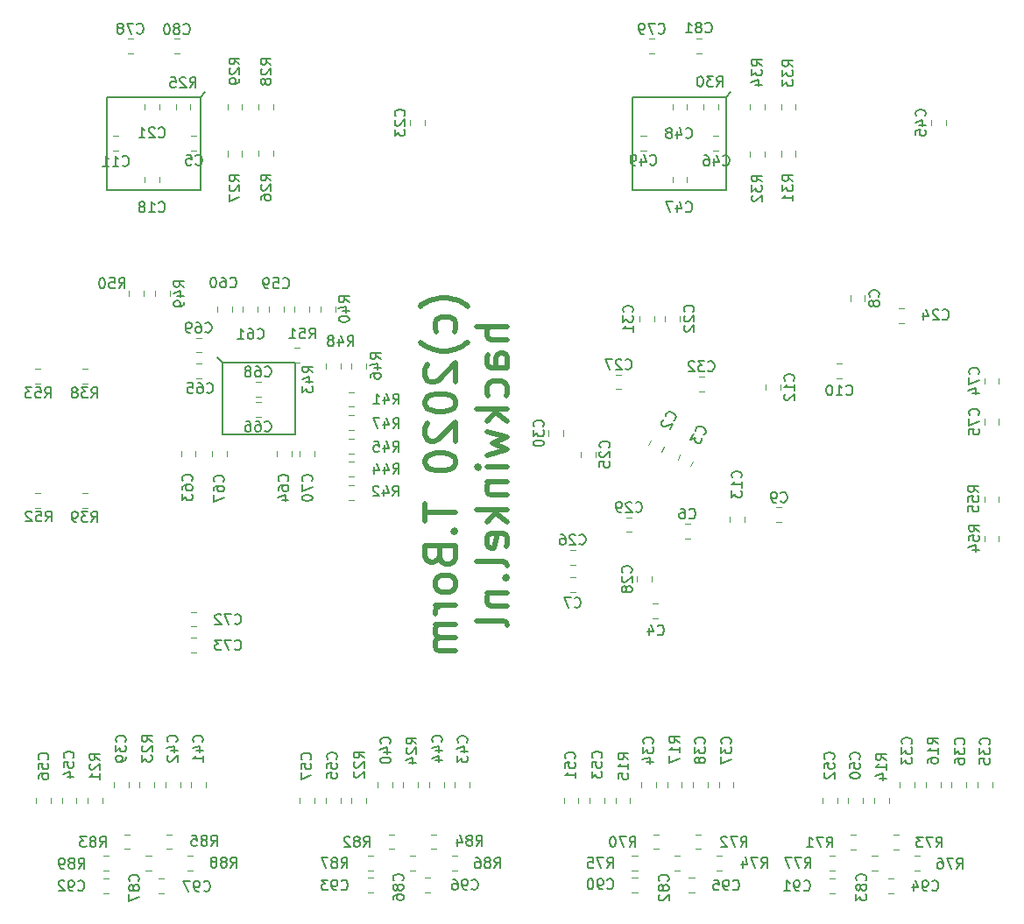
<source format=gbr>
G04 #@! TF.GenerationSoftware,KiCad,Pcbnew,5.0.2+dfsg1-1*
G04 #@! TF.CreationDate,2021-05-05T10:51:01+02:00*
G04 #@! TF.ProjectId,fpga_adda,66706761-5f61-4646-9461-2e6b69636164,rev?*
G04 #@! TF.SameCoordinates,Original*
G04 #@! TF.FileFunction,Legend,Bot*
G04 #@! TF.FilePolarity,Positive*
%FSLAX46Y46*%
G04 Gerber Fmt 4.6, Leading zero omitted, Abs format (unit mm)*
G04 Created by KiCad (PCBNEW 5.0.2+dfsg1-1) date Wed 05 May 2021 10:51:01 AM CEST*
%MOMM*%
%LPD*%
G01*
G04 APERTURE LIST*
%ADD10C,0.500000*%
%ADD11C,0.120000*%
%ADD12C,0.150000*%
G04 APERTURE END LIST*
D10*
X87100000Y-73785714D02*
X86957142Y-73642857D01*
X86528571Y-73357142D01*
X86242857Y-73214285D01*
X85814285Y-73071428D01*
X85100000Y-72928571D01*
X84528571Y-72928571D01*
X83814285Y-73071428D01*
X83385714Y-73214285D01*
X83100000Y-73357142D01*
X82671428Y-73642857D01*
X82528571Y-73785714D01*
X85814285Y-76214285D02*
X85957142Y-75928571D01*
X85957142Y-75357142D01*
X85814285Y-75071428D01*
X85671428Y-74928571D01*
X85385714Y-74785714D01*
X84528571Y-74785714D01*
X84242857Y-74928571D01*
X84100000Y-75071428D01*
X83957142Y-75357142D01*
X83957142Y-75928571D01*
X84100000Y-76214285D01*
X87100000Y-77214285D02*
X86957142Y-77357142D01*
X86528571Y-77642857D01*
X86242857Y-77785714D01*
X85814285Y-77928571D01*
X85100000Y-78071428D01*
X84528571Y-78071428D01*
X83814285Y-77928571D01*
X83385714Y-77785714D01*
X83100000Y-77642857D01*
X82671428Y-77357142D01*
X82528571Y-77214285D01*
X83242857Y-79357142D02*
X83100000Y-79500000D01*
X82957142Y-79785714D01*
X82957142Y-80500000D01*
X83100000Y-80785714D01*
X83242857Y-80928571D01*
X83528571Y-81071428D01*
X83814285Y-81071428D01*
X84242857Y-80928571D01*
X85957142Y-79214285D01*
X85957142Y-81071428D01*
X82957142Y-82928571D02*
X82957142Y-83214285D01*
X83100000Y-83500000D01*
X83242857Y-83642857D01*
X83528571Y-83785714D01*
X84100000Y-83928571D01*
X84814285Y-83928571D01*
X85385714Y-83785714D01*
X85671428Y-83642857D01*
X85814285Y-83500000D01*
X85957142Y-83214285D01*
X85957142Y-82928571D01*
X85814285Y-82642857D01*
X85671428Y-82500000D01*
X85385714Y-82357142D01*
X84814285Y-82214285D01*
X84100000Y-82214285D01*
X83528571Y-82357142D01*
X83242857Y-82500000D01*
X83100000Y-82642857D01*
X82957142Y-82928571D01*
X83242857Y-85071428D02*
X83100000Y-85214285D01*
X82957142Y-85500000D01*
X82957142Y-86214285D01*
X83100000Y-86500000D01*
X83242857Y-86642857D01*
X83528571Y-86785714D01*
X83814285Y-86785714D01*
X84242857Y-86642857D01*
X85957142Y-84928571D01*
X85957142Y-86785714D01*
X82957142Y-88642857D02*
X82957142Y-88928571D01*
X83100000Y-89214285D01*
X83242857Y-89357142D01*
X83528571Y-89500000D01*
X84100000Y-89642857D01*
X84814285Y-89642857D01*
X85385714Y-89500000D01*
X85671428Y-89357142D01*
X85814285Y-89214285D01*
X85957142Y-88928571D01*
X85957142Y-88642857D01*
X85814285Y-88357142D01*
X85671428Y-88214285D01*
X85385714Y-88071428D01*
X84814285Y-87928571D01*
X84100000Y-87928571D01*
X83528571Y-88071428D01*
X83242857Y-88214285D01*
X83100000Y-88357142D01*
X82957142Y-88642857D01*
X82957142Y-92785714D02*
X82957142Y-94500000D01*
X85957142Y-93642857D02*
X82957142Y-93642857D01*
X85671428Y-95500000D02*
X85814285Y-95642857D01*
X85957142Y-95500000D01*
X85814285Y-95357142D01*
X85671428Y-95500000D01*
X85957142Y-95500000D01*
X84385714Y-97928571D02*
X84528571Y-98357142D01*
X84671428Y-98500000D01*
X84957142Y-98642857D01*
X85385714Y-98642857D01*
X85671428Y-98500000D01*
X85814285Y-98357142D01*
X85957142Y-98071428D01*
X85957142Y-96928571D01*
X82957142Y-96928571D01*
X82957142Y-97928571D01*
X83100000Y-98214285D01*
X83242857Y-98357142D01*
X83528571Y-98500000D01*
X83814285Y-98500000D01*
X84100000Y-98357142D01*
X84242857Y-98214285D01*
X84385714Y-97928571D01*
X84385714Y-96928571D01*
X85957142Y-100357142D02*
X85814285Y-100071428D01*
X85671428Y-99928571D01*
X85385714Y-99785714D01*
X84528571Y-99785714D01*
X84242857Y-99928571D01*
X84100000Y-100071428D01*
X83957142Y-100357142D01*
X83957142Y-100785714D01*
X84100000Y-101071428D01*
X84242857Y-101214285D01*
X84528571Y-101357142D01*
X85385714Y-101357142D01*
X85671428Y-101214285D01*
X85814285Y-101071428D01*
X85957142Y-100785714D01*
X85957142Y-100357142D01*
X85957142Y-102642857D02*
X83957142Y-102642857D01*
X84528571Y-102642857D02*
X84242857Y-102785714D01*
X84100000Y-102928571D01*
X83957142Y-103214285D01*
X83957142Y-103500000D01*
X85957142Y-104500000D02*
X83957142Y-104500000D01*
X84242857Y-104500000D02*
X84100000Y-104642857D01*
X83957142Y-104928571D01*
X83957142Y-105357142D01*
X84100000Y-105642857D01*
X84385714Y-105785714D01*
X85957142Y-105785714D01*
X84385714Y-105785714D02*
X84100000Y-105928571D01*
X83957142Y-106214285D01*
X83957142Y-106642857D01*
X84100000Y-106928571D01*
X84385714Y-107071428D01*
X85957142Y-107071428D01*
X90957142Y-75714285D02*
X87957142Y-75714285D01*
X90957142Y-77000000D02*
X89385714Y-77000000D01*
X89100000Y-76857142D01*
X88957142Y-76571428D01*
X88957142Y-76142857D01*
X89100000Y-75857142D01*
X89242857Y-75714285D01*
X90957142Y-79714285D02*
X89385714Y-79714285D01*
X89100000Y-79571428D01*
X88957142Y-79285714D01*
X88957142Y-78714285D01*
X89100000Y-78428571D01*
X90814285Y-79714285D02*
X90957142Y-79428571D01*
X90957142Y-78714285D01*
X90814285Y-78428571D01*
X90528571Y-78285714D01*
X90242857Y-78285714D01*
X89957142Y-78428571D01*
X89814285Y-78714285D01*
X89814285Y-79428571D01*
X89671428Y-79714285D01*
X90814285Y-82428571D02*
X90957142Y-82142857D01*
X90957142Y-81571428D01*
X90814285Y-81285714D01*
X90671428Y-81142857D01*
X90385714Y-81000000D01*
X89528571Y-81000000D01*
X89242857Y-81142857D01*
X89100000Y-81285714D01*
X88957142Y-81571428D01*
X88957142Y-82142857D01*
X89100000Y-82428571D01*
X90957142Y-83714285D02*
X87957142Y-83714285D01*
X89814285Y-84000000D02*
X90957142Y-84857142D01*
X88957142Y-84857142D02*
X90100000Y-83714285D01*
X88957142Y-85857142D02*
X90957142Y-86428571D01*
X89528571Y-87000000D01*
X90957142Y-87571428D01*
X88957142Y-88142857D01*
X90957142Y-89285714D02*
X88957142Y-89285714D01*
X87957142Y-89285714D02*
X88100000Y-89142857D01*
X88242857Y-89285714D01*
X88100000Y-89428571D01*
X87957142Y-89285714D01*
X88242857Y-89285714D01*
X88957142Y-90714285D02*
X90957142Y-90714285D01*
X89242857Y-90714285D02*
X89100000Y-90857142D01*
X88957142Y-91142857D01*
X88957142Y-91571428D01*
X89100000Y-91857142D01*
X89385714Y-92000000D01*
X90957142Y-92000000D01*
X90957142Y-93428571D02*
X87957142Y-93428571D01*
X89814285Y-93714285D02*
X90957142Y-94571428D01*
X88957142Y-94571428D02*
X90100000Y-93428571D01*
X90814285Y-97000000D02*
X90957142Y-96714285D01*
X90957142Y-96142857D01*
X90814285Y-95857142D01*
X90528571Y-95714285D01*
X89385714Y-95714285D01*
X89100000Y-95857142D01*
X88957142Y-96142857D01*
X88957142Y-96714285D01*
X89100000Y-97000000D01*
X89385714Y-97142857D01*
X89671428Y-97142857D01*
X89957142Y-95714285D01*
X90957142Y-98857142D02*
X90814285Y-98571428D01*
X90528571Y-98428571D01*
X87957142Y-98428571D01*
X90671428Y-100000000D02*
X90814285Y-100142857D01*
X90957142Y-100000000D01*
X90814285Y-99857142D01*
X90671428Y-100000000D01*
X90957142Y-100000000D01*
X88957142Y-101428571D02*
X90957142Y-101428571D01*
X89242857Y-101428571D02*
X89100000Y-101571428D01*
X88957142Y-101857142D01*
X88957142Y-102285714D01*
X89100000Y-102571428D01*
X89385714Y-102714285D01*
X90957142Y-102714285D01*
X90957142Y-104571428D02*
X90814285Y-104285714D01*
X90528571Y-104142857D01*
X87957142Y-104142857D01*
D11*
G04 #@! TO.C,C90*
X103511252Y-130410000D02*
X102988748Y-130410000D01*
X103511252Y-128990000D02*
X102988748Y-128990000D01*
G04 #@! TO.C,C91*
X122611252Y-129090000D02*
X122088748Y-129090000D01*
X122611252Y-130510000D02*
X122088748Y-130510000D01*
G04 #@! TO.C,C92*
X52411252Y-130510000D02*
X51888748Y-130510000D01*
X52411252Y-129090000D02*
X51888748Y-129090000D01*
G04 #@! TO.C,C93*
X77961252Y-128990000D02*
X77438748Y-128990000D01*
X77961252Y-130410000D02*
X77438748Y-130410000D01*
G04 #@! TO.C,C94*
X127738748Y-129090000D02*
X128261252Y-129090000D01*
X127738748Y-130510000D02*
X128261252Y-130510000D01*
G04 #@! TO.C,C95*
X108488748Y-130410000D02*
X109011252Y-130410000D01*
X108488748Y-128990000D02*
X109011252Y-128990000D01*
G04 #@! TO.C,C96*
X82938748Y-128990000D02*
X83461252Y-128990000D01*
X82938748Y-130410000D02*
X83461252Y-130410000D01*
G04 #@! TO.C,C97*
X57238748Y-130510000D02*
X57761252Y-130510000D01*
X57238748Y-129090000D02*
X57761252Y-129090000D01*
G04 #@! TO.C,C82*
X107611252Y-128310000D02*
X107088748Y-128310000D01*
X107611252Y-126890000D02*
X107088748Y-126890000D01*
G04 #@! TO.C,C83*
X126711252Y-126890000D02*
X126188748Y-126890000D01*
X126711252Y-128310000D02*
X126188748Y-128310000D01*
G04 #@! TO.C,C87*
X56511252Y-128310000D02*
X55988748Y-128310000D01*
X56511252Y-126890000D02*
X55988748Y-126890000D01*
G04 #@! TO.C,C86*
X82011252Y-126890000D02*
X81488748Y-126890000D01*
X82011252Y-128310000D02*
X81488748Y-128310000D01*
G04 #@! TO.C,R84*
X83538748Y-124790000D02*
X84061252Y-124790000D01*
X83538748Y-126210000D02*
X84061252Y-126210000D01*
G04 #@! TO.C,R74*
X111711252Y-126890000D02*
X111188748Y-126890000D01*
X111711252Y-128310000D02*
X111188748Y-128310000D01*
G04 #@! TO.C,R75*
X102988748Y-126890000D02*
X103511252Y-126890000D01*
X102988748Y-128310000D02*
X103511252Y-128310000D01*
G04 #@! TO.C,R76*
X130811252Y-126890000D02*
X130288748Y-126890000D01*
X130811252Y-128310000D02*
X130288748Y-128310000D01*
G04 #@! TO.C,R77*
X122088748Y-128310000D02*
X122611252Y-128310000D01*
X122088748Y-126890000D02*
X122611252Y-126890000D01*
G04 #@! TO.C,R70*
X105561252Y-126210000D02*
X105038748Y-126210000D01*
X105561252Y-124790000D02*
X105038748Y-124790000D01*
G04 #@! TO.C,R71*
X124661252Y-124840000D02*
X124138748Y-124840000D01*
X124661252Y-126260000D02*
X124138748Y-126260000D01*
G04 #@! TO.C,R72*
X109138748Y-124790000D02*
X109661252Y-124790000D01*
X109138748Y-126210000D02*
X109661252Y-126210000D01*
G04 #@! TO.C,R82*
X80011252Y-124790000D02*
X79488748Y-124790000D01*
X80011252Y-126210000D02*
X79488748Y-126210000D01*
G04 #@! TO.C,R83*
X54461252Y-126210000D02*
X53938748Y-126210000D01*
X54461252Y-124790000D02*
X53938748Y-124790000D01*
G04 #@! TO.C,R73*
X128238748Y-126260000D02*
X128761252Y-126260000D01*
X128238748Y-124840000D02*
X128761252Y-124840000D01*
G04 #@! TO.C,R85*
X57988748Y-124790000D02*
X58511252Y-124790000D01*
X57988748Y-126210000D02*
X58511252Y-126210000D01*
G04 #@! TO.C,R86*
X86111252Y-126890000D02*
X85588748Y-126890000D01*
X86111252Y-128310000D02*
X85588748Y-128310000D01*
G04 #@! TO.C,R87*
X77438748Y-126890000D02*
X77961252Y-126890000D01*
X77438748Y-128310000D02*
X77961252Y-128310000D01*
G04 #@! TO.C,R88*
X60561252Y-126890000D02*
X60038748Y-126890000D01*
X60561252Y-128310000D02*
X60038748Y-128310000D01*
G04 #@! TO.C,R89*
X51888748Y-126890000D02*
X52411252Y-126890000D01*
X51888748Y-128310000D02*
X52411252Y-128310000D01*
G04 #@! TO.C,C78*
X54761252Y-49310000D02*
X54238748Y-49310000D01*
X54761252Y-47890000D02*
X54238748Y-47890000D01*
G04 #@! TO.C,C79*
X105161252Y-47890000D02*
X104638748Y-47890000D01*
X105161252Y-49310000D02*
X104638748Y-49310000D01*
G04 #@! TO.C,C80*
X58738748Y-47890000D02*
X59261252Y-47890000D01*
X58738748Y-49310000D02*
X59261252Y-49310000D01*
G04 #@! TO.C,C81*
X109238748Y-49310000D02*
X109761252Y-49310000D01*
X109238748Y-47890000D02*
X109761252Y-47890000D01*
G04 #@! TO.C,C74*
X138460000Y-80688748D02*
X138460000Y-81211252D01*
X137040000Y-80688748D02*
X137040000Y-81211252D01*
G04 #@! TO.C,C75*
X137040000Y-84638748D02*
X137040000Y-85161252D01*
X138460000Y-84638748D02*
X138460000Y-85161252D01*
G04 #@! TO.C,R54*
X137040000Y-96461252D02*
X137040000Y-95938748D01*
X138460000Y-96461252D02*
X138460000Y-95938748D01*
G04 #@! TO.C,R55*
X138460000Y-92661252D02*
X138460000Y-92138748D01*
X137040000Y-92661252D02*
X137040000Y-92138748D01*
G04 #@! TO.C,C73*
X60338748Y-105790000D02*
X60861252Y-105790000D01*
X60338748Y-107210000D02*
X60861252Y-107210000D01*
G04 #@! TO.C,C72*
X60363748Y-104710000D02*
X60886252Y-104710000D01*
X60363748Y-103290000D02*
X60886252Y-103290000D01*
G04 #@! TO.C,C63*
X60810000Y-87738748D02*
X60810000Y-88261252D01*
X59390000Y-87738748D02*
X59390000Y-88261252D01*
G04 #@! TO.C,C64*
X68640000Y-87738748D02*
X68640000Y-88261252D01*
X70060000Y-87738748D02*
X70060000Y-88261252D01*
G04 #@! TO.C,C65*
X61361252Y-80710000D02*
X60838748Y-80710000D01*
X61361252Y-79290000D02*
X60838748Y-79290000D01*
G04 #@! TO.C,C66*
X67111252Y-83040000D02*
X66588748Y-83040000D01*
X67111252Y-84460000D02*
X66588748Y-84460000D01*
G04 #@! TO.C,C67*
X63810000Y-87738748D02*
X63810000Y-88261252D01*
X62390000Y-87738748D02*
X62390000Y-88261252D01*
G04 #@! TO.C,C68*
X67111252Y-81040000D02*
X66588748Y-81040000D01*
X67111252Y-82460000D02*
X66588748Y-82460000D01*
G04 #@! TO.C,C69*
X61361252Y-78210000D02*
X60838748Y-78210000D01*
X61361252Y-76790000D02*
X60838748Y-76790000D01*
G04 #@! TO.C,C70*
X70890000Y-87738748D02*
X70890000Y-88261252D01*
X72310000Y-87738748D02*
X72310000Y-88261252D01*
G04 #@! TO.C,C61*
X66810000Y-73738748D02*
X66810000Y-74261252D01*
X65390000Y-73738748D02*
X65390000Y-74261252D01*
G04 #@! TO.C,C60*
X64310000Y-73738748D02*
X64310000Y-74261252D01*
X62890000Y-73738748D02*
X62890000Y-74261252D01*
G04 #@! TO.C,C59*
X67890000Y-74261252D02*
X67890000Y-73738748D01*
X69310000Y-74261252D02*
X69310000Y-73738748D01*
G04 #@! TO.C,R49*
X56890000Y-72786252D02*
X56890000Y-72263748D01*
X58310000Y-72786252D02*
X58310000Y-72263748D01*
G04 #@! TO.C,R50*
X55810000Y-72263748D02*
X55810000Y-72786252D01*
X54390000Y-72263748D02*
X54390000Y-72786252D01*
G04 #@! TO.C,R51*
X71810000Y-73738748D02*
X71810000Y-74261252D01*
X70390000Y-73738748D02*
X70390000Y-74261252D01*
G04 #@! TO.C,R52*
X45836252Y-93210000D02*
X45313748Y-93210000D01*
X45836252Y-91790000D02*
X45313748Y-91790000D01*
G04 #@! TO.C,R53*
X45836252Y-81210000D02*
X45313748Y-81210000D01*
X45836252Y-79790000D02*
X45313748Y-79790000D01*
D12*
G04 #@! TO.C,U14*
X62900000Y-78650000D02*
X63400000Y-79150000D01*
X63400000Y-86150000D02*
X63400000Y-79150000D01*
X70400000Y-86150000D02*
X63400000Y-86150000D01*
X70400000Y-79150000D02*
X70400000Y-86150000D01*
X63400000Y-79150000D02*
X70400000Y-79150000D01*
D11*
G04 #@! TO.C,C50*
X123890000Y-121761252D02*
X123890000Y-121238748D01*
X125310000Y-121761252D02*
X125310000Y-121238748D01*
G04 #@! TO.C,C51*
X96390000Y-121786252D02*
X96390000Y-121263748D01*
X97810000Y-121786252D02*
X97810000Y-121263748D01*
G04 #@! TO.C,C52*
X121390000Y-121761252D02*
X121390000Y-121238748D01*
X122810000Y-121761252D02*
X122810000Y-121238748D01*
G04 #@! TO.C,C53*
X98890000Y-121761252D02*
X98890000Y-121238748D01*
X100310000Y-121761252D02*
X100310000Y-121238748D01*
G04 #@! TO.C,C54*
X47890000Y-121761252D02*
X47890000Y-121238748D01*
X49310000Y-121761252D02*
X49310000Y-121238748D01*
G04 #@! TO.C,C55*
X73390000Y-121761252D02*
X73390000Y-121238748D01*
X74810000Y-121761252D02*
X74810000Y-121238748D01*
G04 #@! TO.C,C56*
X45390000Y-121761252D02*
X45390000Y-121238748D01*
X46810000Y-121761252D02*
X46810000Y-121238748D01*
G04 #@! TO.C,C57*
X70890000Y-121761252D02*
X70890000Y-121238748D01*
X72310000Y-121761252D02*
X72310000Y-121238748D01*
G04 #@! TO.C,C47*
X106890000Y-61761252D02*
X106890000Y-61238748D01*
X108310000Y-61761252D02*
X108310000Y-61238748D01*
G04 #@! TO.C,C48*
X108310000Y-54238748D02*
X108310000Y-54761252D01*
X106890000Y-54238748D02*
X106890000Y-54761252D01*
G04 #@! TO.C,C49*
X103838748Y-57290000D02*
X104361252Y-57290000D01*
X103838748Y-58710000D02*
X104361252Y-58710000D01*
G04 #@! TO.C,C5*
X60861252Y-58710000D02*
X60338748Y-58710000D01*
X60861252Y-57290000D02*
X60338748Y-57290000D01*
G04 #@! TO.C,C46*
X111361252Y-58710000D02*
X110838748Y-58710000D01*
X111361252Y-57290000D02*
X110838748Y-57290000D01*
G04 #@! TO.C,C11*
X52838748Y-57290000D02*
X53361252Y-57290000D01*
X52838748Y-58710000D02*
X53361252Y-58710000D01*
G04 #@! TO.C,C18*
X55890000Y-61761252D02*
X55890000Y-61238748D01*
X57310000Y-61761252D02*
X57310000Y-61238748D01*
G04 #@! TO.C,C23*
X82960000Y-55738748D02*
X82960000Y-56261252D01*
X81540000Y-55738748D02*
X81540000Y-56261252D01*
G04 #@! TO.C,C21*
X57310000Y-54238748D02*
X57310000Y-54761252D01*
X55890000Y-54238748D02*
X55890000Y-54761252D01*
G04 #@! TO.C,C45*
X133310000Y-55738748D02*
X133310000Y-56261252D01*
X131890000Y-55738748D02*
X131890000Y-56261252D01*
G04 #@! TO.C,R46*
X75890000Y-79761252D02*
X75890000Y-79238748D01*
X77310000Y-79761252D02*
X77310000Y-79238748D01*
G04 #@! TO.C,R47*
X76111252Y-85710000D02*
X75588748Y-85710000D01*
X76111252Y-84290000D02*
X75588748Y-84290000D01*
G04 #@! TO.C,R48*
X73390000Y-79761252D02*
X73390000Y-79238748D01*
X74810000Y-79761252D02*
X74810000Y-79238748D01*
G04 #@! TO.C,R40*
X74310000Y-73738748D02*
X74310000Y-74261252D01*
X72890000Y-73738748D02*
X72890000Y-74261252D01*
G04 #@! TO.C,R44*
X76111252Y-90210000D02*
X75588748Y-90210000D01*
X76111252Y-88790000D02*
X75588748Y-88790000D01*
G04 #@! TO.C,R45*
X76111252Y-87960000D02*
X75588748Y-87960000D01*
X76111252Y-86540000D02*
X75588748Y-86540000D01*
G04 #@! TO.C,R43*
X70338748Y-77790000D02*
X70861252Y-77790000D01*
X70338748Y-79210000D02*
X70861252Y-79210000D01*
G04 #@! TO.C,R38*
X49838748Y-79790000D02*
X50361252Y-79790000D01*
X49838748Y-81210000D02*
X50361252Y-81210000D01*
G04 #@! TO.C,R39*
X49838748Y-91790000D02*
X50361252Y-91790000D01*
X49838748Y-93210000D02*
X50361252Y-93210000D01*
G04 #@! TO.C,R41*
X75588748Y-82040000D02*
X76111252Y-82040000D01*
X75588748Y-83460000D02*
X76111252Y-83460000D01*
G04 #@! TO.C,R42*
X76111252Y-92460000D02*
X75588748Y-92460000D01*
X76111252Y-91040000D02*
X75588748Y-91040000D01*
G04 #@! TO.C,C4*
X105511252Y-103910000D02*
X104988748Y-103910000D01*
X105511252Y-102490000D02*
X104988748Y-102490000D01*
G04 #@! TO.C,C34*
X103890000Y-120261252D02*
X103890000Y-119738748D01*
X105310000Y-120261252D02*
X105310000Y-119738748D01*
G04 #@! TO.C,C33*
X128890000Y-120261252D02*
X128890000Y-119738748D01*
X130310000Y-120261252D02*
X130310000Y-119738748D01*
G04 #@! TO.C,C35*
X136390000Y-120261252D02*
X136390000Y-119738748D01*
X137810000Y-120261252D02*
X137810000Y-119738748D01*
G04 #@! TO.C,C36*
X135310000Y-119738748D02*
X135310000Y-120261252D01*
X133890000Y-119738748D02*
X133890000Y-120261252D01*
G04 #@! TO.C,C37*
X111390000Y-120261252D02*
X111390000Y-119738748D01*
X112810000Y-120261252D02*
X112810000Y-119738748D01*
G04 #@! TO.C,C38*
X108890000Y-120261252D02*
X108890000Y-119738748D01*
X110310000Y-120261252D02*
X110310000Y-119738748D01*
G04 #@! TO.C,C39*
X52890000Y-120261252D02*
X52890000Y-119738748D01*
X54310000Y-120261252D02*
X54310000Y-119738748D01*
G04 #@! TO.C,C40*
X78390000Y-120261252D02*
X78390000Y-119738748D01*
X79810000Y-120261252D02*
X79810000Y-119738748D01*
G04 #@! TO.C,C41*
X60390000Y-120261252D02*
X60390000Y-119738748D01*
X61810000Y-120261252D02*
X61810000Y-119738748D01*
G04 #@! TO.C,C42*
X59310000Y-119738748D02*
X59310000Y-120261252D01*
X57890000Y-119738748D02*
X57890000Y-120261252D01*
G04 #@! TO.C,C43*
X87310000Y-119738748D02*
X87310000Y-120261252D01*
X85890000Y-119738748D02*
X85890000Y-120261252D01*
G04 #@! TO.C,C44*
X83390000Y-120261252D02*
X83390000Y-119738748D01*
X84810000Y-120261252D02*
X84810000Y-119738748D01*
G04 #@! TO.C,R14*
X127810000Y-121263748D02*
X127810000Y-121786252D01*
X126390000Y-121263748D02*
X126390000Y-121786252D01*
G04 #@! TO.C,R15*
X102810000Y-121263748D02*
X102810000Y-121786252D01*
X101390000Y-121263748D02*
X101390000Y-121786252D01*
G04 #@! TO.C,R16*
X132810000Y-119738748D02*
X132810000Y-120261252D01*
X131390000Y-119738748D02*
X131390000Y-120261252D01*
G04 #@! TO.C,R17*
X107810000Y-119738748D02*
X107810000Y-120261252D01*
X106390000Y-119738748D02*
X106390000Y-120261252D01*
G04 #@! TO.C,R34*
X115810000Y-54238748D02*
X115810000Y-54761252D01*
X114390000Y-54238748D02*
X114390000Y-54761252D01*
G04 #@! TO.C,R33*
X118810000Y-54238748D02*
X118810000Y-54761252D01*
X117390000Y-54238748D02*
X117390000Y-54761252D01*
G04 #@! TO.C,R32*
X115810000Y-58763748D02*
X115810000Y-59286252D01*
X114390000Y-58763748D02*
X114390000Y-59286252D01*
G04 #@! TO.C,R31*
X118810000Y-58738748D02*
X118810000Y-59261252D01*
X117390000Y-58738748D02*
X117390000Y-59261252D01*
G04 #@! TO.C,R30*
X111310000Y-54238748D02*
X111310000Y-54761252D01*
X109890000Y-54238748D02*
X109890000Y-54761252D01*
G04 #@! TO.C,R29*
X65310000Y-54238748D02*
X65310000Y-54761252D01*
X63890000Y-54238748D02*
X63890000Y-54761252D01*
G04 #@! TO.C,R28*
X68310000Y-54238748D02*
X68310000Y-54761252D01*
X66890000Y-54238748D02*
X66890000Y-54761252D01*
G04 #@! TO.C,R27*
X65310000Y-58738748D02*
X65310000Y-59261252D01*
X63890000Y-58738748D02*
X63890000Y-59261252D01*
G04 #@! TO.C,R26*
X68310000Y-58713748D02*
X68310000Y-59236252D01*
X66890000Y-58713748D02*
X66890000Y-59236252D01*
G04 #@! TO.C,R25*
X60310000Y-54238748D02*
X60310000Y-54761252D01*
X58890000Y-54238748D02*
X58890000Y-54761252D01*
G04 #@! TO.C,R24*
X82310000Y-119738748D02*
X82310000Y-120261252D01*
X80890000Y-119738748D02*
X80890000Y-120261252D01*
G04 #@! TO.C,R23*
X56810000Y-119738748D02*
X56810000Y-120261252D01*
X55390000Y-119738748D02*
X55390000Y-120261252D01*
G04 #@! TO.C,R22*
X77310000Y-121238748D02*
X77310000Y-121761252D01*
X75890000Y-121238748D02*
X75890000Y-121761252D01*
G04 #@! TO.C,R21*
X51810000Y-121238748D02*
X51810000Y-121761252D01*
X50390000Y-121238748D02*
X50390000Y-121761252D01*
G04 #@! TO.C,C32*
X109961252Y-81960000D02*
X109438748Y-81960000D01*
X109961252Y-80540000D02*
X109438748Y-80540000D01*
G04 #@! TO.C,C31*
X103690000Y-75186252D02*
X103690000Y-74663748D01*
X105110000Y-75186252D02*
X105110000Y-74663748D01*
G04 #@! TO.C,C30*
X96360000Y-85738748D02*
X96360000Y-86261252D01*
X94940000Y-85738748D02*
X94940000Y-86261252D01*
G04 #@! TO.C,C29*
X102961252Y-95560000D02*
X102438748Y-95560000D01*
X102961252Y-94140000D02*
X102438748Y-94140000D01*
G04 #@! TO.C,C28*
X104910000Y-99863748D02*
X104910000Y-100386252D01*
X103490000Y-99863748D02*
X103490000Y-100386252D01*
G04 #@! TO.C,C27*
X101961252Y-81760000D02*
X101438748Y-81760000D01*
X101961252Y-80340000D02*
X101438748Y-80340000D01*
G04 #@! TO.C,C26*
X97511252Y-98710000D02*
X96988748Y-98710000D01*
X97511252Y-97290000D02*
X96988748Y-97290000D01*
G04 #@! TO.C,C25*
X98040000Y-88311252D02*
X98040000Y-87788748D01*
X99460000Y-88311252D02*
X99460000Y-87788748D01*
G04 #@! TO.C,C24*
X128788748Y-73940000D02*
X129311252Y-73940000D01*
X128788748Y-75360000D02*
X129311252Y-75360000D01*
G04 #@! TO.C,C22*
X106190000Y-75186252D02*
X106190000Y-74663748D01*
X107610000Y-75186252D02*
X107610000Y-74663748D01*
G04 #@! TO.C,C8*
X124090000Y-73236252D02*
X124090000Y-72713748D01*
X125510000Y-73236252D02*
X125510000Y-72713748D01*
G04 #@! TO.C,C9*
X117461252Y-94610000D02*
X116938748Y-94610000D01*
X117461252Y-93190000D02*
X116938748Y-93190000D01*
G04 #@! TO.C,C10*
X123261252Y-80710000D02*
X122738748Y-80710000D01*
X123261252Y-79290000D02*
X122738748Y-79290000D01*
G04 #@! TO.C,C12*
X115890000Y-81836252D02*
X115890000Y-81313748D01*
X117310000Y-81836252D02*
X117310000Y-81313748D01*
G04 #@! TO.C,C13*
X112440000Y-94636252D02*
X112440000Y-94113748D01*
X113860000Y-94636252D02*
X113860000Y-94113748D01*
G04 #@! TO.C,C7*
X97511252Y-101360000D02*
X96988748Y-101360000D01*
X97511252Y-99940000D02*
X96988748Y-99940000D01*
G04 #@! TO.C,C6*
X108611252Y-96210000D02*
X108088748Y-96210000D01*
X108611252Y-94790000D02*
X108088748Y-94790000D01*
G04 #@! TO.C,C2*
X104598779Y-87160444D02*
X104835991Y-86694890D01*
X105864009Y-87805110D02*
X106101221Y-87339556D01*
G04 #@! TO.C,C3*
X108901221Y-88739556D02*
X108664009Y-89205110D01*
X107635991Y-88094890D02*
X107398779Y-88560444D01*
D12*
G04 #@! TO.C,U6*
X112560000Y-53026000D02*
X112060000Y-53526000D01*
X103060000Y-53526000D02*
X112060000Y-53526000D01*
X103060000Y-62526000D02*
X103060000Y-53526000D01*
X112060000Y-62526000D02*
X103060000Y-62526000D01*
X112060000Y-53526000D02*
X112060000Y-62526000D01*
G04 #@! TO.C,U5*
X61760000Y-53026000D02*
X61260000Y-53526000D01*
X52260000Y-53526000D02*
X61260000Y-53526000D01*
X52260000Y-62526000D02*
X52260000Y-53526000D01*
X61260000Y-62526000D02*
X52260000Y-62526000D01*
X61260000Y-53526000D02*
X61260000Y-62526000D01*
G04 #@! TO.C,C90*
X100592857Y-130007142D02*
X100640476Y-130054761D01*
X100783333Y-130102380D01*
X100878571Y-130102380D01*
X101021428Y-130054761D01*
X101116666Y-129959523D01*
X101164285Y-129864285D01*
X101211904Y-129673809D01*
X101211904Y-129530952D01*
X101164285Y-129340476D01*
X101116666Y-129245238D01*
X101021428Y-129150000D01*
X100878571Y-129102380D01*
X100783333Y-129102380D01*
X100640476Y-129150000D01*
X100592857Y-129197619D01*
X100116666Y-130102380D02*
X99926190Y-130102380D01*
X99830952Y-130054761D01*
X99783333Y-130007142D01*
X99688095Y-129864285D01*
X99640476Y-129673809D01*
X99640476Y-129292857D01*
X99688095Y-129197619D01*
X99735714Y-129150000D01*
X99830952Y-129102380D01*
X100021428Y-129102380D01*
X100116666Y-129150000D01*
X100164285Y-129197619D01*
X100211904Y-129292857D01*
X100211904Y-129530952D01*
X100164285Y-129626190D01*
X100116666Y-129673809D01*
X100021428Y-129721428D01*
X99830952Y-129721428D01*
X99735714Y-129673809D01*
X99688095Y-129626190D01*
X99640476Y-129530952D01*
X99021428Y-129102380D02*
X98926190Y-129102380D01*
X98830952Y-129150000D01*
X98783333Y-129197619D01*
X98735714Y-129292857D01*
X98688095Y-129483333D01*
X98688095Y-129721428D01*
X98735714Y-129911904D01*
X98783333Y-130007142D01*
X98830952Y-130054761D01*
X98926190Y-130102380D01*
X99021428Y-130102380D01*
X99116666Y-130054761D01*
X99164285Y-130007142D01*
X99211904Y-129911904D01*
X99259523Y-129721428D01*
X99259523Y-129483333D01*
X99211904Y-129292857D01*
X99164285Y-129197619D01*
X99116666Y-129150000D01*
X99021428Y-129102380D01*
G04 #@! TO.C,C91*
X119592857Y-130157142D02*
X119640476Y-130204761D01*
X119783333Y-130252380D01*
X119878571Y-130252380D01*
X120021428Y-130204761D01*
X120116666Y-130109523D01*
X120164285Y-130014285D01*
X120211904Y-129823809D01*
X120211904Y-129680952D01*
X120164285Y-129490476D01*
X120116666Y-129395238D01*
X120021428Y-129300000D01*
X119878571Y-129252380D01*
X119783333Y-129252380D01*
X119640476Y-129300000D01*
X119592857Y-129347619D01*
X119116666Y-130252380D02*
X118926190Y-130252380D01*
X118830952Y-130204761D01*
X118783333Y-130157142D01*
X118688095Y-130014285D01*
X118640476Y-129823809D01*
X118640476Y-129442857D01*
X118688095Y-129347619D01*
X118735714Y-129300000D01*
X118830952Y-129252380D01*
X119021428Y-129252380D01*
X119116666Y-129300000D01*
X119164285Y-129347619D01*
X119211904Y-129442857D01*
X119211904Y-129680952D01*
X119164285Y-129776190D01*
X119116666Y-129823809D01*
X119021428Y-129871428D01*
X118830952Y-129871428D01*
X118735714Y-129823809D01*
X118688095Y-129776190D01*
X118640476Y-129680952D01*
X117688095Y-130252380D02*
X118259523Y-130252380D01*
X117973809Y-130252380D02*
X117973809Y-129252380D01*
X118069047Y-129395238D01*
X118164285Y-129490476D01*
X118259523Y-129538095D01*
G04 #@! TO.C,C92*
X49442857Y-130157142D02*
X49490476Y-130204761D01*
X49633333Y-130252380D01*
X49728571Y-130252380D01*
X49871428Y-130204761D01*
X49966666Y-130109523D01*
X50014285Y-130014285D01*
X50061904Y-129823809D01*
X50061904Y-129680952D01*
X50014285Y-129490476D01*
X49966666Y-129395238D01*
X49871428Y-129300000D01*
X49728571Y-129252380D01*
X49633333Y-129252380D01*
X49490476Y-129300000D01*
X49442857Y-129347619D01*
X48966666Y-130252380D02*
X48776190Y-130252380D01*
X48680952Y-130204761D01*
X48633333Y-130157142D01*
X48538095Y-130014285D01*
X48490476Y-129823809D01*
X48490476Y-129442857D01*
X48538095Y-129347619D01*
X48585714Y-129300000D01*
X48680952Y-129252380D01*
X48871428Y-129252380D01*
X48966666Y-129300000D01*
X49014285Y-129347619D01*
X49061904Y-129442857D01*
X49061904Y-129680952D01*
X49014285Y-129776190D01*
X48966666Y-129823809D01*
X48871428Y-129871428D01*
X48680952Y-129871428D01*
X48585714Y-129823809D01*
X48538095Y-129776190D01*
X48490476Y-129680952D01*
X48109523Y-129347619D02*
X48061904Y-129300000D01*
X47966666Y-129252380D01*
X47728571Y-129252380D01*
X47633333Y-129300000D01*
X47585714Y-129347619D01*
X47538095Y-129442857D01*
X47538095Y-129538095D01*
X47585714Y-129680952D01*
X48157142Y-130252380D01*
X47538095Y-130252380D01*
G04 #@! TO.C,C93*
X74892857Y-130107142D02*
X74940476Y-130154761D01*
X75083333Y-130202380D01*
X75178571Y-130202380D01*
X75321428Y-130154761D01*
X75416666Y-130059523D01*
X75464285Y-129964285D01*
X75511904Y-129773809D01*
X75511904Y-129630952D01*
X75464285Y-129440476D01*
X75416666Y-129345238D01*
X75321428Y-129250000D01*
X75178571Y-129202380D01*
X75083333Y-129202380D01*
X74940476Y-129250000D01*
X74892857Y-129297619D01*
X74416666Y-130202380D02*
X74226190Y-130202380D01*
X74130952Y-130154761D01*
X74083333Y-130107142D01*
X73988095Y-129964285D01*
X73940476Y-129773809D01*
X73940476Y-129392857D01*
X73988095Y-129297619D01*
X74035714Y-129250000D01*
X74130952Y-129202380D01*
X74321428Y-129202380D01*
X74416666Y-129250000D01*
X74464285Y-129297619D01*
X74511904Y-129392857D01*
X74511904Y-129630952D01*
X74464285Y-129726190D01*
X74416666Y-129773809D01*
X74321428Y-129821428D01*
X74130952Y-129821428D01*
X74035714Y-129773809D01*
X73988095Y-129726190D01*
X73940476Y-129630952D01*
X73607142Y-129202380D02*
X72988095Y-129202380D01*
X73321428Y-129583333D01*
X73178571Y-129583333D01*
X73083333Y-129630952D01*
X73035714Y-129678571D01*
X72988095Y-129773809D01*
X72988095Y-130011904D01*
X73035714Y-130107142D01*
X73083333Y-130154761D01*
X73178571Y-130202380D01*
X73464285Y-130202380D01*
X73559523Y-130154761D01*
X73607142Y-130107142D01*
G04 #@! TO.C,C94*
X131992857Y-130157142D02*
X132040476Y-130204761D01*
X132183333Y-130252380D01*
X132278571Y-130252380D01*
X132421428Y-130204761D01*
X132516666Y-130109523D01*
X132564285Y-130014285D01*
X132611904Y-129823809D01*
X132611904Y-129680952D01*
X132564285Y-129490476D01*
X132516666Y-129395238D01*
X132421428Y-129300000D01*
X132278571Y-129252380D01*
X132183333Y-129252380D01*
X132040476Y-129300000D01*
X131992857Y-129347619D01*
X131516666Y-130252380D02*
X131326190Y-130252380D01*
X131230952Y-130204761D01*
X131183333Y-130157142D01*
X131088095Y-130014285D01*
X131040476Y-129823809D01*
X131040476Y-129442857D01*
X131088095Y-129347619D01*
X131135714Y-129300000D01*
X131230952Y-129252380D01*
X131421428Y-129252380D01*
X131516666Y-129300000D01*
X131564285Y-129347619D01*
X131611904Y-129442857D01*
X131611904Y-129680952D01*
X131564285Y-129776190D01*
X131516666Y-129823809D01*
X131421428Y-129871428D01*
X131230952Y-129871428D01*
X131135714Y-129823809D01*
X131088095Y-129776190D01*
X131040476Y-129680952D01*
X130183333Y-129585714D02*
X130183333Y-130252380D01*
X130421428Y-129204761D02*
X130659523Y-129919047D01*
X130040476Y-129919047D01*
G04 #@! TO.C,C95*
X112742857Y-130107142D02*
X112790476Y-130154761D01*
X112933333Y-130202380D01*
X113028571Y-130202380D01*
X113171428Y-130154761D01*
X113266666Y-130059523D01*
X113314285Y-129964285D01*
X113361904Y-129773809D01*
X113361904Y-129630952D01*
X113314285Y-129440476D01*
X113266666Y-129345238D01*
X113171428Y-129250000D01*
X113028571Y-129202380D01*
X112933333Y-129202380D01*
X112790476Y-129250000D01*
X112742857Y-129297619D01*
X112266666Y-130202380D02*
X112076190Y-130202380D01*
X111980952Y-130154761D01*
X111933333Y-130107142D01*
X111838095Y-129964285D01*
X111790476Y-129773809D01*
X111790476Y-129392857D01*
X111838095Y-129297619D01*
X111885714Y-129250000D01*
X111980952Y-129202380D01*
X112171428Y-129202380D01*
X112266666Y-129250000D01*
X112314285Y-129297619D01*
X112361904Y-129392857D01*
X112361904Y-129630952D01*
X112314285Y-129726190D01*
X112266666Y-129773809D01*
X112171428Y-129821428D01*
X111980952Y-129821428D01*
X111885714Y-129773809D01*
X111838095Y-129726190D01*
X111790476Y-129630952D01*
X110885714Y-129202380D02*
X111361904Y-129202380D01*
X111409523Y-129678571D01*
X111361904Y-129630952D01*
X111266666Y-129583333D01*
X111028571Y-129583333D01*
X110933333Y-129630952D01*
X110885714Y-129678571D01*
X110838095Y-129773809D01*
X110838095Y-130011904D01*
X110885714Y-130107142D01*
X110933333Y-130154761D01*
X111028571Y-130202380D01*
X111266666Y-130202380D01*
X111361904Y-130154761D01*
X111409523Y-130107142D01*
G04 #@! TO.C,C96*
X87492857Y-130057142D02*
X87540476Y-130104761D01*
X87683333Y-130152380D01*
X87778571Y-130152380D01*
X87921428Y-130104761D01*
X88016666Y-130009523D01*
X88064285Y-129914285D01*
X88111904Y-129723809D01*
X88111904Y-129580952D01*
X88064285Y-129390476D01*
X88016666Y-129295238D01*
X87921428Y-129200000D01*
X87778571Y-129152380D01*
X87683333Y-129152380D01*
X87540476Y-129200000D01*
X87492857Y-129247619D01*
X87016666Y-130152380D02*
X86826190Y-130152380D01*
X86730952Y-130104761D01*
X86683333Y-130057142D01*
X86588095Y-129914285D01*
X86540476Y-129723809D01*
X86540476Y-129342857D01*
X86588095Y-129247619D01*
X86635714Y-129200000D01*
X86730952Y-129152380D01*
X86921428Y-129152380D01*
X87016666Y-129200000D01*
X87064285Y-129247619D01*
X87111904Y-129342857D01*
X87111904Y-129580952D01*
X87064285Y-129676190D01*
X87016666Y-129723809D01*
X86921428Y-129771428D01*
X86730952Y-129771428D01*
X86635714Y-129723809D01*
X86588095Y-129676190D01*
X86540476Y-129580952D01*
X85683333Y-129152380D02*
X85873809Y-129152380D01*
X85969047Y-129200000D01*
X86016666Y-129247619D01*
X86111904Y-129390476D01*
X86159523Y-129580952D01*
X86159523Y-129961904D01*
X86111904Y-130057142D01*
X86064285Y-130104761D01*
X85969047Y-130152380D01*
X85778571Y-130152380D01*
X85683333Y-130104761D01*
X85635714Y-130057142D01*
X85588095Y-129961904D01*
X85588095Y-129723809D01*
X85635714Y-129628571D01*
X85683333Y-129580952D01*
X85778571Y-129533333D01*
X85969047Y-129533333D01*
X86064285Y-129580952D01*
X86111904Y-129628571D01*
X86159523Y-129723809D01*
G04 #@! TO.C,C97*
X61592857Y-130207142D02*
X61640476Y-130254761D01*
X61783333Y-130302380D01*
X61878571Y-130302380D01*
X62021428Y-130254761D01*
X62116666Y-130159523D01*
X62164285Y-130064285D01*
X62211904Y-129873809D01*
X62211904Y-129730952D01*
X62164285Y-129540476D01*
X62116666Y-129445238D01*
X62021428Y-129350000D01*
X61878571Y-129302380D01*
X61783333Y-129302380D01*
X61640476Y-129350000D01*
X61592857Y-129397619D01*
X61116666Y-130302380D02*
X60926190Y-130302380D01*
X60830952Y-130254761D01*
X60783333Y-130207142D01*
X60688095Y-130064285D01*
X60640476Y-129873809D01*
X60640476Y-129492857D01*
X60688095Y-129397619D01*
X60735714Y-129350000D01*
X60830952Y-129302380D01*
X61021428Y-129302380D01*
X61116666Y-129350000D01*
X61164285Y-129397619D01*
X61211904Y-129492857D01*
X61211904Y-129730952D01*
X61164285Y-129826190D01*
X61116666Y-129873809D01*
X61021428Y-129921428D01*
X60830952Y-129921428D01*
X60735714Y-129873809D01*
X60688095Y-129826190D01*
X60640476Y-129730952D01*
X60307142Y-129302380D02*
X59640476Y-129302380D01*
X60069047Y-130302380D01*
G04 #@! TO.C,C82*
X106457142Y-129307142D02*
X106504761Y-129259523D01*
X106552380Y-129116666D01*
X106552380Y-129021428D01*
X106504761Y-128878571D01*
X106409523Y-128783333D01*
X106314285Y-128735714D01*
X106123809Y-128688095D01*
X105980952Y-128688095D01*
X105790476Y-128735714D01*
X105695238Y-128783333D01*
X105600000Y-128878571D01*
X105552380Y-129021428D01*
X105552380Y-129116666D01*
X105600000Y-129259523D01*
X105647619Y-129307142D01*
X105980952Y-129878571D02*
X105933333Y-129783333D01*
X105885714Y-129735714D01*
X105790476Y-129688095D01*
X105742857Y-129688095D01*
X105647619Y-129735714D01*
X105600000Y-129783333D01*
X105552380Y-129878571D01*
X105552380Y-130069047D01*
X105600000Y-130164285D01*
X105647619Y-130211904D01*
X105742857Y-130259523D01*
X105790476Y-130259523D01*
X105885714Y-130211904D01*
X105933333Y-130164285D01*
X105980952Y-130069047D01*
X105980952Y-129878571D01*
X106028571Y-129783333D01*
X106076190Y-129735714D01*
X106171428Y-129688095D01*
X106361904Y-129688095D01*
X106457142Y-129735714D01*
X106504761Y-129783333D01*
X106552380Y-129878571D01*
X106552380Y-130069047D01*
X106504761Y-130164285D01*
X106457142Y-130211904D01*
X106361904Y-130259523D01*
X106171428Y-130259523D01*
X106076190Y-130211904D01*
X106028571Y-130164285D01*
X105980952Y-130069047D01*
X105647619Y-130640476D02*
X105600000Y-130688095D01*
X105552380Y-130783333D01*
X105552380Y-131021428D01*
X105600000Y-131116666D01*
X105647619Y-131164285D01*
X105742857Y-131211904D01*
X105838095Y-131211904D01*
X105980952Y-131164285D01*
X106552380Y-130592857D01*
X106552380Y-131211904D01*
G04 #@! TO.C,C83*
X125557142Y-129257142D02*
X125604761Y-129209523D01*
X125652380Y-129066666D01*
X125652380Y-128971428D01*
X125604761Y-128828571D01*
X125509523Y-128733333D01*
X125414285Y-128685714D01*
X125223809Y-128638095D01*
X125080952Y-128638095D01*
X124890476Y-128685714D01*
X124795238Y-128733333D01*
X124700000Y-128828571D01*
X124652380Y-128971428D01*
X124652380Y-129066666D01*
X124700000Y-129209523D01*
X124747619Y-129257142D01*
X125080952Y-129828571D02*
X125033333Y-129733333D01*
X124985714Y-129685714D01*
X124890476Y-129638095D01*
X124842857Y-129638095D01*
X124747619Y-129685714D01*
X124700000Y-129733333D01*
X124652380Y-129828571D01*
X124652380Y-130019047D01*
X124700000Y-130114285D01*
X124747619Y-130161904D01*
X124842857Y-130209523D01*
X124890476Y-130209523D01*
X124985714Y-130161904D01*
X125033333Y-130114285D01*
X125080952Y-130019047D01*
X125080952Y-129828571D01*
X125128571Y-129733333D01*
X125176190Y-129685714D01*
X125271428Y-129638095D01*
X125461904Y-129638095D01*
X125557142Y-129685714D01*
X125604761Y-129733333D01*
X125652380Y-129828571D01*
X125652380Y-130019047D01*
X125604761Y-130114285D01*
X125557142Y-130161904D01*
X125461904Y-130209523D01*
X125271428Y-130209523D01*
X125176190Y-130161904D01*
X125128571Y-130114285D01*
X125080952Y-130019047D01*
X124652380Y-130542857D02*
X124652380Y-131161904D01*
X125033333Y-130828571D01*
X125033333Y-130971428D01*
X125080952Y-131066666D01*
X125128571Y-131114285D01*
X125223809Y-131161904D01*
X125461904Y-131161904D01*
X125557142Y-131114285D01*
X125604761Y-131066666D01*
X125652380Y-130971428D01*
X125652380Y-130685714D01*
X125604761Y-130590476D01*
X125557142Y-130542857D01*
G04 #@! TO.C,C87*
X55257142Y-129307142D02*
X55304761Y-129259523D01*
X55352380Y-129116666D01*
X55352380Y-129021428D01*
X55304761Y-128878571D01*
X55209523Y-128783333D01*
X55114285Y-128735714D01*
X54923809Y-128688095D01*
X54780952Y-128688095D01*
X54590476Y-128735714D01*
X54495238Y-128783333D01*
X54400000Y-128878571D01*
X54352380Y-129021428D01*
X54352380Y-129116666D01*
X54400000Y-129259523D01*
X54447619Y-129307142D01*
X54780952Y-129878571D02*
X54733333Y-129783333D01*
X54685714Y-129735714D01*
X54590476Y-129688095D01*
X54542857Y-129688095D01*
X54447619Y-129735714D01*
X54400000Y-129783333D01*
X54352380Y-129878571D01*
X54352380Y-130069047D01*
X54400000Y-130164285D01*
X54447619Y-130211904D01*
X54542857Y-130259523D01*
X54590476Y-130259523D01*
X54685714Y-130211904D01*
X54733333Y-130164285D01*
X54780952Y-130069047D01*
X54780952Y-129878571D01*
X54828571Y-129783333D01*
X54876190Y-129735714D01*
X54971428Y-129688095D01*
X55161904Y-129688095D01*
X55257142Y-129735714D01*
X55304761Y-129783333D01*
X55352380Y-129878571D01*
X55352380Y-130069047D01*
X55304761Y-130164285D01*
X55257142Y-130211904D01*
X55161904Y-130259523D01*
X54971428Y-130259523D01*
X54876190Y-130211904D01*
X54828571Y-130164285D01*
X54780952Y-130069047D01*
X54352380Y-130592857D02*
X54352380Y-131259523D01*
X55352380Y-130830952D01*
G04 #@! TO.C,C86*
X80807142Y-129257142D02*
X80854761Y-129209523D01*
X80902380Y-129066666D01*
X80902380Y-128971428D01*
X80854761Y-128828571D01*
X80759523Y-128733333D01*
X80664285Y-128685714D01*
X80473809Y-128638095D01*
X80330952Y-128638095D01*
X80140476Y-128685714D01*
X80045238Y-128733333D01*
X79950000Y-128828571D01*
X79902380Y-128971428D01*
X79902380Y-129066666D01*
X79950000Y-129209523D01*
X79997619Y-129257142D01*
X80330952Y-129828571D02*
X80283333Y-129733333D01*
X80235714Y-129685714D01*
X80140476Y-129638095D01*
X80092857Y-129638095D01*
X79997619Y-129685714D01*
X79950000Y-129733333D01*
X79902380Y-129828571D01*
X79902380Y-130019047D01*
X79950000Y-130114285D01*
X79997619Y-130161904D01*
X80092857Y-130209523D01*
X80140476Y-130209523D01*
X80235714Y-130161904D01*
X80283333Y-130114285D01*
X80330952Y-130019047D01*
X80330952Y-129828571D01*
X80378571Y-129733333D01*
X80426190Y-129685714D01*
X80521428Y-129638095D01*
X80711904Y-129638095D01*
X80807142Y-129685714D01*
X80854761Y-129733333D01*
X80902380Y-129828571D01*
X80902380Y-130019047D01*
X80854761Y-130114285D01*
X80807142Y-130161904D01*
X80711904Y-130209523D01*
X80521428Y-130209523D01*
X80426190Y-130161904D01*
X80378571Y-130114285D01*
X80330952Y-130019047D01*
X79902380Y-131066666D02*
X79902380Y-130876190D01*
X79950000Y-130780952D01*
X79997619Y-130733333D01*
X80140476Y-130638095D01*
X80330952Y-130590476D01*
X80711904Y-130590476D01*
X80807142Y-130638095D01*
X80854761Y-130685714D01*
X80902380Y-130780952D01*
X80902380Y-130971428D01*
X80854761Y-131066666D01*
X80807142Y-131114285D01*
X80711904Y-131161904D01*
X80473809Y-131161904D01*
X80378571Y-131114285D01*
X80330952Y-131066666D01*
X80283333Y-130971428D01*
X80283333Y-130780952D01*
X80330952Y-130685714D01*
X80378571Y-130638095D01*
X80473809Y-130590476D01*
G04 #@! TO.C,R84*
X87942857Y-125902380D02*
X88276190Y-125426190D01*
X88514285Y-125902380D02*
X88514285Y-124902380D01*
X88133333Y-124902380D01*
X88038095Y-124950000D01*
X87990476Y-124997619D01*
X87942857Y-125092857D01*
X87942857Y-125235714D01*
X87990476Y-125330952D01*
X88038095Y-125378571D01*
X88133333Y-125426190D01*
X88514285Y-125426190D01*
X87371428Y-125330952D02*
X87466666Y-125283333D01*
X87514285Y-125235714D01*
X87561904Y-125140476D01*
X87561904Y-125092857D01*
X87514285Y-124997619D01*
X87466666Y-124950000D01*
X87371428Y-124902380D01*
X87180952Y-124902380D01*
X87085714Y-124950000D01*
X87038095Y-124997619D01*
X86990476Y-125092857D01*
X86990476Y-125140476D01*
X87038095Y-125235714D01*
X87085714Y-125283333D01*
X87180952Y-125330952D01*
X87371428Y-125330952D01*
X87466666Y-125378571D01*
X87514285Y-125426190D01*
X87561904Y-125521428D01*
X87561904Y-125711904D01*
X87514285Y-125807142D01*
X87466666Y-125854761D01*
X87371428Y-125902380D01*
X87180952Y-125902380D01*
X87085714Y-125854761D01*
X87038095Y-125807142D01*
X86990476Y-125711904D01*
X86990476Y-125521428D01*
X87038095Y-125426190D01*
X87085714Y-125378571D01*
X87180952Y-125330952D01*
X86133333Y-125235714D02*
X86133333Y-125902380D01*
X86371428Y-124854761D02*
X86609523Y-125569047D01*
X85990476Y-125569047D01*
G04 #@! TO.C,R74*
X115492857Y-128002380D02*
X115826190Y-127526190D01*
X116064285Y-128002380D02*
X116064285Y-127002380D01*
X115683333Y-127002380D01*
X115588095Y-127050000D01*
X115540476Y-127097619D01*
X115492857Y-127192857D01*
X115492857Y-127335714D01*
X115540476Y-127430952D01*
X115588095Y-127478571D01*
X115683333Y-127526190D01*
X116064285Y-127526190D01*
X115159523Y-127002380D02*
X114492857Y-127002380D01*
X114921428Y-128002380D01*
X113683333Y-127335714D02*
X113683333Y-128002380D01*
X113921428Y-126954761D02*
X114159523Y-127669047D01*
X113540476Y-127669047D01*
G04 #@! TO.C,R75*
X100592857Y-128052380D02*
X100926190Y-127576190D01*
X101164285Y-128052380D02*
X101164285Y-127052380D01*
X100783333Y-127052380D01*
X100688095Y-127100000D01*
X100640476Y-127147619D01*
X100592857Y-127242857D01*
X100592857Y-127385714D01*
X100640476Y-127480952D01*
X100688095Y-127528571D01*
X100783333Y-127576190D01*
X101164285Y-127576190D01*
X100259523Y-127052380D02*
X99592857Y-127052380D01*
X100021428Y-128052380D01*
X98735714Y-127052380D02*
X99211904Y-127052380D01*
X99259523Y-127528571D01*
X99211904Y-127480952D01*
X99116666Y-127433333D01*
X98878571Y-127433333D01*
X98783333Y-127480952D01*
X98735714Y-127528571D01*
X98688095Y-127623809D01*
X98688095Y-127861904D01*
X98735714Y-127957142D01*
X98783333Y-128004761D01*
X98878571Y-128052380D01*
X99116666Y-128052380D01*
X99211904Y-128004761D01*
X99259523Y-127957142D01*
G04 #@! TO.C,R76*
X134392857Y-128102380D02*
X134726190Y-127626190D01*
X134964285Y-128102380D02*
X134964285Y-127102380D01*
X134583333Y-127102380D01*
X134488095Y-127150000D01*
X134440476Y-127197619D01*
X134392857Y-127292857D01*
X134392857Y-127435714D01*
X134440476Y-127530952D01*
X134488095Y-127578571D01*
X134583333Y-127626190D01*
X134964285Y-127626190D01*
X134059523Y-127102380D02*
X133392857Y-127102380D01*
X133821428Y-128102380D01*
X132583333Y-127102380D02*
X132773809Y-127102380D01*
X132869047Y-127150000D01*
X132916666Y-127197619D01*
X133011904Y-127340476D01*
X133059523Y-127530952D01*
X133059523Y-127911904D01*
X133011904Y-128007142D01*
X132964285Y-128054761D01*
X132869047Y-128102380D01*
X132678571Y-128102380D01*
X132583333Y-128054761D01*
X132535714Y-128007142D01*
X132488095Y-127911904D01*
X132488095Y-127673809D01*
X132535714Y-127578571D01*
X132583333Y-127530952D01*
X132678571Y-127483333D01*
X132869047Y-127483333D01*
X132964285Y-127530952D01*
X133011904Y-127578571D01*
X133059523Y-127673809D01*
G04 #@! TO.C,R77*
X119692857Y-128052380D02*
X120026190Y-127576190D01*
X120264285Y-128052380D02*
X120264285Y-127052380D01*
X119883333Y-127052380D01*
X119788095Y-127100000D01*
X119740476Y-127147619D01*
X119692857Y-127242857D01*
X119692857Y-127385714D01*
X119740476Y-127480952D01*
X119788095Y-127528571D01*
X119883333Y-127576190D01*
X120264285Y-127576190D01*
X119359523Y-127052380D02*
X118692857Y-127052380D01*
X119121428Y-128052380D01*
X118407142Y-127052380D02*
X117740476Y-127052380D01*
X118169047Y-128052380D01*
G04 #@! TO.C,R70*
X102742857Y-126002380D02*
X103076190Y-125526190D01*
X103314285Y-126002380D02*
X103314285Y-125002380D01*
X102933333Y-125002380D01*
X102838095Y-125050000D01*
X102790476Y-125097619D01*
X102742857Y-125192857D01*
X102742857Y-125335714D01*
X102790476Y-125430952D01*
X102838095Y-125478571D01*
X102933333Y-125526190D01*
X103314285Y-125526190D01*
X102409523Y-125002380D02*
X101742857Y-125002380D01*
X102171428Y-126002380D01*
X101171428Y-125002380D02*
X101076190Y-125002380D01*
X100980952Y-125050000D01*
X100933333Y-125097619D01*
X100885714Y-125192857D01*
X100838095Y-125383333D01*
X100838095Y-125621428D01*
X100885714Y-125811904D01*
X100933333Y-125907142D01*
X100980952Y-125954761D01*
X101076190Y-126002380D01*
X101171428Y-126002380D01*
X101266666Y-125954761D01*
X101314285Y-125907142D01*
X101361904Y-125811904D01*
X101409523Y-125621428D01*
X101409523Y-125383333D01*
X101361904Y-125192857D01*
X101314285Y-125097619D01*
X101266666Y-125050000D01*
X101171428Y-125002380D01*
G04 #@! TO.C,R71*
X121792857Y-126052380D02*
X122126190Y-125576190D01*
X122364285Y-126052380D02*
X122364285Y-125052380D01*
X121983333Y-125052380D01*
X121888095Y-125100000D01*
X121840476Y-125147619D01*
X121792857Y-125242857D01*
X121792857Y-125385714D01*
X121840476Y-125480952D01*
X121888095Y-125528571D01*
X121983333Y-125576190D01*
X122364285Y-125576190D01*
X121459523Y-125052380D02*
X120792857Y-125052380D01*
X121221428Y-126052380D01*
X119888095Y-126052380D02*
X120459523Y-126052380D01*
X120173809Y-126052380D02*
X120173809Y-125052380D01*
X120269047Y-125195238D01*
X120364285Y-125290476D01*
X120459523Y-125338095D01*
G04 #@! TO.C,R72*
X113492857Y-126002380D02*
X113826190Y-125526190D01*
X114064285Y-126002380D02*
X114064285Y-125002380D01*
X113683333Y-125002380D01*
X113588095Y-125050000D01*
X113540476Y-125097619D01*
X113492857Y-125192857D01*
X113492857Y-125335714D01*
X113540476Y-125430952D01*
X113588095Y-125478571D01*
X113683333Y-125526190D01*
X114064285Y-125526190D01*
X113159523Y-125002380D02*
X112492857Y-125002380D01*
X112921428Y-126002380D01*
X112159523Y-125097619D02*
X112111904Y-125050000D01*
X112016666Y-125002380D01*
X111778571Y-125002380D01*
X111683333Y-125050000D01*
X111635714Y-125097619D01*
X111588095Y-125192857D01*
X111588095Y-125288095D01*
X111635714Y-125430952D01*
X112207142Y-126002380D01*
X111588095Y-126002380D01*
G04 #@! TO.C,R82*
X77042857Y-126002380D02*
X77376190Y-125526190D01*
X77614285Y-126002380D02*
X77614285Y-125002380D01*
X77233333Y-125002380D01*
X77138095Y-125050000D01*
X77090476Y-125097619D01*
X77042857Y-125192857D01*
X77042857Y-125335714D01*
X77090476Y-125430952D01*
X77138095Y-125478571D01*
X77233333Y-125526190D01*
X77614285Y-125526190D01*
X76471428Y-125430952D02*
X76566666Y-125383333D01*
X76614285Y-125335714D01*
X76661904Y-125240476D01*
X76661904Y-125192857D01*
X76614285Y-125097619D01*
X76566666Y-125050000D01*
X76471428Y-125002380D01*
X76280952Y-125002380D01*
X76185714Y-125050000D01*
X76138095Y-125097619D01*
X76090476Y-125192857D01*
X76090476Y-125240476D01*
X76138095Y-125335714D01*
X76185714Y-125383333D01*
X76280952Y-125430952D01*
X76471428Y-125430952D01*
X76566666Y-125478571D01*
X76614285Y-125526190D01*
X76661904Y-125621428D01*
X76661904Y-125811904D01*
X76614285Y-125907142D01*
X76566666Y-125954761D01*
X76471428Y-126002380D01*
X76280952Y-126002380D01*
X76185714Y-125954761D01*
X76138095Y-125907142D01*
X76090476Y-125811904D01*
X76090476Y-125621428D01*
X76138095Y-125526190D01*
X76185714Y-125478571D01*
X76280952Y-125430952D01*
X75709523Y-125097619D02*
X75661904Y-125050000D01*
X75566666Y-125002380D01*
X75328571Y-125002380D01*
X75233333Y-125050000D01*
X75185714Y-125097619D01*
X75138095Y-125192857D01*
X75138095Y-125288095D01*
X75185714Y-125430952D01*
X75757142Y-126002380D01*
X75138095Y-126002380D01*
G04 #@! TO.C,R83*
X51542857Y-126002380D02*
X51876190Y-125526190D01*
X52114285Y-126002380D02*
X52114285Y-125002380D01*
X51733333Y-125002380D01*
X51638095Y-125050000D01*
X51590476Y-125097619D01*
X51542857Y-125192857D01*
X51542857Y-125335714D01*
X51590476Y-125430952D01*
X51638095Y-125478571D01*
X51733333Y-125526190D01*
X52114285Y-125526190D01*
X50971428Y-125430952D02*
X51066666Y-125383333D01*
X51114285Y-125335714D01*
X51161904Y-125240476D01*
X51161904Y-125192857D01*
X51114285Y-125097619D01*
X51066666Y-125050000D01*
X50971428Y-125002380D01*
X50780952Y-125002380D01*
X50685714Y-125050000D01*
X50638095Y-125097619D01*
X50590476Y-125192857D01*
X50590476Y-125240476D01*
X50638095Y-125335714D01*
X50685714Y-125383333D01*
X50780952Y-125430952D01*
X50971428Y-125430952D01*
X51066666Y-125478571D01*
X51114285Y-125526190D01*
X51161904Y-125621428D01*
X51161904Y-125811904D01*
X51114285Y-125907142D01*
X51066666Y-125954761D01*
X50971428Y-126002380D01*
X50780952Y-126002380D01*
X50685714Y-125954761D01*
X50638095Y-125907142D01*
X50590476Y-125811904D01*
X50590476Y-125621428D01*
X50638095Y-125526190D01*
X50685714Y-125478571D01*
X50780952Y-125430952D01*
X50257142Y-125002380D02*
X49638095Y-125002380D01*
X49971428Y-125383333D01*
X49828571Y-125383333D01*
X49733333Y-125430952D01*
X49685714Y-125478571D01*
X49638095Y-125573809D01*
X49638095Y-125811904D01*
X49685714Y-125907142D01*
X49733333Y-125954761D01*
X49828571Y-126002380D01*
X50114285Y-126002380D01*
X50209523Y-125954761D01*
X50257142Y-125907142D01*
G04 #@! TO.C,R73*
X132392857Y-126052380D02*
X132726190Y-125576190D01*
X132964285Y-126052380D02*
X132964285Y-125052380D01*
X132583333Y-125052380D01*
X132488095Y-125100000D01*
X132440476Y-125147619D01*
X132392857Y-125242857D01*
X132392857Y-125385714D01*
X132440476Y-125480952D01*
X132488095Y-125528571D01*
X132583333Y-125576190D01*
X132964285Y-125576190D01*
X132059523Y-125052380D02*
X131392857Y-125052380D01*
X131821428Y-126052380D01*
X131107142Y-125052380D02*
X130488095Y-125052380D01*
X130821428Y-125433333D01*
X130678571Y-125433333D01*
X130583333Y-125480952D01*
X130535714Y-125528571D01*
X130488095Y-125623809D01*
X130488095Y-125861904D01*
X130535714Y-125957142D01*
X130583333Y-126004761D01*
X130678571Y-126052380D01*
X130964285Y-126052380D01*
X131059523Y-126004761D01*
X131107142Y-125957142D01*
G04 #@! TO.C,R85*
X62292857Y-125902380D02*
X62626190Y-125426190D01*
X62864285Y-125902380D02*
X62864285Y-124902380D01*
X62483333Y-124902380D01*
X62388095Y-124950000D01*
X62340476Y-124997619D01*
X62292857Y-125092857D01*
X62292857Y-125235714D01*
X62340476Y-125330952D01*
X62388095Y-125378571D01*
X62483333Y-125426190D01*
X62864285Y-125426190D01*
X61721428Y-125330952D02*
X61816666Y-125283333D01*
X61864285Y-125235714D01*
X61911904Y-125140476D01*
X61911904Y-125092857D01*
X61864285Y-124997619D01*
X61816666Y-124950000D01*
X61721428Y-124902380D01*
X61530952Y-124902380D01*
X61435714Y-124950000D01*
X61388095Y-124997619D01*
X61340476Y-125092857D01*
X61340476Y-125140476D01*
X61388095Y-125235714D01*
X61435714Y-125283333D01*
X61530952Y-125330952D01*
X61721428Y-125330952D01*
X61816666Y-125378571D01*
X61864285Y-125426190D01*
X61911904Y-125521428D01*
X61911904Y-125711904D01*
X61864285Y-125807142D01*
X61816666Y-125854761D01*
X61721428Y-125902380D01*
X61530952Y-125902380D01*
X61435714Y-125854761D01*
X61388095Y-125807142D01*
X61340476Y-125711904D01*
X61340476Y-125521428D01*
X61388095Y-125426190D01*
X61435714Y-125378571D01*
X61530952Y-125330952D01*
X60435714Y-124902380D02*
X60911904Y-124902380D01*
X60959523Y-125378571D01*
X60911904Y-125330952D01*
X60816666Y-125283333D01*
X60578571Y-125283333D01*
X60483333Y-125330952D01*
X60435714Y-125378571D01*
X60388095Y-125473809D01*
X60388095Y-125711904D01*
X60435714Y-125807142D01*
X60483333Y-125854761D01*
X60578571Y-125902380D01*
X60816666Y-125902380D01*
X60911904Y-125854761D01*
X60959523Y-125807142D01*
G04 #@! TO.C,R86*
X89692857Y-128052380D02*
X90026190Y-127576190D01*
X90264285Y-128052380D02*
X90264285Y-127052380D01*
X89883333Y-127052380D01*
X89788095Y-127100000D01*
X89740476Y-127147619D01*
X89692857Y-127242857D01*
X89692857Y-127385714D01*
X89740476Y-127480952D01*
X89788095Y-127528571D01*
X89883333Y-127576190D01*
X90264285Y-127576190D01*
X89121428Y-127480952D02*
X89216666Y-127433333D01*
X89264285Y-127385714D01*
X89311904Y-127290476D01*
X89311904Y-127242857D01*
X89264285Y-127147619D01*
X89216666Y-127100000D01*
X89121428Y-127052380D01*
X88930952Y-127052380D01*
X88835714Y-127100000D01*
X88788095Y-127147619D01*
X88740476Y-127242857D01*
X88740476Y-127290476D01*
X88788095Y-127385714D01*
X88835714Y-127433333D01*
X88930952Y-127480952D01*
X89121428Y-127480952D01*
X89216666Y-127528571D01*
X89264285Y-127576190D01*
X89311904Y-127671428D01*
X89311904Y-127861904D01*
X89264285Y-127957142D01*
X89216666Y-128004761D01*
X89121428Y-128052380D01*
X88930952Y-128052380D01*
X88835714Y-128004761D01*
X88788095Y-127957142D01*
X88740476Y-127861904D01*
X88740476Y-127671428D01*
X88788095Y-127576190D01*
X88835714Y-127528571D01*
X88930952Y-127480952D01*
X87883333Y-127052380D02*
X88073809Y-127052380D01*
X88169047Y-127100000D01*
X88216666Y-127147619D01*
X88311904Y-127290476D01*
X88359523Y-127480952D01*
X88359523Y-127861904D01*
X88311904Y-127957142D01*
X88264285Y-128004761D01*
X88169047Y-128052380D01*
X87978571Y-128052380D01*
X87883333Y-128004761D01*
X87835714Y-127957142D01*
X87788095Y-127861904D01*
X87788095Y-127623809D01*
X87835714Y-127528571D01*
X87883333Y-127480952D01*
X87978571Y-127433333D01*
X88169047Y-127433333D01*
X88264285Y-127480952D01*
X88311904Y-127528571D01*
X88359523Y-127623809D01*
G04 #@! TO.C,R87*
X74892857Y-128052380D02*
X75226190Y-127576190D01*
X75464285Y-128052380D02*
X75464285Y-127052380D01*
X75083333Y-127052380D01*
X74988095Y-127100000D01*
X74940476Y-127147619D01*
X74892857Y-127242857D01*
X74892857Y-127385714D01*
X74940476Y-127480952D01*
X74988095Y-127528571D01*
X75083333Y-127576190D01*
X75464285Y-127576190D01*
X74321428Y-127480952D02*
X74416666Y-127433333D01*
X74464285Y-127385714D01*
X74511904Y-127290476D01*
X74511904Y-127242857D01*
X74464285Y-127147619D01*
X74416666Y-127100000D01*
X74321428Y-127052380D01*
X74130952Y-127052380D01*
X74035714Y-127100000D01*
X73988095Y-127147619D01*
X73940476Y-127242857D01*
X73940476Y-127290476D01*
X73988095Y-127385714D01*
X74035714Y-127433333D01*
X74130952Y-127480952D01*
X74321428Y-127480952D01*
X74416666Y-127528571D01*
X74464285Y-127576190D01*
X74511904Y-127671428D01*
X74511904Y-127861904D01*
X74464285Y-127957142D01*
X74416666Y-128004761D01*
X74321428Y-128052380D01*
X74130952Y-128052380D01*
X74035714Y-128004761D01*
X73988095Y-127957142D01*
X73940476Y-127861904D01*
X73940476Y-127671428D01*
X73988095Y-127576190D01*
X74035714Y-127528571D01*
X74130952Y-127480952D01*
X73607142Y-127052380D02*
X72940476Y-127052380D01*
X73369047Y-128052380D01*
G04 #@! TO.C,R88*
X64192857Y-128002380D02*
X64526190Y-127526190D01*
X64764285Y-128002380D02*
X64764285Y-127002380D01*
X64383333Y-127002380D01*
X64288095Y-127050000D01*
X64240476Y-127097619D01*
X64192857Y-127192857D01*
X64192857Y-127335714D01*
X64240476Y-127430952D01*
X64288095Y-127478571D01*
X64383333Y-127526190D01*
X64764285Y-127526190D01*
X63621428Y-127430952D02*
X63716666Y-127383333D01*
X63764285Y-127335714D01*
X63811904Y-127240476D01*
X63811904Y-127192857D01*
X63764285Y-127097619D01*
X63716666Y-127050000D01*
X63621428Y-127002380D01*
X63430952Y-127002380D01*
X63335714Y-127050000D01*
X63288095Y-127097619D01*
X63240476Y-127192857D01*
X63240476Y-127240476D01*
X63288095Y-127335714D01*
X63335714Y-127383333D01*
X63430952Y-127430952D01*
X63621428Y-127430952D01*
X63716666Y-127478571D01*
X63764285Y-127526190D01*
X63811904Y-127621428D01*
X63811904Y-127811904D01*
X63764285Y-127907142D01*
X63716666Y-127954761D01*
X63621428Y-128002380D01*
X63430952Y-128002380D01*
X63335714Y-127954761D01*
X63288095Y-127907142D01*
X63240476Y-127811904D01*
X63240476Y-127621428D01*
X63288095Y-127526190D01*
X63335714Y-127478571D01*
X63430952Y-127430952D01*
X62669047Y-127430952D02*
X62764285Y-127383333D01*
X62811904Y-127335714D01*
X62859523Y-127240476D01*
X62859523Y-127192857D01*
X62811904Y-127097619D01*
X62764285Y-127050000D01*
X62669047Y-127002380D01*
X62478571Y-127002380D01*
X62383333Y-127050000D01*
X62335714Y-127097619D01*
X62288095Y-127192857D01*
X62288095Y-127240476D01*
X62335714Y-127335714D01*
X62383333Y-127383333D01*
X62478571Y-127430952D01*
X62669047Y-127430952D01*
X62764285Y-127478571D01*
X62811904Y-127526190D01*
X62859523Y-127621428D01*
X62859523Y-127811904D01*
X62811904Y-127907142D01*
X62764285Y-127954761D01*
X62669047Y-128002380D01*
X62478571Y-128002380D01*
X62383333Y-127954761D01*
X62335714Y-127907142D01*
X62288095Y-127811904D01*
X62288095Y-127621428D01*
X62335714Y-127526190D01*
X62383333Y-127478571D01*
X62478571Y-127430952D01*
G04 #@! TO.C,R89*
X49492857Y-128102380D02*
X49826190Y-127626190D01*
X50064285Y-128102380D02*
X50064285Y-127102380D01*
X49683333Y-127102380D01*
X49588095Y-127150000D01*
X49540476Y-127197619D01*
X49492857Y-127292857D01*
X49492857Y-127435714D01*
X49540476Y-127530952D01*
X49588095Y-127578571D01*
X49683333Y-127626190D01*
X50064285Y-127626190D01*
X48921428Y-127530952D02*
X49016666Y-127483333D01*
X49064285Y-127435714D01*
X49111904Y-127340476D01*
X49111904Y-127292857D01*
X49064285Y-127197619D01*
X49016666Y-127150000D01*
X48921428Y-127102380D01*
X48730952Y-127102380D01*
X48635714Y-127150000D01*
X48588095Y-127197619D01*
X48540476Y-127292857D01*
X48540476Y-127340476D01*
X48588095Y-127435714D01*
X48635714Y-127483333D01*
X48730952Y-127530952D01*
X48921428Y-127530952D01*
X49016666Y-127578571D01*
X49064285Y-127626190D01*
X49111904Y-127721428D01*
X49111904Y-127911904D01*
X49064285Y-128007142D01*
X49016666Y-128054761D01*
X48921428Y-128102380D01*
X48730952Y-128102380D01*
X48635714Y-128054761D01*
X48588095Y-128007142D01*
X48540476Y-127911904D01*
X48540476Y-127721428D01*
X48588095Y-127626190D01*
X48635714Y-127578571D01*
X48730952Y-127530952D01*
X48064285Y-128102380D02*
X47873809Y-128102380D01*
X47778571Y-128054761D01*
X47730952Y-128007142D01*
X47635714Y-127864285D01*
X47588095Y-127673809D01*
X47588095Y-127292857D01*
X47635714Y-127197619D01*
X47683333Y-127150000D01*
X47778571Y-127102380D01*
X47969047Y-127102380D01*
X48064285Y-127150000D01*
X48111904Y-127197619D01*
X48159523Y-127292857D01*
X48159523Y-127530952D01*
X48111904Y-127626190D01*
X48064285Y-127673809D01*
X47969047Y-127721428D01*
X47778571Y-127721428D01*
X47683333Y-127673809D01*
X47635714Y-127626190D01*
X47588095Y-127530952D01*
G04 #@! TO.C,C78*
X55142857Y-47307142D02*
X55190476Y-47354761D01*
X55333333Y-47402380D01*
X55428571Y-47402380D01*
X55571428Y-47354761D01*
X55666666Y-47259523D01*
X55714285Y-47164285D01*
X55761904Y-46973809D01*
X55761904Y-46830952D01*
X55714285Y-46640476D01*
X55666666Y-46545238D01*
X55571428Y-46450000D01*
X55428571Y-46402380D01*
X55333333Y-46402380D01*
X55190476Y-46450000D01*
X55142857Y-46497619D01*
X54809523Y-46402380D02*
X54142857Y-46402380D01*
X54571428Y-47402380D01*
X53619047Y-46830952D02*
X53714285Y-46783333D01*
X53761904Y-46735714D01*
X53809523Y-46640476D01*
X53809523Y-46592857D01*
X53761904Y-46497619D01*
X53714285Y-46450000D01*
X53619047Y-46402380D01*
X53428571Y-46402380D01*
X53333333Y-46450000D01*
X53285714Y-46497619D01*
X53238095Y-46592857D01*
X53238095Y-46640476D01*
X53285714Y-46735714D01*
X53333333Y-46783333D01*
X53428571Y-46830952D01*
X53619047Y-46830952D01*
X53714285Y-46878571D01*
X53761904Y-46926190D01*
X53809523Y-47021428D01*
X53809523Y-47211904D01*
X53761904Y-47307142D01*
X53714285Y-47354761D01*
X53619047Y-47402380D01*
X53428571Y-47402380D01*
X53333333Y-47354761D01*
X53285714Y-47307142D01*
X53238095Y-47211904D01*
X53238095Y-47021428D01*
X53285714Y-46926190D01*
X53333333Y-46878571D01*
X53428571Y-46830952D01*
G04 #@! TO.C,C79*
X105542857Y-47307142D02*
X105590476Y-47354761D01*
X105733333Y-47402380D01*
X105828571Y-47402380D01*
X105971428Y-47354761D01*
X106066666Y-47259523D01*
X106114285Y-47164285D01*
X106161904Y-46973809D01*
X106161904Y-46830952D01*
X106114285Y-46640476D01*
X106066666Y-46545238D01*
X105971428Y-46450000D01*
X105828571Y-46402380D01*
X105733333Y-46402380D01*
X105590476Y-46450000D01*
X105542857Y-46497619D01*
X105209523Y-46402380D02*
X104542857Y-46402380D01*
X104971428Y-47402380D01*
X104114285Y-47402380D02*
X103923809Y-47402380D01*
X103828571Y-47354761D01*
X103780952Y-47307142D01*
X103685714Y-47164285D01*
X103638095Y-46973809D01*
X103638095Y-46592857D01*
X103685714Y-46497619D01*
X103733333Y-46450000D01*
X103828571Y-46402380D01*
X104019047Y-46402380D01*
X104114285Y-46450000D01*
X104161904Y-46497619D01*
X104209523Y-46592857D01*
X104209523Y-46830952D01*
X104161904Y-46926190D01*
X104114285Y-46973809D01*
X104019047Y-47021428D01*
X103828571Y-47021428D01*
X103733333Y-46973809D01*
X103685714Y-46926190D01*
X103638095Y-46830952D01*
G04 #@! TO.C,C80*
X59642857Y-47357142D02*
X59690476Y-47404761D01*
X59833333Y-47452380D01*
X59928571Y-47452380D01*
X60071428Y-47404761D01*
X60166666Y-47309523D01*
X60214285Y-47214285D01*
X60261904Y-47023809D01*
X60261904Y-46880952D01*
X60214285Y-46690476D01*
X60166666Y-46595238D01*
X60071428Y-46500000D01*
X59928571Y-46452380D01*
X59833333Y-46452380D01*
X59690476Y-46500000D01*
X59642857Y-46547619D01*
X59071428Y-46880952D02*
X59166666Y-46833333D01*
X59214285Y-46785714D01*
X59261904Y-46690476D01*
X59261904Y-46642857D01*
X59214285Y-46547619D01*
X59166666Y-46500000D01*
X59071428Y-46452380D01*
X58880952Y-46452380D01*
X58785714Y-46500000D01*
X58738095Y-46547619D01*
X58690476Y-46642857D01*
X58690476Y-46690476D01*
X58738095Y-46785714D01*
X58785714Y-46833333D01*
X58880952Y-46880952D01*
X59071428Y-46880952D01*
X59166666Y-46928571D01*
X59214285Y-46976190D01*
X59261904Y-47071428D01*
X59261904Y-47261904D01*
X59214285Y-47357142D01*
X59166666Y-47404761D01*
X59071428Y-47452380D01*
X58880952Y-47452380D01*
X58785714Y-47404761D01*
X58738095Y-47357142D01*
X58690476Y-47261904D01*
X58690476Y-47071428D01*
X58738095Y-46976190D01*
X58785714Y-46928571D01*
X58880952Y-46880952D01*
X58071428Y-46452380D02*
X57976190Y-46452380D01*
X57880952Y-46500000D01*
X57833333Y-46547619D01*
X57785714Y-46642857D01*
X57738095Y-46833333D01*
X57738095Y-47071428D01*
X57785714Y-47261904D01*
X57833333Y-47357142D01*
X57880952Y-47404761D01*
X57976190Y-47452380D01*
X58071428Y-47452380D01*
X58166666Y-47404761D01*
X58214285Y-47357142D01*
X58261904Y-47261904D01*
X58309523Y-47071428D01*
X58309523Y-46833333D01*
X58261904Y-46642857D01*
X58214285Y-46547619D01*
X58166666Y-46500000D01*
X58071428Y-46452380D01*
G04 #@! TO.C,C81*
X110092857Y-47207142D02*
X110140476Y-47254761D01*
X110283333Y-47302380D01*
X110378571Y-47302380D01*
X110521428Y-47254761D01*
X110616666Y-47159523D01*
X110664285Y-47064285D01*
X110711904Y-46873809D01*
X110711904Y-46730952D01*
X110664285Y-46540476D01*
X110616666Y-46445238D01*
X110521428Y-46350000D01*
X110378571Y-46302380D01*
X110283333Y-46302380D01*
X110140476Y-46350000D01*
X110092857Y-46397619D01*
X109521428Y-46730952D02*
X109616666Y-46683333D01*
X109664285Y-46635714D01*
X109711904Y-46540476D01*
X109711904Y-46492857D01*
X109664285Y-46397619D01*
X109616666Y-46350000D01*
X109521428Y-46302380D01*
X109330952Y-46302380D01*
X109235714Y-46350000D01*
X109188095Y-46397619D01*
X109140476Y-46492857D01*
X109140476Y-46540476D01*
X109188095Y-46635714D01*
X109235714Y-46683333D01*
X109330952Y-46730952D01*
X109521428Y-46730952D01*
X109616666Y-46778571D01*
X109664285Y-46826190D01*
X109711904Y-46921428D01*
X109711904Y-47111904D01*
X109664285Y-47207142D01*
X109616666Y-47254761D01*
X109521428Y-47302380D01*
X109330952Y-47302380D01*
X109235714Y-47254761D01*
X109188095Y-47207142D01*
X109140476Y-47111904D01*
X109140476Y-46921428D01*
X109188095Y-46826190D01*
X109235714Y-46778571D01*
X109330952Y-46730952D01*
X108188095Y-47302380D02*
X108759523Y-47302380D01*
X108473809Y-47302380D02*
X108473809Y-46302380D01*
X108569047Y-46445238D01*
X108664285Y-46540476D01*
X108759523Y-46588095D01*
G04 #@! TO.C,C74*
X136457142Y-80307142D02*
X136504761Y-80259523D01*
X136552380Y-80116666D01*
X136552380Y-80021428D01*
X136504761Y-79878571D01*
X136409523Y-79783333D01*
X136314285Y-79735714D01*
X136123809Y-79688095D01*
X135980952Y-79688095D01*
X135790476Y-79735714D01*
X135695238Y-79783333D01*
X135600000Y-79878571D01*
X135552380Y-80021428D01*
X135552380Y-80116666D01*
X135600000Y-80259523D01*
X135647619Y-80307142D01*
X135552380Y-80640476D02*
X135552380Y-81307142D01*
X136552380Y-80878571D01*
X135885714Y-82116666D02*
X136552380Y-82116666D01*
X135504761Y-81878571D02*
X136219047Y-81640476D01*
X136219047Y-82259523D01*
G04 #@! TO.C,C75*
X136457142Y-84257142D02*
X136504761Y-84209523D01*
X136552380Y-84066666D01*
X136552380Y-83971428D01*
X136504761Y-83828571D01*
X136409523Y-83733333D01*
X136314285Y-83685714D01*
X136123809Y-83638095D01*
X135980952Y-83638095D01*
X135790476Y-83685714D01*
X135695238Y-83733333D01*
X135600000Y-83828571D01*
X135552380Y-83971428D01*
X135552380Y-84066666D01*
X135600000Y-84209523D01*
X135647619Y-84257142D01*
X135552380Y-84590476D02*
X135552380Y-85257142D01*
X136552380Y-84828571D01*
X135552380Y-86114285D02*
X135552380Y-85638095D01*
X136028571Y-85590476D01*
X135980952Y-85638095D01*
X135933333Y-85733333D01*
X135933333Y-85971428D01*
X135980952Y-86066666D01*
X136028571Y-86114285D01*
X136123809Y-86161904D01*
X136361904Y-86161904D01*
X136457142Y-86114285D01*
X136504761Y-86066666D01*
X136552380Y-85971428D01*
X136552380Y-85733333D01*
X136504761Y-85638095D01*
X136457142Y-85590476D01*
G04 #@! TO.C,R54*
X136552380Y-95507142D02*
X136076190Y-95173809D01*
X136552380Y-94935714D02*
X135552380Y-94935714D01*
X135552380Y-95316666D01*
X135600000Y-95411904D01*
X135647619Y-95459523D01*
X135742857Y-95507142D01*
X135885714Y-95507142D01*
X135980952Y-95459523D01*
X136028571Y-95411904D01*
X136076190Y-95316666D01*
X136076190Y-94935714D01*
X135552380Y-96411904D02*
X135552380Y-95935714D01*
X136028571Y-95888095D01*
X135980952Y-95935714D01*
X135933333Y-96030952D01*
X135933333Y-96269047D01*
X135980952Y-96364285D01*
X136028571Y-96411904D01*
X136123809Y-96459523D01*
X136361904Y-96459523D01*
X136457142Y-96411904D01*
X136504761Y-96364285D01*
X136552380Y-96269047D01*
X136552380Y-96030952D01*
X136504761Y-95935714D01*
X136457142Y-95888095D01*
X135885714Y-97316666D02*
X136552380Y-97316666D01*
X135504761Y-97078571D02*
X136219047Y-96840476D01*
X136219047Y-97459523D01*
G04 #@! TO.C,R55*
X136502380Y-91707142D02*
X136026190Y-91373809D01*
X136502380Y-91135714D02*
X135502380Y-91135714D01*
X135502380Y-91516666D01*
X135550000Y-91611904D01*
X135597619Y-91659523D01*
X135692857Y-91707142D01*
X135835714Y-91707142D01*
X135930952Y-91659523D01*
X135978571Y-91611904D01*
X136026190Y-91516666D01*
X136026190Y-91135714D01*
X135502380Y-92611904D02*
X135502380Y-92135714D01*
X135978571Y-92088095D01*
X135930952Y-92135714D01*
X135883333Y-92230952D01*
X135883333Y-92469047D01*
X135930952Y-92564285D01*
X135978571Y-92611904D01*
X136073809Y-92659523D01*
X136311904Y-92659523D01*
X136407142Y-92611904D01*
X136454761Y-92564285D01*
X136502380Y-92469047D01*
X136502380Y-92230952D01*
X136454761Y-92135714D01*
X136407142Y-92088095D01*
X135502380Y-93564285D02*
X135502380Y-93088095D01*
X135978571Y-93040476D01*
X135930952Y-93088095D01*
X135883333Y-93183333D01*
X135883333Y-93421428D01*
X135930952Y-93516666D01*
X135978571Y-93564285D01*
X136073809Y-93611904D01*
X136311904Y-93611904D01*
X136407142Y-93564285D01*
X136454761Y-93516666D01*
X136502380Y-93421428D01*
X136502380Y-93183333D01*
X136454761Y-93088095D01*
X136407142Y-93040476D01*
G04 #@! TO.C,C73*
X64592857Y-106907142D02*
X64640476Y-106954761D01*
X64783333Y-107002380D01*
X64878571Y-107002380D01*
X65021428Y-106954761D01*
X65116666Y-106859523D01*
X65164285Y-106764285D01*
X65211904Y-106573809D01*
X65211904Y-106430952D01*
X65164285Y-106240476D01*
X65116666Y-106145238D01*
X65021428Y-106050000D01*
X64878571Y-106002380D01*
X64783333Y-106002380D01*
X64640476Y-106050000D01*
X64592857Y-106097619D01*
X64259523Y-106002380D02*
X63592857Y-106002380D01*
X64021428Y-107002380D01*
X63307142Y-106002380D02*
X62688095Y-106002380D01*
X63021428Y-106383333D01*
X62878571Y-106383333D01*
X62783333Y-106430952D01*
X62735714Y-106478571D01*
X62688095Y-106573809D01*
X62688095Y-106811904D01*
X62735714Y-106907142D01*
X62783333Y-106954761D01*
X62878571Y-107002380D01*
X63164285Y-107002380D01*
X63259523Y-106954761D01*
X63307142Y-106907142D01*
G04 #@! TO.C,C72*
X64592857Y-104407142D02*
X64640476Y-104454761D01*
X64783333Y-104502380D01*
X64878571Y-104502380D01*
X65021428Y-104454761D01*
X65116666Y-104359523D01*
X65164285Y-104264285D01*
X65211904Y-104073809D01*
X65211904Y-103930952D01*
X65164285Y-103740476D01*
X65116666Y-103645238D01*
X65021428Y-103550000D01*
X64878571Y-103502380D01*
X64783333Y-103502380D01*
X64640476Y-103550000D01*
X64592857Y-103597619D01*
X64259523Y-103502380D02*
X63592857Y-103502380D01*
X64021428Y-104502380D01*
X63259523Y-103597619D02*
X63211904Y-103550000D01*
X63116666Y-103502380D01*
X62878571Y-103502380D01*
X62783333Y-103550000D01*
X62735714Y-103597619D01*
X62688095Y-103692857D01*
X62688095Y-103788095D01*
X62735714Y-103930952D01*
X63307142Y-104502380D01*
X62688095Y-104502380D01*
G04 #@! TO.C,C63*
X60407142Y-90607142D02*
X60454761Y-90559523D01*
X60502380Y-90416666D01*
X60502380Y-90321428D01*
X60454761Y-90178571D01*
X60359523Y-90083333D01*
X60264285Y-90035714D01*
X60073809Y-89988095D01*
X59930952Y-89988095D01*
X59740476Y-90035714D01*
X59645238Y-90083333D01*
X59550000Y-90178571D01*
X59502380Y-90321428D01*
X59502380Y-90416666D01*
X59550000Y-90559523D01*
X59597619Y-90607142D01*
X59502380Y-91464285D02*
X59502380Y-91273809D01*
X59550000Y-91178571D01*
X59597619Y-91130952D01*
X59740476Y-91035714D01*
X59930952Y-90988095D01*
X60311904Y-90988095D01*
X60407142Y-91035714D01*
X60454761Y-91083333D01*
X60502380Y-91178571D01*
X60502380Y-91369047D01*
X60454761Y-91464285D01*
X60407142Y-91511904D01*
X60311904Y-91559523D01*
X60073809Y-91559523D01*
X59978571Y-91511904D01*
X59930952Y-91464285D01*
X59883333Y-91369047D01*
X59883333Y-91178571D01*
X59930952Y-91083333D01*
X59978571Y-91035714D01*
X60073809Y-90988095D01*
X59502380Y-91892857D02*
X59502380Y-92511904D01*
X59883333Y-92178571D01*
X59883333Y-92321428D01*
X59930952Y-92416666D01*
X59978571Y-92464285D01*
X60073809Y-92511904D01*
X60311904Y-92511904D01*
X60407142Y-92464285D01*
X60454761Y-92416666D01*
X60502380Y-92321428D01*
X60502380Y-92035714D01*
X60454761Y-91940476D01*
X60407142Y-91892857D01*
G04 #@! TO.C,C64*
X69707142Y-90657142D02*
X69754761Y-90609523D01*
X69802380Y-90466666D01*
X69802380Y-90371428D01*
X69754761Y-90228571D01*
X69659523Y-90133333D01*
X69564285Y-90085714D01*
X69373809Y-90038095D01*
X69230952Y-90038095D01*
X69040476Y-90085714D01*
X68945238Y-90133333D01*
X68850000Y-90228571D01*
X68802380Y-90371428D01*
X68802380Y-90466666D01*
X68850000Y-90609523D01*
X68897619Y-90657142D01*
X68802380Y-91514285D02*
X68802380Y-91323809D01*
X68850000Y-91228571D01*
X68897619Y-91180952D01*
X69040476Y-91085714D01*
X69230952Y-91038095D01*
X69611904Y-91038095D01*
X69707142Y-91085714D01*
X69754761Y-91133333D01*
X69802380Y-91228571D01*
X69802380Y-91419047D01*
X69754761Y-91514285D01*
X69707142Y-91561904D01*
X69611904Y-91609523D01*
X69373809Y-91609523D01*
X69278571Y-91561904D01*
X69230952Y-91514285D01*
X69183333Y-91419047D01*
X69183333Y-91228571D01*
X69230952Y-91133333D01*
X69278571Y-91085714D01*
X69373809Y-91038095D01*
X69135714Y-92466666D02*
X69802380Y-92466666D01*
X68754761Y-92228571D02*
X69469047Y-91990476D01*
X69469047Y-92609523D01*
G04 #@! TO.C,C65*
X61892857Y-82057142D02*
X61940476Y-82104761D01*
X62083333Y-82152380D01*
X62178571Y-82152380D01*
X62321428Y-82104761D01*
X62416666Y-82009523D01*
X62464285Y-81914285D01*
X62511904Y-81723809D01*
X62511904Y-81580952D01*
X62464285Y-81390476D01*
X62416666Y-81295238D01*
X62321428Y-81200000D01*
X62178571Y-81152380D01*
X62083333Y-81152380D01*
X61940476Y-81200000D01*
X61892857Y-81247619D01*
X61035714Y-81152380D02*
X61226190Y-81152380D01*
X61321428Y-81200000D01*
X61369047Y-81247619D01*
X61464285Y-81390476D01*
X61511904Y-81580952D01*
X61511904Y-81961904D01*
X61464285Y-82057142D01*
X61416666Y-82104761D01*
X61321428Y-82152380D01*
X61130952Y-82152380D01*
X61035714Y-82104761D01*
X60988095Y-82057142D01*
X60940476Y-81961904D01*
X60940476Y-81723809D01*
X60988095Y-81628571D01*
X61035714Y-81580952D01*
X61130952Y-81533333D01*
X61321428Y-81533333D01*
X61416666Y-81580952D01*
X61464285Y-81628571D01*
X61511904Y-81723809D01*
X60035714Y-81152380D02*
X60511904Y-81152380D01*
X60559523Y-81628571D01*
X60511904Y-81580952D01*
X60416666Y-81533333D01*
X60178571Y-81533333D01*
X60083333Y-81580952D01*
X60035714Y-81628571D01*
X59988095Y-81723809D01*
X59988095Y-81961904D01*
X60035714Y-82057142D01*
X60083333Y-82104761D01*
X60178571Y-82152380D01*
X60416666Y-82152380D01*
X60511904Y-82104761D01*
X60559523Y-82057142D01*
G04 #@! TO.C,C66*
X67492857Y-85757142D02*
X67540476Y-85804761D01*
X67683333Y-85852380D01*
X67778571Y-85852380D01*
X67921428Y-85804761D01*
X68016666Y-85709523D01*
X68064285Y-85614285D01*
X68111904Y-85423809D01*
X68111904Y-85280952D01*
X68064285Y-85090476D01*
X68016666Y-84995238D01*
X67921428Y-84900000D01*
X67778571Y-84852380D01*
X67683333Y-84852380D01*
X67540476Y-84900000D01*
X67492857Y-84947619D01*
X66635714Y-84852380D02*
X66826190Y-84852380D01*
X66921428Y-84900000D01*
X66969047Y-84947619D01*
X67064285Y-85090476D01*
X67111904Y-85280952D01*
X67111904Y-85661904D01*
X67064285Y-85757142D01*
X67016666Y-85804761D01*
X66921428Y-85852380D01*
X66730952Y-85852380D01*
X66635714Y-85804761D01*
X66588095Y-85757142D01*
X66540476Y-85661904D01*
X66540476Y-85423809D01*
X66588095Y-85328571D01*
X66635714Y-85280952D01*
X66730952Y-85233333D01*
X66921428Y-85233333D01*
X67016666Y-85280952D01*
X67064285Y-85328571D01*
X67111904Y-85423809D01*
X65683333Y-84852380D02*
X65873809Y-84852380D01*
X65969047Y-84900000D01*
X66016666Y-84947619D01*
X66111904Y-85090476D01*
X66159523Y-85280952D01*
X66159523Y-85661904D01*
X66111904Y-85757142D01*
X66064285Y-85804761D01*
X65969047Y-85852380D01*
X65778571Y-85852380D01*
X65683333Y-85804761D01*
X65635714Y-85757142D01*
X65588095Y-85661904D01*
X65588095Y-85423809D01*
X65635714Y-85328571D01*
X65683333Y-85280952D01*
X65778571Y-85233333D01*
X65969047Y-85233333D01*
X66064285Y-85280952D01*
X66111904Y-85328571D01*
X66159523Y-85423809D01*
G04 #@! TO.C,C67*
X63457142Y-90707142D02*
X63504761Y-90659523D01*
X63552380Y-90516666D01*
X63552380Y-90421428D01*
X63504761Y-90278571D01*
X63409523Y-90183333D01*
X63314285Y-90135714D01*
X63123809Y-90088095D01*
X62980952Y-90088095D01*
X62790476Y-90135714D01*
X62695238Y-90183333D01*
X62600000Y-90278571D01*
X62552380Y-90421428D01*
X62552380Y-90516666D01*
X62600000Y-90659523D01*
X62647619Y-90707142D01*
X62552380Y-91564285D02*
X62552380Y-91373809D01*
X62600000Y-91278571D01*
X62647619Y-91230952D01*
X62790476Y-91135714D01*
X62980952Y-91088095D01*
X63361904Y-91088095D01*
X63457142Y-91135714D01*
X63504761Y-91183333D01*
X63552380Y-91278571D01*
X63552380Y-91469047D01*
X63504761Y-91564285D01*
X63457142Y-91611904D01*
X63361904Y-91659523D01*
X63123809Y-91659523D01*
X63028571Y-91611904D01*
X62980952Y-91564285D01*
X62933333Y-91469047D01*
X62933333Y-91278571D01*
X62980952Y-91183333D01*
X63028571Y-91135714D01*
X63123809Y-91088095D01*
X62552380Y-91992857D02*
X62552380Y-92659523D01*
X63552380Y-92230952D01*
G04 #@! TO.C,C68*
X67492857Y-80457142D02*
X67540476Y-80504761D01*
X67683333Y-80552380D01*
X67778571Y-80552380D01*
X67921428Y-80504761D01*
X68016666Y-80409523D01*
X68064285Y-80314285D01*
X68111904Y-80123809D01*
X68111904Y-79980952D01*
X68064285Y-79790476D01*
X68016666Y-79695238D01*
X67921428Y-79600000D01*
X67778571Y-79552380D01*
X67683333Y-79552380D01*
X67540476Y-79600000D01*
X67492857Y-79647619D01*
X66635714Y-79552380D02*
X66826190Y-79552380D01*
X66921428Y-79600000D01*
X66969047Y-79647619D01*
X67064285Y-79790476D01*
X67111904Y-79980952D01*
X67111904Y-80361904D01*
X67064285Y-80457142D01*
X67016666Y-80504761D01*
X66921428Y-80552380D01*
X66730952Y-80552380D01*
X66635714Y-80504761D01*
X66588095Y-80457142D01*
X66540476Y-80361904D01*
X66540476Y-80123809D01*
X66588095Y-80028571D01*
X66635714Y-79980952D01*
X66730952Y-79933333D01*
X66921428Y-79933333D01*
X67016666Y-79980952D01*
X67064285Y-80028571D01*
X67111904Y-80123809D01*
X65969047Y-79980952D02*
X66064285Y-79933333D01*
X66111904Y-79885714D01*
X66159523Y-79790476D01*
X66159523Y-79742857D01*
X66111904Y-79647619D01*
X66064285Y-79600000D01*
X65969047Y-79552380D01*
X65778571Y-79552380D01*
X65683333Y-79600000D01*
X65635714Y-79647619D01*
X65588095Y-79742857D01*
X65588095Y-79790476D01*
X65635714Y-79885714D01*
X65683333Y-79933333D01*
X65778571Y-79980952D01*
X65969047Y-79980952D01*
X66064285Y-80028571D01*
X66111904Y-80076190D01*
X66159523Y-80171428D01*
X66159523Y-80361904D01*
X66111904Y-80457142D01*
X66064285Y-80504761D01*
X65969047Y-80552380D01*
X65778571Y-80552380D01*
X65683333Y-80504761D01*
X65635714Y-80457142D01*
X65588095Y-80361904D01*
X65588095Y-80171428D01*
X65635714Y-80076190D01*
X65683333Y-80028571D01*
X65778571Y-79980952D01*
G04 #@! TO.C,C69*
X61742857Y-76207142D02*
X61790476Y-76254761D01*
X61933333Y-76302380D01*
X62028571Y-76302380D01*
X62171428Y-76254761D01*
X62266666Y-76159523D01*
X62314285Y-76064285D01*
X62361904Y-75873809D01*
X62361904Y-75730952D01*
X62314285Y-75540476D01*
X62266666Y-75445238D01*
X62171428Y-75350000D01*
X62028571Y-75302380D01*
X61933333Y-75302380D01*
X61790476Y-75350000D01*
X61742857Y-75397619D01*
X60885714Y-75302380D02*
X61076190Y-75302380D01*
X61171428Y-75350000D01*
X61219047Y-75397619D01*
X61314285Y-75540476D01*
X61361904Y-75730952D01*
X61361904Y-76111904D01*
X61314285Y-76207142D01*
X61266666Y-76254761D01*
X61171428Y-76302380D01*
X60980952Y-76302380D01*
X60885714Y-76254761D01*
X60838095Y-76207142D01*
X60790476Y-76111904D01*
X60790476Y-75873809D01*
X60838095Y-75778571D01*
X60885714Y-75730952D01*
X60980952Y-75683333D01*
X61171428Y-75683333D01*
X61266666Y-75730952D01*
X61314285Y-75778571D01*
X61361904Y-75873809D01*
X60314285Y-76302380D02*
X60123809Y-76302380D01*
X60028571Y-76254761D01*
X59980952Y-76207142D01*
X59885714Y-76064285D01*
X59838095Y-75873809D01*
X59838095Y-75492857D01*
X59885714Y-75397619D01*
X59933333Y-75350000D01*
X60028571Y-75302380D01*
X60219047Y-75302380D01*
X60314285Y-75350000D01*
X60361904Y-75397619D01*
X60409523Y-75492857D01*
X60409523Y-75730952D01*
X60361904Y-75826190D01*
X60314285Y-75873809D01*
X60219047Y-75921428D01*
X60028571Y-75921428D01*
X59933333Y-75873809D01*
X59885714Y-75826190D01*
X59838095Y-75730952D01*
G04 #@! TO.C,C70*
X72007142Y-90657142D02*
X72054761Y-90609523D01*
X72102380Y-90466666D01*
X72102380Y-90371428D01*
X72054761Y-90228571D01*
X71959523Y-90133333D01*
X71864285Y-90085714D01*
X71673809Y-90038095D01*
X71530952Y-90038095D01*
X71340476Y-90085714D01*
X71245238Y-90133333D01*
X71150000Y-90228571D01*
X71102380Y-90371428D01*
X71102380Y-90466666D01*
X71150000Y-90609523D01*
X71197619Y-90657142D01*
X71102380Y-90990476D02*
X71102380Y-91657142D01*
X72102380Y-91228571D01*
X71102380Y-92228571D02*
X71102380Y-92323809D01*
X71150000Y-92419047D01*
X71197619Y-92466666D01*
X71292857Y-92514285D01*
X71483333Y-92561904D01*
X71721428Y-92561904D01*
X71911904Y-92514285D01*
X72007142Y-92466666D01*
X72054761Y-92419047D01*
X72102380Y-92323809D01*
X72102380Y-92228571D01*
X72054761Y-92133333D01*
X72007142Y-92085714D01*
X71911904Y-92038095D01*
X71721428Y-91990476D01*
X71483333Y-91990476D01*
X71292857Y-92038095D01*
X71197619Y-92085714D01*
X71150000Y-92133333D01*
X71102380Y-92228571D01*
G04 #@! TO.C,C61*
X66792857Y-76807142D02*
X66840476Y-76854761D01*
X66983333Y-76902380D01*
X67078571Y-76902380D01*
X67221428Y-76854761D01*
X67316666Y-76759523D01*
X67364285Y-76664285D01*
X67411904Y-76473809D01*
X67411904Y-76330952D01*
X67364285Y-76140476D01*
X67316666Y-76045238D01*
X67221428Y-75950000D01*
X67078571Y-75902380D01*
X66983333Y-75902380D01*
X66840476Y-75950000D01*
X66792857Y-75997619D01*
X65935714Y-75902380D02*
X66126190Y-75902380D01*
X66221428Y-75950000D01*
X66269047Y-75997619D01*
X66364285Y-76140476D01*
X66411904Y-76330952D01*
X66411904Y-76711904D01*
X66364285Y-76807142D01*
X66316666Y-76854761D01*
X66221428Y-76902380D01*
X66030952Y-76902380D01*
X65935714Y-76854761D01*
X65888095Y-76807142D01*
X65840476Y-76711904D01*
X65840476Y-76473809D01*
X65888095Y-76378571D01*
X65935714Y-76330952D01*
X66030952Y-76283333D01*
X66221428Y-76283333D01*
X66316666Y-76330952D01*
X66364285Y-76378571D01*
X66411904Y-76473809D01*
X64888095Y-76902380D02*
X65459523Y-76902380D01*
X65173809Y-76902380D02*
X65173809Y-75902380D01*
X65269047Y-76045238D01*
X65364285Y-76140476D01*
X65459523Y-76188095D01*
G04 #@! TO.C,C60*
X64142857Y-71857142D02*
X64190476Y-71904761D01*
X64333333Y-71952380D01*
X64428571Y-71952380D01*
X64571428Y-71904761D01*
X64666666Y-71809523D01*
X64714285Y-71714285D01*
X64761904Y-71523809D01*
X64761904Y-71380952D01*
X64714285Y-71190476D01*
X64666666Y-71095238D01*
X64571428Y-71000000D01*
X64428571Y-70952380D01*
X64333333Y-70952380D01*
X64190476Y-71000000D01*
X64142857Y-71047619D01*
X63285714Y-70952380D02*
X63476190Y-70952380D01*
X63571428Y-71000000D01*
X63619047Y-71047619D01*
X63714285Y-71190476D01*
X63761904Y-71380952D01*
X63761904Y-71761904D01*
X63714285Y-71857142D01*
X63666666Y-71904761D01*
X63571428Y-71952380D01*
X63380952Y-71952380D01*
X63285714Y-71904761D01*
X63238095Y-71857142D01*
X63190476Y-71761904D01*
X63190476Y-71523809D01*
X63238095Y-71428571D01*
X63285714Y-71380952D01*
X63380952Y-71333333D01*
X63571428Y-71333333D01*
X63666666Y-71380952D01*
X63714285Y-71428571D01*
X63761904Y-71523809D01*
X62571428Y-70952380D02*
X62476190Y-70952380D01*
X62380952Y-71000000D01*
X62333333Y-71047619D01*
X62285714Y-71142857D01*
X62238095Y-71333333D01*
X62238095Y-71571428D01*
X62285714Y-71761904D01*
X62333333Y-71857142D01*
X62380952Y-71904761D01*
X62476190Y-71952380D01*
X62571428Y-71952380D01*
X62666666Y-71904761D01*
X62714285Y-71857142D01*
X62761904Y-71761904D01*
X62809523Y-71571428D01*
X62809523Y-71333333D01*
X62761904Y-71142857D01*
X62714285Y-71047619D01*
X62666666Y-71000000D01*
X62571428Y-70952380D01*
G04 #@! TO.C,C59*
X69242857Y-71907142D02*
X69290476Y-71954761D01*
X69433333Y-72002380D01*
X69528571Y-72002380D01*
X69671428Y-71954761D01*
X69766666Y-71859523D01*
X69814285Y-71764285D01*
X69861904Y-71573809D01*
X69861904Y-71430952D01*
X69814285Y-71240476D01*
X69766666Y-71145238D01*
X69671428Y-71050000D01*
X69528571Y-71002380D01*
X69433333Y-71002380D01*
X69290476Y-71050000D01*
X69242857Y-71097619D01*
X68338095Y-71002380D02*
X68814285Y-71002380D01*
X68861904Y-71478571D01*
X68814285Y-71430952D01*
X68719047Y-71383333D01*
X68480952Y-71383333D01*
X68385714Y-71430952D01*
X68338095Y-71478571D01*
X68290476Y-71573809D01*
X68290476Y-71811904D01*
X68338095Y-71907142D01*
X68385714Y-71954761D01*
X68480952Y-72002380D01*
X68719047Y-72002380D01*
X68814285Y-71954761D01*
X68861904Y-71907142D01*
X67814285Y-72002380D02*
X67623809Y-72002380D01*
X67528571Y-71954761D01*
X67480952Y-71907142D01*
X67385714Y-71764285D01*
X67338095Y-71573809D01*
X67338095Y-71192857D01*
X67385714Y-71097619D01*
X67433333Y-71050000D01*
X67528571Y-71002380D01*
X67719047Y-71002380D01*
X67814285Y-71050000D01*
X67861904Y-71097619D01*
X67909523Y-71192857D01*
X67909523Y-71430952D01*
X67861904Y-71526190D01*
X67814285Y-71573809D01*
X67719047Y-71621428D01*
X67528571Y-71621428D01*
X67433333Y-71573809D01*
X67385714Y-71526190D01*
X67338095Y-71430952D01*
G04 #@! TO.C,R49*
X59702380Y-71882142D02*
X59226190Y-71548809D01*
X59702380Y-71310714D02*
X58702380Y-71310714D01*
X58702380Y-71691666D01*
X58750000Y-71786904D01*
X58797619Y-71834523D01*
X58892857Y-71882142D01*
X59035714Y-71882142D01*
X59130952Y-71834523D01*
X59178571Y-71786904D01*
X59226190Y-71691666D01*
X59226190Y-71310714D01*
X59035714Y-72739285D02*
X59702380Y-72739285D01*
X58654761Y-72501190D02*
X59369047Y-72263095D01*
X59369047Y-72882142D01*
X59702380Y-73310714D02*
X59702380Y-73501190D01*
X59654761Y-73596428D01*
X59607142Y-73644047D01*
X59464285Y-73739285D01*
X59273809Y-73786904D01*
X58892857Y-73786904D01*
X58797619Y-73739285D01*
X58750000Y-73691666D01*
X58702380Y-73596428D01*
X58702380Y-73405952D01*
X58750000Y-73310714D01*
X58797619Y-73263095D01*
X58892857Y-73215476D01*
X59130952Y-73215476D01*
X59226190Y-73263095D01*
X59273809Y-73310714D01*
X59321428Y-73405952D01*
X59321428Y-73596428D01*
X59273809Y-73691666D01*
X59226190Y-73739285D01*
X59130952Y-73786904D01*
G04 #@! TO.C,R50*
X53392857Y-72002380D02*
X53726190Y-71526190D01*
X53964285Y-72002380D02*
X53964285Y-71002380D01*
X53583333Y-71002380D01*
X53488095Y-71050000D01*
X53440476Y-71097619D01*
X53392857Y-71192857D01*
X53392857Y-71335714D01*
X53440476Y-71430952D01*
X53488095Y-71478571D01*
X53583333Y-71526190D01*
X53964285Y-71526190D01*
X52488095Y-71002380D02*
X52964285Y-71002380D01*
X53011904Y-71478571D01*
X52964285Y-71430952D01*
X52869047Y-71383333D01*
X52630952Y-71383333D01*
X52535714Y-71430952D01*
X52488095Y-71478571D01*
X52440476Y-71573809D01*
X52440476Y-71811904D01*
X52488095Y-71907142D01*
X52535714Y-71954761D01*
X52630952Y-72002380D01*
X52869047Y-72002380D01*
X52964285Y-71954761D01*
X53011904Y-71907142D01*
X51821428Y-71002380D02*
X51726190Y-71002380D01*
X51630952Y-71050000D01*
X51583333Y-71097619D01*
X51535714Y-71192857D01*
X51488095Y-71383333D01*
X51488095Y-71621428D01*
X51535714Y-71811904D01*
X51583333Y-71907142D01*
X51630952Y-71954761D01*
X51726190Y-72002380D01*
X51821428Y-72002380D01*
X51916666Y-71954761D01*
X51964285Y-71907142D01*
X52011904Y-71811904D01*
X52059523Y-71621428D01*
X52059523Y-71383333D01*
X52011904Y-71192857D01*
X51964285Y-71097619D01*
X51916666Y-71050000D01*
X51821428Y-71002380D01*
G04 #@! TO.C,R51*
X71792857Y-76852380D02*
X72126190Y-76376190D01*
X72364285Y-76852380D02*
X72364285Y-75852380D01*
X71983333Y-75852380D01*
X71888095Y-75900000D01*
X71840476Y-75947619D01*
X71792857Y-76042857D01*
X71792857Y-76185714D01*
X71840476Y-76280952D01*
X71888095Y-76328571D01*
X71983333Y-76376190D01*
X72364285Y-76376190D01*
X70888095Y-75852380D02*
X71364285Y-75852380D01*
X71411904Y-76328571D01*
X71364285Y-76280952D01*
X71269047Y-76233333D01*
X71030952Y-76233333D01*
X70935714Y-76280952D01*
X70888095Y-76328571D01*
X70840476Y-76423809D01*
X70840476Y-76661904D01*
X70888095Y-76757142D01*
X70935714Y-76804761D01*
X71030952Y-76852380D01*
X71269047Y-76852380D01*
X71364285Y-76804761D01*
X71411904Y-76757142D01*
X69888095Y-76852380D02*
X70459523Y-76852380D01*
X70173809Y-76852380D02*
X70173809Y-75852380D01*
X70269047Y-75995238D01*
X70364285Y-76090476D01*
X70459523Y-76138095D01*
G04 #@! TO.C,R52*
X46292857Y-94552380D02*
X46626190Y-94076190D01*
X46864285Y-94552380D02*
X46864285Y-93552380D01*
X46483333Y-93552380D01*
X46388095Y-93600000D01*
X46340476Y-93647619D01*
X46292857Y-93742857D01*
X46292857Y-93885714D01*
X46340476Y-93980952D01*
X46388095Y-94028571D01*
X46483333Y-94076190D01*
X46864285Y-94076190D01*
X45388095Y-93552380D02*
X45864285Y-93552380D01*
X45911904Y-94028571D01*
X45864285Y-93980952D01*
X45769047Y-93933333D01*
X45530952Y-93933333D01*
X45435714Y-93980952D01*
X45388095Y-94028571D01*
X45340476Y-94123809D01*
X45340476Y-94361904D01*
X45388095Y-94457142D01*
X45435714Y-94504761D01*
X45530952Y-94552380D01*
X45769047Y-94552380D01*
X45864285Y-94504761D01*
X45911904Y-94457142D01*
X44959523Y-93647619D02*
X44911904Y-93600000D01*
X44816666Y-93552380D01*
X44578571Y-93552380D01*
X44483333Y-93600000D01*
X44435714Y-93647619D01*
X44388095Y-93742857D01*
X44388095Y-93838095D01*
X44435714Y-93980952D01*
X45007142Y-94552380D01*
X44388095Y-94552380D01*
G04 #@! TO.C,R53*
X46242857Y-82602380D02*
X46576190Y-82126190D01*
X46814285Y-82602380D02*
X46814285Y-81602380D01*
X46433333Y-81602380D01*
X46338095Y-81650000D01*
X46290476Y-81697619D01*
X46242857Y-81792857D01*
X46242857Y-81935714D01*
X46290476Y-82030952D01*
X46338095Y-82078571D01*
X46433333Y-82126190D01*
X46814285Y-82126190D01*
X45338095Y-81602380D02*
X45814285Y-81602380D01*
X45861904Y-82078571D01*
X45814285Y-82030952D01*
X45719047Y-81983333D01*
X45480952Y-81983333D01*
X45385714Y-82030952D01*
X45338095Y-82078571D01*
X45290476Y-82173809D01*
X45290476Y-82411904D01*
X45338095Y-82507142D01*
X45385714Y-82554761D01*
X45480952Y-82602380D01*
X45719047Y-82602380D01*
X45814285Y-82554761D01*
X45861904Y-82507142D01*
X44957142Y-81602380D02*
X44338095Y-81602380D01*
X44671428Y-81983333D01*
X44528571Y-81983333D01*
X44433333Y-82030952D01*
X44385714Y-82078571D01*
X44338095Y-82173809D01*
X44338095Y-82411904D01*
X44385714Y-82507142D01*
X44433333Y-82554761D01*
X44528571Y-82602380D01*
X44814285Y-82602380D01*
X44909523Y-82554761D01*
X44957142Y-82507142D01*
G04 #@! TO.C,C50*
X124957142Y-117507142D02*
X125004761Y-117459523D01*
X125052380Y-117316666D01*
X125052380Y-117221428D01*
X125004761Y-117078571D01*
X124909523Y-116983333D01*
X124814285Y-116935714D01*
X124623809Y-116888095D01*
X124480952Y-116888095D01*
X124290476Y-116935714D01*
X124195238Y-116983333D01*
X124100000Y-117078571D01*
X124052380Y-117221428D01*
X124052380Y-117316666D01*
X124100000Y-117459523D01*
X124147619Y-117507142D01*
X124052380Y-118411904D02*
X124052380Y-117935714D01*
X124528571Y-117888095D01*
X124480952Y-117935714D01*
X124433333Y-118030952D01*
X124433333Y-118269047D01*
X124480952Y-118364285D01*
X124528571Y-118411904D01*
X124623809Y-118459523D01*
X124861904Y-118459523D01*
X124957142Y-118411904D01*
X125004761Y-118364285D01*
X125052380Y-118269047D01*
X125052380Y-118030952D01*
X125004761Y-117935714D01*
X124957142Y-117888095D01*
X124052380Y-119078571D02*
X124052380Y-119173809D01*
X124100000Y-119269047D01*
X124147619Y-119316666D01*
X124242857Y-119364285D01*
X124433333Y-119411904D01*
X124671428Y-119411904D01*
X124861904Y-119364285D01*
X124957142Y-119316666D01*
X125004761Y-119269047D01*
X125052380Y-119173809D01*
X125052380Y-119078571D01*
X125004761Y-118983333D01*
X124957142Y-118935714D01*
X124861904Y-118888095D01*
X124671428Y-118840476D01*
X124433333Y-118840476D01*
X124242857Y-118888095D01*
X124147619Y-118935714D01*
X124100000Y-118983333D01*
X124052380Y-119078571D01*
G04 #@! TO.C,C51*
X97407142Y-117457142D02*
X97454761Y-117409523D01*
X97502380Y-117266666D01*
X97502380Y-117171428D01*
X97454761Y-117028571D01*
X97359523Y-116933333D01*
X97264285Y-116885714D01*
X97073809Y-116838095D01*
X96930952Y-116838095D01*
X96740476Y-116885714D01*
X96645238Y-116933333D01*
X96550000Y-117028571D01*
X96502380Y-117171428D01*
X96502380Y-117266666D01*
X96550000Y-117409523D01*
X96597619Y-117457142D01*
X96502380Y-118361904D02*
X96502380Y-117885714D01*
X96978571Y-117838095D01*
X96930952Y-117885714D01*
X96883333Y-117980952D01*
X96883333Y-118219047D01*
X96930952Y-118314285D01*
X96978571Y-118361904D01*
X97073809Y-118409523D01*
X97311904Y-118409523D01*
X97407142Y-118361904D01*
X97454761Y-118314285D01*
X97502380Y-118219047D01*
X97502380Y-117980952D01*
X97454761Y-117885714D01*
X97407142Y-117838095D01*
X97502380Y-119361904D02*
X97502380Y-118790476D01*
X97502380Y-119076190D02*
X96502380Y-119076190D01*
X96645238Y-118980952D01*
X96740476Y-118885714D01*
X96788095Y-118790476D01*
G04 #@! TO.C,C52*
X122457142Y-117507142D02*
X122504761Y-117459523D01*
X122552380Y-117316666D01*
X122552380Y-117221428D01*
X122504761Y-117078571D01*
X122409523Y-116983333D01*
X122314285Y-116935714D01*
X122123809Y-116888095D01*
X121980952Y-116888095D01*
X121790476Y-116935714D01*
X121695238Y-116983333D01*
X121600000Y-117078571D01*
X121552380Y-117221428D01*
X121552380Y-117316666D01*
X121600000Y-117459523D01*
X121647619Y-117507142D01*
X121552380Y-118411904D02*
X121552380Y-117935714D01*
X122028571Y-117888095D01*
X121980952Y-117935714D01*
X121933333Y-118030952D01*
X121933333Y-118269047D01*
X121980952Y-118364285D01*
X122028571Y-118411904D01*
X122123809Y-118459523D01*
X122361904Y-118459523D01*
X122457142Y-118411904D01*
X122504761Y-118364285D01*
X122552380Y-118269047D01*
X122552380Y-118030952D01*
X122504761Y-117935714D01*
X122457142Y-117888095D01*
X121647619Y-118840476D02*
X121600000Y-118888095D01*
X121552380Y-118983333D01*
X121552380Y-119221428D01*
X121600000Y-119316666D01*
X121647619Y-119364285D01*
X121742857Y-119411904D01*
X121838095Y-119411904D01*
X121980952Y-119364285D01*
X122552380Y-118792857D01*
X122552380Y-119411904D01*
G04 #@! TO.C,C53*
X100007142Y-117407142D02*
X100054761Y-117359523D01*
X100102380Y-117216666D01*
X100102380Y-117121428D01*
X100054761Y-116978571D01*
X99959523Y-116883333D01*
X99864285Y-116835714D01*
X99673809Y-116788095D01*
X99530952Y-116788095D01*
X99340476Y-116835714D01*
X99245238Y-116883333D01*
X99150000Y-116978571D01*
X99102380Y-117121428D01*
X99102380Y-117216666D01*
X99150000Y-117359523D01*
X99197619Y-117407142D01*
X99102380Y-118311904D02*
X99102380Y-117835714D01*
X99578571Y-117788095D01*
X99530952Y-117835714D01*
X99483333Y-117930952D01*
X99483333Y-118169047D01*
X99530952Y-118264285D01*
X99578571Y-118311904D01*
X99673809Y-118359523D01*
X99911904Y-118359523D01*
X100007142Y-118311904D01*
X100054761Y-118264285D01*
X100102380Y-118169047D01*
X100102380Y-117930952D01*
X100054761Y-117835714D01*
X100007142Y-117788095D01*
X99102380Y-118692857D02*
X99102380Y-119311904D01*
X99483333Y-118978571D01*
X99483333Y-119121428D01*
X99530952Y-119216666D01*
X99578571Y-119264285D01*
X99673809Y-119311904D01*
X99911904Y-119311904D01*
X100007142Y-119264285D01*
X100054761Y-119216666D01*
X100102380Y-119121428D01*
X100102380Y-118835714D01*
X100054761Y-118740476D01*
X100007142Y-118692857D01*
G04 #@! TO.C,C54*
X48957142Y-117407142D02*
X49004761Y-117359523D01*
X49052380Y-117216666D01*
X49052380Y-117121428D01*
X49004761Y-116978571D01*
X48909523Y-116883333D01*
X48814285Y-116835714D01*
X48623809Y-116788095D01*
X48480952Y-116788095D01*
X48290476Y-116835714D01*
X48195238Y-116883333D01*
X48100000Y-116978571D01*
X48052380Y-117121428D01*
X48052380Y-117216666D01*
X48100000Y-117359523D01*
X48147619Y-117407142D01*
X48052380Y-118311904D02*
X48052380Y-117835714D01*
X48528571Y-117788095D01*
X48480952Y-117835714D01*
X48433333Y-117930952D01*
X48433333Y-118169047D01*
X48480952Y-118264285D01*
X48528571Y-118311904D01*
X48623809Y-118359523D01*
X48861904Y-118359523D01*
X48957142Y-118311904D01*
X49004761Y-118264285D01*
X49052380Y-118169047D01*
X49052380Y-117930952D01*
X49004761Y-117835714D01*
X48957142Y-117788095D01*
X48385714Y-119216666D02*
X49052380Y-119216666D01*
X48004761Y-118978571D02*
X48719047Y-118740476D01*
X48719047Y-119359523D01*
G04 #@! TO.C,C55*
X74407142Y-117507142D02*
X74454761Y-117459523D01*
X74502380Y-117316666D01*
X74502380Y-117221428D01*
X74454761Y-117078571D01*
X74359523Y-116983333D01*
X74264285Y-116935714D01*
X74073809Y-116888095D01*
X73930952Y-116888095D01*
X73740476Y-116935714D01*
X73645238Y-116983333D01*
X73550000Y-117078571D01*
X73502380Y-117221428D01*
X73502380Y-117316666D01*
X73550000Y-117459523D01*
X73597619Y-117507142D01*
X73502380Y-118411904D02*
X73502380Y-117935714D01*
X73978571Y-117888095D01*
X73930952Y-117935714D01*
X73883333Y-118030952D01*
X73883333Y-118269047D01*
X73930952Y-118364285D01*
X73978571Y-118411904D01*
X74073809Y-118459523D01*
X74311904Y-118459523D01*
X74407142Y-118411904D01*
X74454761Y-118364285D01*
X74502380Y-118269047D01*
X74502380Y-118030952D01*
X74454761Y-117935714D01*
X74407142Y-117888095D01*
X73502380Y-119364285D02*
X73502380Y-118888095D01*
X73978571Y-118840476D01*
X73930952Y-118888095D01*
X73883333Y-118983333D01*
X73883333Y-119221428D01*
X73930952Y-119316666D01*
X73978571Y-119364285D01*
X74073809Y-119411904D01*
X74311904Y-119411904D01*
X74407142Y-119364285D01*
X74454761Y-119316666D01*
X74502380Y-119221428D01*
X74502380Y-118983333D01*
X74454761Y-118888095D01*
X74407142Y-118840476D01*
G04 #@! TO.C,C56*
X46507142Y-117557142D02*
X46554761Y-117509523D01*
X46602380Y-117366666D01*
X46602380Y-117271428D01*
X46554761Y-117128571D01*
X46459523Y-117033333D01*
X46364285Y-116985714D01*
X46173809Y-116938095D01*
X46030952Y-116938095D01*
X45840476Y-116985714D01*
X45745238Y-117033333D01*
X45650000Y-117128571D01*
X45602380Y-117271428D01*
X45602380Y-117366666D01*
X45650000Y-117509523D01*
X45697619Y-117557142D01*
X45602380Y-118461904D02*
X45602380Y-117985714D01*
X46078571Y-117938095D01*
X46030952Y-117985714D01*
X45983333Y-118080952D01*
X45983333Y-118319047D01*
X46030952Y-118414285D01*
X46078571Y-118461904D01*
X46173809Y-118509523D01*
X46411904Y-118509523D01*
X46507142Y-118461904D01*
X46554761Y-118414285D01*
X46602380Y-118319047D01*
X46602380Y-118080952D01*
X46554761Y-117985714D01*
X46507142Y-117938095D01*
X45602380Y-119366666D02*
X45602380Y-119176190D01*
X45650000Y-119080952D01*
X45697619Y-119033333D01*
X45840476Y-118938095D01*
X46030952Y-118890476D01*
X46411904Y-118890476D01*
X46507142Y-118938095D01*
X46554761Y-118985714D01*
X46602380Y-119080952D01*
X46602380Y-119271428D01*
X46554761Y-119366666D01*
X46507142Y-119414285D01*
X46411904Y-119461904D01*
X46173809Y-119461904D01*
X46078571Y-119414285D01*
X46030952Y-119366666D01*
X45983333Y-119271428D01*
X45983333Y-119080952D01*
X46030952Y-118985714D01*
X46078571Y-118938095D01*
X46173809Y-118890476D01*
G04 #@! TO.C,C57*
X71907142Y-117557142D02*
X71954761Y-117509523D01*
X72002380Y-117366666D01*
X72002380Y-117271428D01*
X71954761Y-117128571D01*
X71859523Y-117033333D01*
X71764285Y-116985714D01*
X71573809Y-116938095D01*
X71430952Y-116938095D01*
X71240476Y-116985714D01*
X71145238Y-117033333D01*
X71050000Y-117128571D01*
X71002380Y-117271428D01*
X71002380Y-117366666D01*
X71050000Y-117509523D01*
X71097619Y-117557142D01*
X71002380Y-118461904D02*
X71002380Y-117985714D01*
X71478571Y-117938095D01*
X71430952Y-117985714D01*
X71383333Y-118080952D01*
X71383333Y-118319047D01*
X71430952Y-118414285D01*
X71478571Y-118461904D01*
X71573809Y-118509523D01*
X71811904Y-118509523D01*
X71907142Y-118461904D01*
X71954761Y-118414285D01*
X72002380Y-118319047D01*
X72002380Y-118080952D01*
X71954761Y-117985714D01*
X71907142Y-117938095D01*
X71002380Y-118842857D02*
X71002380Y-119509523D01*
X72002380Y-119080952D01*
G04 #@! TO.C,C47*
X108192857Y-64557142D02*
X108240476Y-64604761D01*
X108383333Y-64652380D01*
X108478571Y-64652380D01*
X108621428Y-64604761D01*
X108716666Y-64509523D01*
X108764285Y-64414285D01*
X108811904Y-64223809D01*
X108811904Y-64080952D01*
X108764285Y-63890476D01*
X108716666Y-63795238D01*
X108621428Y-63700000D01*
X108478571Y-63652380D01*
X108383333Y-63652380D01*
X108240476Y-63700000D01*
X108192857Y-63747619D01*
X107335714Y-63985714D02*
X107335714Y-64652380D01*
X107573809Y-63604761D02*
X107811904Y-64319047D01*
X107192857Y-64319047D01*
X106907142Y-63652380D02*
X106240476Y-63652380D01*
X106669047Y-64652380D01*
G04 #@! TO.C,C48*
X108192857Y-57407142D02*
X108240476Y-57454761D01*
X108383333Y-57502380D01*
X108478571Y-57502380D01*
X108621428Y-57454761D01*
X108716666Y-57359523D01*
X108764285Y-57264285D01*
X108811904Y-57073809D01*
X108811904Y-56930952D01*
X108764285Y-56740476D01*
X108716666Y-56645238D01*
X108621428Y-56550000D01*
X108478571Y-56502380D01*
X108383333Y-56502380D01*
X108240476Y-56550000D01*
X108192857Y-56597619D01*
X107335714Y-56835714D02*
X107335714Y-57502380D01*
X107573809Y-56454761D02*
X107811904Y-57169047D01*
X107192857Y-57169047D01*
X106669047Y-56930952D02*
X106764285Y-56883333D01*
X106811904Y-56835714D01*
X106859523Y-56740476D01*
X106859523Y-56692857D01*
X106811904Y-56597619D01*
X106764285Y-56550000D01*
X106669047Y-56502380D01*
X106478571Y-56502380D01*
X106383333Y-56550000D01*
X106335714Y-56597619D01*
X106288095Y-56692857D01*
X106288095Y-56740476D01*
X106335714Y-56835714D01*
X106383333Y-56883333D01*
X106478571Y-56930952D01*
X106669047Y-56930952D01*
X106764285Y-56978571D01*
X106811904Y-57026190D01*
X106859523Y-57121428D01*
X106859523Y-57311904D01*
X106811904Y-57407142D01*
X106764285Y-57454761D01*
X106669047Y-57502380D01*
X106478571Y-57502380D01*
X106383333Y-57454761D01*
X106335714Y-57407142D01*
X106288095Y-57311904D01*
X106288095Y-57121428D01*
X106335714Y-57026190D01*
X106383333Y-56978571D01*
X106478571Y-56930952D01*
G04 #@! TO.C,C49*
X104742857Y-60007142D02*
X104790476Y-60054761D01*
X104933333Y-60102380D01*
X105028571Y-60102380D01*
X105171428Y-60054761D01*
X105266666Y-59959523D01*
X105314285Y-59864285D01*
X105361904Y-59673809D01*
X105361904Y-59530952D01*
X105314285Y-59340476D01*
X105266666Y-59245238D01*
X105171428Y-59150000D01*
X105028571Y-59102380D01*
X104933333Y-59102380D01*
X104790476Y-59150000D01*
X104742857Y-59197619D01*
X103885714Y-59435714D02*
X103885714Y-60102380D01*
X104123809Y-59054761D02*
X104361904Y-59769047D01*
X103742857Y-59769047D01*
X103314285Y-60102380D02*
X103123809Y-60102380D01*
X103028571Y-60054761D01*
X102980952Y-60007142D01*
X102885714Y-59864285D01*
X102838095Y-59673809D01*
X102838095Y-59292857D01*
X102885714Y-59197619D01*
X102933333Y-59150000D01*
X103028571Y-59102380D01*
X103219047Y-59102380D01*
X103314285Y-59150000D01*
X103361904Y-59197619D01*
X103409523Y-59292857D01*
X103409523Y-59530952D01*
X103361904Y-59626190D01*
X103314285Y-59673809D01*
X103219047Y-59721428D01*
X103028571Y-59721428D01*
X102933333Y-59673809D01*
X102885714Y-59626190D01*
X102838095Y-59530952D01*
G04 #@! TO.C,C5*
X60816666Y-60007142D02*
X60864285Y-60054761D01*
X61007142Y-60102380D01*
X61102380Y-60102380D01*
X61245238Y-60054761D01*
X61340476Y-59959523D01*
X61388095Y-59864285D01*
X61435714Y-59673809D01*
X61435714Y-59530952D01*
X61388095Y-59340476D01*
X61340476Y-59245238D01*
X61245238Y-59150000D01*
X61102380Y-59102380D01*
X61007142Y-59102380D01*
X60864285Y-59150000D01*
X60816666Y-59197619D01*
X59911904Y-59102380D02*
X60388095Y-59102380D01*
X60435714Y-59578571D01*
X60388095Y-59530952D01*
X60292857Y-59483333D01*
X60054761Y-59483333D01*
X59959523Y-59530952D01*
X59911904Y-59578571D01*
X59864285Y-59673809D01*
X59864285Y-59911904D01*
X59911904Y-60007142D01*
X59959523Y-60054761D01*
X60054761Y-60102380D01*
X60292857Y-60102380D01*
X60388095Y-60054761D01*
X60435714Y-60007142D01*
G04 #@! TO.C,C46*
X111792857Y-60057142D02*
X111840476Y-60104761D01*
X111983333Y-60152380D01*
X112078571Y-60152380D01*
X112221428Y-60104761D01*
X112316666Y-60009523D01*
X112364285Y-59914285D01*
X112411904Y-59723809D01*
X112411904Y-59580952D01*
X112364285Y-59390476D01*
X112316666Y-59295238D01*
X112221428Y-59200000D01*
X112078571Y-59152380D01*
X111983333Y-59152380D01*
X111840476Y-59200000D01*
X111792857Y-59247619D01*
X110935714Y-59485714D02*
X110935714Y-60152380D01*
X111173809Y-59104761D02*
X111411904Y-59819047D01*
X110792857Y-59819047D01*
X109983333Y-59152380D02*
X110173809Y-59152380D01*
X110269047Y-59200000D01*
X110316666Y-59247619D01*
X110411904Y-59390476D01*
X110459523Y-59580952D01*
X110459523Y-59961904D01*
X110411904Y-60057142D01*
X110364285Y-60104761D01*
X110269047Y-60152380D01*
X110078571Y-60152380D01*
X109983333Y-60104761D01*
X109935714Y-60057142D01*
X109888095Y-59961904D01*
X109888095Y-59723809D01*
X109935714Y-59628571D01*
X109983333Y-59580952D01*
X110078571Y-59533333D01*
X110269047Y-59533333D01*
X110364285Y-59580952D01*
X110411904Y-59628571D01*
X110459523Y-59723809D01*
G04 #@! TO.C,C11*
X53742857Y-60107142D02*
X53790476Y-60154761D01*
X53933333Y-60202380D01*
X54028571Y-60202380D01*
X54171428Y-60154761D01*
X54266666Y-60059523D01*
X54314285Y-59964285D01*
X54361904Y-59773809D01*
X54361904Y-59630952D01*
X54314285Y-59440476D01*
X54266666Y-59345238D01*
X54171428Y-59250000D01*
X54028571Y-59202380D01*
X53933333Y-59202380D01*
X53790476Y-59250000D01*
X53742857Y-59297619D01*
X52790476Y-60202380D02*
X53361904Y-60202380D01*
X53076190Y-60202380D02*
X53076190Y-59202380D01*
X53171428Y-59345238D01*
X53266666Y-59440476D01*
X53361904Y-59488095D01*
X51838095Y-60202380D02*
X52409523Y-60202380D01*
X52123809Y-60202380D02*
X52123809Y-59202380D01*
X52219047Y-59345238D01*
X52314285Y-59440476D01*
X52409523Y-59488095D01*
G04 #@! TO.C,C18*
X57242857Y-64557142D02*
X57290476Y-64604761D01*
X57433333Y-64652380D01*
X57528571Y-64652380D01*
X57671428Y-64604761D01*
X57766666Y-64509523D01*
X57814285Y-64414285D01*
X57861904Y-64223809D01*
X57861904Y-64080952D01*
X57814285Y-63890476D01*
X57766666Y-63795238D01*
X57671428Y-63700000D01*
X57528571Y-63652380D01*
X57433333Y-63652380D01*
X57290476Y-63700000D01*
X57242857Y-63747619D01*
X56290476Y-64652380D02*
X56861904Y-64652380D01*
X56576190Y-64652380D02*
X56576190Y-63652380D01*
X56671428Y-63795238D01*
X56766666Y-63890476D01*
X56861904Y-63938095D01*
X55719047Y-64080952D02*
X55814285Y-64033333D01*
X55861904Y-63985714D01*
X55909523Y-63890476D01*
X55909523Y-63842857D01*
X55861904Y-63747619D01*
X55814285Y-63700000D01*
X55719047Y-63652380D01*
X55528571Y-63652380D01*
X55433333Y-63700000D01*
X55385714Y-63747619D01*
X55338095Y-63842857D01*
X55338095Y-63890476D01*
X55385714Y-63985714D01*
X55433333Y-64033333D01*
X55528571Y-64080952D01*
X55719047Y-64080952D01*
X55814285Y-64128571D01*
X55861904Y-64176190D01*
X55909523Y-64271428D01*
X55909523Y-64461904D01*
X55861904Y-64557142D01*
X55814285Y-64604761D01*
X55719047Y-64652380D01*
X55528571Y-64652380D01*
X55433333Y-64604761D01*
X55385714Y-64557142D01*
X55338095Y-64461904D01*
X55338095Y-64271428D01*
X55385714Y-64176190D01*
X55433333Y-64128571D01*
X55528571Y-64080952D01*
G04 #@! TO.C,C23*
X80957142Y-55357142D02*
X81004761Y-55309523D01*
X81052380Y-55166666D01*
X81052380Y-55071428D01*
X81004761Y-54928571D01*
X80909523Y-54833333D01*
X80814285Y-54785714D01*
X80623809Y-54738095D01*
X80480952Y-54738095D01*
X80290476Y-54785714D01*
X80195238Y-54833333D01*
X80100000Y-54928571D01*
X80052380Y-55071428D01*
X80052380Y-55166666D01*
X80100000Y-55309523D01*
X80147619Y-55357142D01*
X80147619Y-55738095D02*
X80100000Y-55785714D01*
X80052380Y-55880952D01*
X80052380Y-56119047D01*
X80100000Y-56214285D01*
X80147619Y-56261904D01*
X80242857Y-56309523D01*
X80338095Y-56309523D01*
X80480952Y-56261904D01*
X81052380Y-55690476D01*
X81052380Y-56309523D01*
X80052380Y-56642857D02*
X80052380Y-57261904D01*
X80433333Y-56928571D01*
X80433333Y-57071428D01*
X80480952Y-57166666D01*
X80528571Y-57214285D01*
X80623809Y-57261904D01*
X80861904Y-57261904D01*
X80957142Y-57214285D01*
X81004761Y-57166666D01*
X81052380Y-57071428D01*
X81052380Y-56785714D01*
X81004761Y-56690476D01*
X80957142Y-56642857D01*
G04 #@! TO.C,C21*
X57242857Y-57357142D02*
X57290476Y-57404761D01*
X57433333Y-57452380D01*
X57528571Y-57452380D01*
X57671428Y-57404761D01*
X57766666Y-57309523D01*
X57814285Y-57214285D01*
X57861904Y-57023809D01*
X57861904Y-56880952D01*
X57814285Y-56690476D01*
X57766666Y-56595238D01*
X57671428Y-56500000D01*
X57528571Y-56452380D01*
X57433333Y-56452380D01*
X57290476Y-56500000D01*
X57242857Y-56547619D01*
X56861904Y-56547619D02*
X56814285Y-56500000D01*
X56719047Y-56452380D01*
X56480952Y-56452380D01*
X56385714Y-56500000D01*
X56338095Y-56547619D01*
X56290476Y-56642857D01*
X56290476Y-56738095D01*
X56338095Y-56880952D01*
X56909523Y-57452380D01*
X56290476Y-57452380D01*
X55338095Y-57452380D02*
X55909523Y-57452380D01*
X55623809Y-57452380D02*
X55623809Y-56452380D01*
X55719047Y-56595238D01*
X55814285Y-56690476D01*
X55909523Y-56738095D01*
G04 #@! TO.C,C45*
X131307142Y-55357142D02*
X131354761Y-55309523D01*
X131402380Y-55166666D01*
X131402380Y-55071428D01*
X131354761Y-54928571D01*
X131259523Y-54833333D01*
X131164285Y-54785714D01*
X130973809Y-54738095D01*
X130830952Y-54738095D01*
X130640476Y-54785714D01*
X130545238Y-54833333D01*
X130450000Y-54928571D01*
X130402380Y-55071428D01*
X130402380Y-55166666D01*
X130450000Y-55309523D01*
X130497619Y-55357142D01*
X130735714Y-56214285D02*
X131402380Y-56214285D01*
X130354761Y-55976190D02*
X131069047Y-55738095D01*
X131069047Y-56357142D01*
X130402380Y-57214285D02*
X130402380Y-56738095D01*
X130878571Y-56690476D01*
X130830952Y-56738095D01*
X130783333Y-56833333D01*
X130783333Y-57071428D01*
X130830952Y-57166666D01*
X130878571Y-57214285D01*
X130973809Y-57261904D01*
X131211904Y-57261904D01*
X131307142Y-57214285D01*
X131354761Y-57166666D01*
X131402380Y-57071428D01*
X131402380Y-56833333D01*
X131354761Y-56738095D01*
X131307142Y-56690476D01*
G04 #@! TO.C,R46*
X78702380Y-78857142D02*
X78226190Y-78523809D01*
X78702380Y-78285714D02*
X77702380Y-78285714D01*
X77702380Y-78666666D01*
X77750000Y-78761904D01*
X77797619Y-78809523D01*
X77892857Y-78857142D01*
X78035714Y-78857142D01*
X78130952Y-78809523D01*
X78178571Y-78761904D01*
X78226190Y-78666666D01*
X78226190Y-78285714D01*
X78035714Y-79714285D02*
X78702380Y-79714285D01*
X77654761Y-79476190D02*
X78369047Y-79238095D01*
X78369047Y-79857142D01*
X77702380Y-80666666D02*
X77702380Y-80476190D01*
X77750000Y-80380952D01*
X77797619Y-80333333D01*
X77940476Y-80238095D01*
X78130952Y-80190476D01*
X78511904Y-80190476D01*
X78607142Y-80238095D01*
X78654761Y-80285714D01*
X78702380Y-80380952D01*
X78702380Y-80571428D01*
X78654761Y-80666666D01*
X78607142Y-80714285D01*
X78511904Y-80761904D01*
X78273809Y-80761904D01*
X78178571Y-80714285D01*
X78130952Y-80666666D01*
X78083333Y-80571428D01*
X78083333Y-80380952D01*
X78130952Y-80285714D01*
X78178571Y-80238095D01*
X78273809Y-80190476D01*
G04 #@! TO.C,R47*
X79892857Y-85552380D02*
X80226190Y-85076190D01*
X80464285Y-85552380D02*
X80464285Y-84552380D01*
X80083333Y-84552380D01*
X79988095Y-84600000D01*
X79940476Y-84647619D01*
X79892857Y-84742857D01*
X79892857Y-84885714D01*
X79940476Y-84980952D01*
X79988095Y-85028571D01*
X80083333Y-85076190D01*
X80464285Y-85076190D01*
X79035714Y-84885714D02*
X79035714Y-85552380D01*
X79273809Y-84504761D02*
X79511904Y-85219047D01*
X78892857Y-85219047D01*
X78607142Y-84552380D02*
X77940476Y-84552380D01*
X78369047Y-85552380D01*
G04 #@! TO.C,R48*
X75492857Y-77602380D02*
X75826190Y-77126190D01*
X76064285Y-77602380D02*
X76064285Y-76602380D01*
X75683333Y-76602380D01*
X75588095Y-76650000D01*
X75540476Y-76697619D01*
X75492857Y-76792857D01*
X75492857Y-76935714D01*
X75540476Y-77030952D01*
X75588095Y-77078571D01*
X75683333Y-77126190D01*
X76064285Y-77126190D01*
X74635714Y-76935714D02*
X74635714Y-77602380D01*
X74873809Y-76554761D02*
X75111904Y-77269047D01*
X74492857Y-77269047D01*
X73969047Y-77030952D02*
X74064285Y-76983333D01*
X74111904Y-76935714D01*
X74159523Y-76840476D01*
X74159523Y-76792857D01*
X74111904Y-76697619D01*
X74064285Y-76650000D01*
X73969047Y-76602380D01*
X73778571Y-76602380D01*
X73683333Y-76650000D01*
X73635714Y-76697619D01*
X73588095Y-76792857D01*
X73588095Y-76840476D01*
X73635714Y-76935714D01*
X73683333Y-76983333D01*
X73778571Y-77030952D01*
X73969047Y-77030952D01*
X74064285Y-77078571D01*
X74111904Y-77126190D01*
X74159523Y-77221428D01*
X74159523Y-77411904D01*
X74111904Y-77507142D01*
X74064285Y-77554761D01*
X73969047Y-77602380D01*
X73778571Y-77602380D01*
X73683333Y-77554761D01*
X73635714Y-77507142D01*
X73588095Y-77411904D01*
X73588095Y-77221428D01*
X73635714Y-77126190D01*
X73683333Y-77078571D01*
X73778571Y-77030952D01*
G04 #@! TO.C,R40*
X75652380Y-73357142D02*
X75176190Y-73023809D01*
X75652380Y-72785714D02*
X74652380Y-72785714D01*
X74652380Y-73166666D01*
X74700000Y-73261904D01*
X74747619Y-73309523D01*
X74842857Y-73357142D01*
X74985714Y-73357142D01*
X75080952Y-73309523D01*
X75128571Y-73261904D01*
X75176190Y-73166666D01*
X75176190Y-72785714D01*
X74985714Y-74214285D02*
X75652380Y-74214285D01*
X74604761Y-73976190D02*
X75319047Y-73738095D01*
X75319047Y-74357142D01*
X74652380Y-74928571D02*
X74652380Y-75023809D01*
X74700000Y-75119047D01*
X74747619Y-75166666D01*
X74842857Y-75214285D01*
X75033333Y-75261904D01*
X75271428Y-75261904D01*
X75461904Y-75214285D01*
X75557142Y-75166666D01*
X75604761Y-75119047D01*
X75652380Y-75023809D01*
X75652380Y-74928571D01*
X75604761Y-74833333D01*
X75557142Y-74785714D01*
X75461904Y-74738095D01*
X75271428Y-74690476D01*
X75033333Y-74690476D01*
X74842857Y-74738095D01*
X74747619Y-74785714D01*
X74700000Y-74833333D01*
X74652380Y-74928571D01*
G04 #@! TO.C,R44*
X79892857Y-89952380D02*
X80226190Y-89476190D01*
X80464285Y-89952380D02*
X80464285Y-88952380D01*
X80083333Y-88952380D01*
X79988095Y-89000000D01*
X79940476Y-89047619D01*
X79892857Y-89142857D01*
X79892857Y-89285714D01*
X79940476Y-89380952D01*
X79988095Y-89428571D01*
X80083333Y-89476190D01*
X80464285Y-89476190D01*
X79035714Y-89285714D02*
X79035714Y-89952380D01*
X79273809Y-88904761D02*
X79511904Y-89619047D01*
X78892857Y-89619047D01*
X78083333Y-89285714D02*
X78083333Y-89952380D01*
X78321428Y-88904761D02*
X78559523Y-89619047D01*
X77940476Y-89619047D01*
G04 #@! TO.C,R45*
X79892857Y-87802380D02*
X80226190Y-87326190D01*
X80464285Y-87802380D02*
X80464285Y-86802380D01*
X80083333Y-86802380D01*
X79988095Y-86850000D01*
X79940476Y-86897619D01*
X79892857Y-86992857D01*
X79892857Y-87135714D01*
X79940476Y-87230952D01*
X79988095Y-87278571D01*
X80083333Y-87326190D01*
X80464285Y-87326190D01*
X79035714Y-87135714D02*
X79035714Y-87802380D01*
X79273809Y-86754761D02*
X79511904Y-87469047D01*
X78892857Y-87469047D01*
X78035714Y-86802380D02*
X78511904Y-86802380D01*
X78559523Y-87278571D01*
X78511904Y-87230952D01*
X78416666Y-87183333D01*
X78178571Y-87183333D01*
X78083333Y-87230952D01*
X78035714Y-87278571D01*
X77988095Y-87373809D01*
X77988095Y-87611904D01*
X78035714Y-87707142D01*
X78083333Y-87754761D01*
X78178571Y-87802380D01*
X78416666Y-87802380D01*
X78511904Y-87754761D01*
X78559523Y-87707142D01*
G04 #@! TO.C,R43*
X72152380Y-80157142D02*
X71676190Y-79823809D01*
X72152380Y-79585714D02*
X71152380Y-79585714D01*
X71152380Y-79966666D01*
X71200000Y-80061904D01*
X71247619Y-80109523D01*
X71342857Y-80157142D01*
X71485714Y-80157142D01*
X71580952Y-80109523D01*
X71628571Y-80061904D01*
X71676190Y-79966666D01*
X71676190Y-79585714D01*
X71485714Y-81014285D02*
X72152380Y-81014285D01*
X71104761Y-80776190D02*
X71819047Y-80538095D01*
X71819047Y-81157142D01*
X71152380Y-81442857D02*
X71152380Y-82061904D01*
X71533333Y-81728571D01*
X71533333Y-81871428D01*
X71580952Y-81966666D01*
X71628571Y-82014285D01*
X71723809Y-82061904D01*
X71961904Y-82061904D01*
X72057142Y-82014285D01*
X72104761Y-81966666D01*
X72152380Y-81871428D01*
X72152380Y-81585714D01*
X72104761Y-81490476D01*
X72057142Y-81442857D01*
G04 #@! TO.C,R38*
X50742857Y-82602380D02*
X51076190Y-82126190D01*
X51314285Y-82602380D02*
X51314285Y-81602380D01*
X50933333Y-81602380D01*
X50838095Y-81650000D01*
X50790476Y-81697619D01*
X50742857Y-81792857D01*
X50742857Y-81935714D01*
X50790476Y-82030952D01*
X50838095Y-82078571D01*
X50933333Y-82126190D01*
X51314285Y-82126190D01*
X50409523Y-81602380D02*
X49790476Y-81602380D01*
X50123809Y-81983333D01*
X49980952Y-81983333D01*
X49885714Y-82030952D01*
X49838095Y-82078571D01*
X49790476Y-82173809D01*
X49790476Y-82411904D01*
X49838095Y-82507142D01*
X49885714Y-82554761D01*
X49980952Y-82602380D01*
X50266666Y-82602380D01*
X50361904Y-82554761D01*
X50409523Y-82507142D01*
X49219047Y-82030952D02*
X49314285Y-81983333D01*
X49361904Y-81935714D01*
X49409523Y-81840476D01*
X49409523Y-81792857D01*
X49361904Y-81697619D01*
X49314285Y-81650000D01*
X49219047Y-81602380D01*
X49028571Y-81602380D01*
X48933333Y-81650000D01*
X48885714Y-81697619D01*
X48838095Y-81792857D01*
X48838095Y-81840476D01*
X48885714Y-81935714D01*
X48933333Y-81983333D01*
X49028571Y-82030952D01*
X49219047Y-82030952D01*
X49314285Y-82078571D01*
X49361904Y-82126190D01*
X49409523Y-82221428D01*
X49409523Y-82411904D01*
X49361904Y-82507142D01*
X49314285Y-82554761D01*
X49219047Y-82602380D01*
X49028571Y-82602380D01*
X48933333Y-82554761D01*
X48885714Y-82507142D01*
X48838095Y-82411904D01*
X48838095Y-82221428D01*
X48885714Y-82126190D01*
X48933333Y-82078571D01*
X49028571Y-82030952D01*
G04 #@! TO.C,R39*
X50742857Y-94602380D02*
X51076190Y-94126190D01*
X51314285Y-94602380D02*
X51314285Y-93602380D01*
X50933333Y-93602380D01*
X50838095Y-93650000D01*
X50790476Y-93697619D01*
X50742857Y-93792857D01*
X50742857Y-93935714D01*
X50790476Y-94030952D01*
X50838095Y-94078571D01*
X50933333Y-94126190D01*
X51314285Y-94126190D01*
X50409523Y-93602380D02*
X49790476Y-93602380D01*
X50123809Y-93983333D01*
X49980952Y-93983333D01*
X49885714Y-94030952D01*
X49838095Y-94078571D01*
X49790476Y-94173809D01*
X49790476Y-94411904D01*
X49838095Y-94507142D01*
X49885714Y-94554761D01*
X49980952Y-94602380D01*
X50266666Y-94602380D01*
X50361904Y-94554761D01*
X50409523Y-94507142D01*
X49314285Y-94602380D02*
X49123809Y-94602380D01*
X49028571Y-94554761D01*
X48980952Y-94507142D01*
X48885714Y-94364285D01*
X48838095Y-94173809D01*
X48838095Y-93792857D01*
X48885714Y-93697619D01*
X48933333Y-93650000D01*
X49028571Y-93602380D01*
X49219047Y-93602380D01*
X49314285Y-93650000D01*
X49361904Y-93697619D01*
X49409523Y-93792857D01*
X49409523Y-94030952D01*
X49361904Y-94126190D01*
X49314285Y-94173809D01*
X49219047Y-94221428D01*
X49028571Y-94221428D01*
X48933333Y-94173809D01*
X48885714Y-94126190D01*
X48838095Y-94030952D01*
G04 #@! TO.C,R41*
X79892857Y-83202380D02*
X80226190Y-82726190D01*
X80464285Y-83202380D02*
X80464285Y-82202380D01*
X80083333Y-82202380D01*
X79988095Y-82250000D01*
X79940476Y-82297619D01*
X79892857Y-82392857D01*
X79892857Y-82535714D01*
X79940476Y-82630952D01*
X79988095Y-82678571D01*
X80083333Y-82726190D01*
X80464285Y-82726190D01*
X79035714Y-82535714D02*
X79035714Y-83202380D01*
X79273809Y-82154761D02*
X79511904Y-82869047D01*
X78892857Y-82869047D01*
X77988095Y-83202380D02*
X78559523Y-83202380D01*
X78273809Y-83202380D02*
X78273809Y-82202380D01*
X78369047Y-82345238D01*
X78464285Y-82440476D01*
X78559523Y-82488095D01*
G04 #@! TO.C,R42*
X79842857Y-92102380D02*
X80176190Y-91626190D01*
X80414285Y-92102380D02*
X80414285Y-91102380D01*
X80033333Y-91102380D01*
X79938095Y-91150000D01*
X79890476Y-91197619D01*
X79842857Y-91292857D01*
X79842857Y-91435714D01*
X79890476Y-91530952D01*
X79938095Y-91578571D01*
X80033333Y-91626190D01*
X80414285Y-91626190D01*
X78985714Y-91435714D02*
X78985714Y-92102380D01*
X79223809Y-91054761D02*
X79461904Y-91769047D01*
X78842857Y-91769047D01*
X78509523Y-91197619D02*
X78461904Y-91150000D01*
X78366666Y-91102380D01*
X78128571Y-91102380D01*
X78033333Y-91150000D01*
X77985714Y-91197619D01*
X77938095Y-91292857D01*
X77938095Y-91388095D01*
X77985714Y-91530952D01*
X78557142Y-92102380D01*
X77938095Y-92102380D01*
G04 #@! TO.C,C4*
X105466666Y-105457142D02*
X105514285Y-105504761D01*
X105657142Y-105552380D01*
X105752380Y-105552380D01*
X105895238Y-105504761D01*
X105990476Y-105409523D01*
X106038095Y-105314285D01*
X106085714Y-105123809D01*
X106085714Y-104980952D01*
X106038095Y-104790476D01*
X105990476Y-104695238D01*
X105895238Y-104600000D01*
X105752380Y-104552380D01*
X105657142Y-104552380D01*
X105514285Y-104600000D01*
X105466666Y-104647619D01*
X104609523Y-104885714D02*
X104609523Y-105552380D01*
X104847619Y-104504761D02*
X105085714Y-105219047D01*
X104466666Y-105219047D01*
G04 #@! TO.C,C34*
X104957142Y-116007142D02*
X105004761Y-115959523D01*
X105052380Y-115816666D01*
X105052380Y-115721428D01*
X105004761Y-115578571D01*
X104909523Y-115483333D01*
X104814285Y-115435714D01*
X104623809Y-115388095D01*
X104480952Y-115388095D01*
X104290476Y-115435714D01*
X104195238Y-115483333D01*
X104100000Y-115578571D01*
X104052380Y-115721428D01*
X104052380Y-115816666D01*
X104100000Y-115959523D01*
X104147619Y-116007142D01*
X104052380Y-116340476D02*
X104052380Y-116959523D01*
X104433333Y-116626190D01*
X104433333Y-116769047D01*
X104480952Y-116864285D01*
X104528571Y-116911904D01*
X104623809Y-116959523D01*
X104861904Y-116959523D01*
X104957142Y-116911904D01*
X105004761Y-116864285D01*
X105052380Y-116769047D01*
X105052380Y-116483333D01*
X105004761Y-116388095D01*
X104957142Y-116340476D01*
X104385714Y-117816666D02*
X105052380Y-117816666D01*
X104004761Y-117578571D02*
X104719047Y-117340476D01*
X104719047Y-117959523D01*
G04 #@! TO.C,C33*
X129957142Y-116057142D02*
X130004761Y-116009523D01*
X130052380Y-115866666D01*
X130052380Y-115771428D01*
X130004761Y-115628571D01*
X129909523Y-115533333D01*
X129814285Y-115485714D01*
X129623809Y-115438095D01*
X129480952Y-115438095D01*
X129290476Y-115485714D01*
X129195238Y-115533333D01*
X129100000Y-115628571D01*
X129052380Y-115771428D01*
X129052380Y-115866666D01*
X129100000Y-116009523D01*
X129147619Y-116057142D01*
X129052380Y-116390476D02*
X129052380Y-117009523D01*
X129433333Y-116676190D01*
X129433333Y-116819047D01*
X129480952Y-116914285D01*
X129528571Y-116961904D01*
X129623809Y-117009523D01*
X129861904Y-117009523D01*
X129957142Y-116961904D01*
X130004761Y-116914285D01*
X130052380Y-116819047D01*
X130052380Y-116533333D01*
X130004761Y-116438095D01*
X129957142Y-116390476D01*
X129052380Y-117342857D02*
X129052380Y-117961904D01*
X129433333Y-117628571D01*
X129433333Y-117771428D01*
X129480952Y-117866666D01*
X129528571Y-117914285D01*
X129623809Y-117961904D01*
X129861904Y-117961904D01*
X129957142Y-117914285D01*
X130004761Y-117866666D01*
X130052380Y-117771428D01*
X130052380Y-117485714D01*
X130004761Y-117390476D01*
X129957142Y-117342857D01*
G04 #@! TO.C,C35*
X137507142Y-116107142D02*
X137554761Y-116059523D01*
X137602380Y-115916666D01*
X137602380Y-115821428D01*
X137554761Y-115678571D01*
X137459523Y-115583333D01*
X137364285Y-115535714D01*
X137173809Y-115488095D01*
X137030952Y-115488095D01*
X136840476Y-115535714D01*
X136745238Y-115583333D01*
X136650000Y-115678571D01*
X136602380Y-115821428D01*
X136602380Y-115916666D01*
X136650000Y-116059523D01*
X136697619Y-116107142D01*
X136602380Y-116440476D02*
X136602380Y-117059523D01*
X136983333Y-116726190D01*
X136983333Y-116869047D01*
X137030952Y-116964285D01*
X137078571Y-117011904D01*
X137173809Y-117059523D01*
X137411904Y-117059523D01*
X137507142Y-117011904D01*
X137554761Y-116964285D01*
X137602380Y-116869047D01*
X137602380Y-116583333D01*
X137554761Y-116488095D01*
X137507142Y-116440476D01*
X136602380Y-117964285D02*
X136602380Y-117488095D01*
X137078571Y-117440476D01*
X137030952Y-117488095D01*
X136983333Y-117583333D01*
X136983333Y-117821428D01*
X137030952Y-117916666D01*
X137078571Y-117964285D01*
X137173809Y-118011904D01*
X137411904Y-118011904D01*
X137507142Y-117964285D01*
X137554761Y-117916666D01*
X137602380Y-117821428D01*
X137602380Y-117583333D01*
X137554761Y-117488095D01*
X137507142Y-117440476D01*
G04 #@! TO.C,C36*
X135057142Y-116107142D02*
X135104761Y-116059523D01*
X135152380Y-115916666D01*
X135152380Y-115821428D01*
X135104761Y-115678571D01*
X135009523Y-115583333D01*
X134914285Y-115535714D01*
X134723809Y-115488095D01*
X134580952Y-115488095D01*
X134390476Y-115535714D01*
X134295238Y-115583333D01*
X134200000Y-115678571D01*
X134152380Y-115821428D01*
X134152380Y-115916666D01*
X134200000Y-116059523D01*
X134247619Y-116107142D01*
X134152380Y-116440476D02*
X134152380Y-117059523D01*
X134533333Y-116726190D01*
X134533333Y-116869047D01*
X134580952Y-116964285D01*
X134628571Y-117011904D01*
X134723809Y-117059523D01*
X134961904Y-117059523D01*
X135057142Y-117011904D01*
X135104761Y-116964285D01*
X135152380Y-116869047D01*
X135152380Y-116583333D01*
X135104761Y-116488095D01*
X135057142Y-116440476D01*
X134152380Y-117916666D02*
X134152380Y-117726190D01*
X134200000Y-117630952D01*
X134247619Y-117583333D01*
X134390476Y-117488095D01*
X134580952Y-117440476D01*
X134961904Y-117440476D01*
X135057142Y-117488095D01*
X135104761Y-117535714D01*
X135152380Y-117630952D01*
X135152380Y-117821428D01*
X135104761Y-117916666D01*
X135057142Y-117964285D01*
X134961904Y-118011904D01*
X134723809Y-118011904D01*
X134628571Y-117964285D01*
X134580952Y-117916666D01*
X134533333Y-117821428D01*
X134533333Y-117630952D01*
X134580952Y-117535714D01*
X134628571Y-117488095D01*
X134723809Y-117440476D01*
G04 #@! TO.C,C37*
X112507142Y-116007142D02*
X112554761Y-115959523D01*
X112602380Y-115816666D01*
X112602380Y-115721428D01*
X112554761Y-115578571D01*
X112459523Y-115483333D01*
X112364285Y-115435714D01*
X112173809Y-115388095D01*
X112030952Y-115388095D01*
X111840476Y-115435714D01*
X111745238Y-115483333D01*
X111650000Y-115578571D01*
X111602380Y-115721428D01*
X111602380Y-115816666D01*
X111650000Y-115959523D01*
X111697619Y-116007142D01*
X111602380Y-116340476D02*
X111602380Y-116959523D01*
X111983333Y-116626190D01*
X111983333Y-116769047D01*
X112030952Y-116864285D01*
X112078571Y-116911904D01*
X112173809Y-116959523D01*
X112411904Y-116959523D01*
X112507142Y-116911904D01*
X112554761Y-116864285D01*
X112602380Y-116769047D01*
X112602380Y-116483333D01*
X112554761Y-116388095D01*
X112507142Y-116340476D01*
X111602380Y-117292857D02*
X111602380Y-117959523D01*
X112602380Y-117530952D01*
G04 #@! TO.C,C38*
X109957142Y-116007142D02*
X110004761Y-115959523D01*
X110052380Y-115816666D01*
X110052380Y-115721428D01*
X110004761Y-115578571D01*
X109909523Y-115483333D01*
X109814285Y-115435714D01*
X109623809Y-115388095D01*
X109480952Y-115388095D01*
X109290476Y-115435714D01*
X109195238Y-115483333D01*
X109100000Y-115578571D01*
X109052380Y-115721428D01*
X109052380Y-115816666D01*
X109100000Y-115959523D01*
X109147619Y-116007142D01*
X109052380Y-116340476D02*
X109052380Y-116959523D01*
X109433333Y-116626190D01*
X109433333Y-116769047D01*
X109480952Y-116864285D01*
X109528571Y-116911904D01*
X109623809Y-116959523D01*
X109861904Y-116959523D01*
X109957142Y-116911904D01*
X110004761Y-116864285D01*
X110052380Y-116769047D01*
X110052380Y-116483333D01*
X110004761Y-116388095D01*
X109957142Y-116340476D01*
X109480952Y-117530952D02*
X109433333Y-117435714D01*
X109385714Y-117388095D01*
X109290476Y-117340476D01*
X109242857Y-117340476D01*
X109147619Y-117388095D01*
X109100000Y-117435714D01*
X109052380Y-117530952D01*
X109052380Y-117721428D01*
X109100000Y-117816666D01*
X109147619Y-117864285D01*
X109242857Y-117911904D01*
X109290476Y-117911904D01*
X109385714Y-117864285D01*
X109433333Y-117816666D01*
X109480952Y-117721428D01*
X109480952Y-117530952D01*
X109528571Y-117435714D01*
X109576190Y-117388095D01*
X109671428Y-117340476D01*
X109861904Y-117340476D01*
X109957142Y-117388095D01*
X110004761Y-117435714D01*
X110052380Y-117530952D01*
X110052380Y-117721428D01*
X110004761Y-117816666D01*
X109957142Y-117864285D01*
X109861904Y-117911904D01*
X109671428Y-117911904D01*
X109576190Y-117864285D01*
X109528571Y-117816666D01*
X109480952Y-117721428D01*
G04 #@! TO.C,C39*
X54007142Y-115857142D02*
X54054761Y-115809523D01*
X54102380Y-115666666D01*
X54102380Y-115571428D01*
X54054761Y-115428571D01*
X53959523Y-115333333D01*
X53864285Y-115285714D01*
X53673809Y-115238095D01*
X53530952Y-115238095D01*
X53340476Y-115285714D01*
X53245238Y-115333333D01*
X53150000Y-115428571D01*
X53102380Y-115571428D01*
X53102380Y-115666666D01*
X53150000Y-115809523D01*
X53197619Y-115857142D01*
X53102380Y-116190476D02*
X53102380Y-116809523D01*
X53483333Y-116476190D01*
X53483333Y-116619047D01*
X53530952Y-116714285D01*
X53578571Y-116761904D01*
X53673809Y-116809523D01*
X53911904Y-116809523D01*
X54007142Y-116761904D01*
X54054761Y-116714285D01*
X54102380Y-116619047D01*
X54102380Y-116333333D01*
X54054761Y-116238095D01*
X54007142Y-116190476D01*
X54102380Y-117285714D02*
X54102380Y-117476190D01*
X54054761Y-117571428D01*
X54007142Y-117619047D01*
X53864285Y-117714285D01*
X53673809Y-117761904D01*
X53292857Y-117761904D01*
X53197619Y-117714285D01*
X53150000Y-117666666D01*
X53102380Y-117571428D01*
X53102380Y-117380952D01*
X53150000Y-117285714D01*
X53197619Y-117238095D01*
X53292857Y-117190476D01*
X53530952Y-117190476D01*
X53626190Y-117238095D01*
X53673809Y-117285714D01*
X53721428Y-117380952D01*
X53721428Y-117571428D01*
X53673809Y-117666666D01*
X53626190Y-117714285D01*
X53530952Y-117761904D01*
G04 #@! TO.C,C40*
X79557142Y-116007142D02*
X79604761Y-115959523D01*
X79652380Y-115816666D01*
X79652380Y-115721428D01*
X79604761Y-115578571D01*
X79509523Y-115483333D01*
X79414285Y-115435714D01*
X79223809Y-115388095D01*
X79080952Y-115388095D01*
X78890476Y-115435714D01*
X78795238Y-115483333D01*
X78700000Y-115578571D01*
X78652380Y-115721428D01*
X78652380Y-115816666D01*
X78700000Y-115959523D01*
X78747619Y-116007142D01*
X78985714Y-116864285D02*
X79652380Y-116864285D01*
X78604761Y-116626190D02*
X79319047Y-116388095D01*
X79319047Y-117007142D01*
X78652380Y-117578571D02*
X78652380Y-117673809D01*
X78700000Y-117769047D01*
X78747619Y-117816666D01*
X78842857Y-117864285D01*
X79033333Y-117911904D01*
X79271428Y-117911904D01*
X79461904Y-117864285D01*
X79557142Y-117816666D01*
X79604761Y-117769047D01*
X79652380Y-117673809D01*
X79652380Y-117578571D01*
X79604761Y-117483333D01*
X79557142Y-117435714D01*
X79461904Y-117388095D01*
X79271428Y-117340476D01*
X79033333Y-117340476D01*
X78842857Y-117388095D01*
X78747619Y-117435714D01*
X78700000Y-117483333D01*
X78652380Y-117578571D01*
G04 #@! TO.C,C41*
X61457142Y-115857142D02*
X61504761Y-115809523D01*
X61552380Y-115666666D01*
X61552380Y-115571428D01*
X61504761Y-115428571D01*
X61409523Y-115333333D01*
X61314285Y-115285714D01*
X61123809Y-115238095D01*
X60980952Y-115238095D01*
X60790476Y-115285714D01*
X60695238Y-115333333D01*
X60600000Y-115428571D01*
X60552380Y-115571428D01*
X60552380Y-115666666D01*
X60600000Y-115809523D01*
X60647619Y-115857142D01*
X60885714Y-116714285D02*
X61552380Y-116714285D01*
X60504761Y-116476190D02*
X61219047Y-116238095D01*
X61219047Y-116857142D01*
X61552380Y-117761904D02*
X61552380Y-117190476D01*
X61552380Y-117476190D02*
X60552380Y-117476190D01*
X60695238Y-117380952D01*
X60790476Y-117285714D01*
X60838095Y-117190476D01*
G04 #@! TO.C,C42*
X58957142Y-115857142D02*
X59004761Y-115809523D01*
X59052380Y-115666666D01*
X59052380Y-115571428D01*
X59004761Y-115428571D01*
X58909523Y-115333333D01*
X58814285Y-115285714D01*
X58623809Y-115238095D01*
X58480952Y-115238095D01*
X58290476Y-115285714D01*
X58195238Y-115333333D01*
X58100000Y-115428571D01*
X58052380Y-115571428D01*
X58052380Y-115666666D01*
X58100000Y-115809523D01*
X58147619Y-115857142D01*
X58385714Y-116714285D02*
X59052380Y-116714285D01*
X58004761Y-116476190D02*
X58719047Y-116238095D01*
X58719047Y-116857142D01*
X58147619Y-117190476D02*
X58100000Y-117238095D01*
X58052380Y-117333333D01*
X58052380Y-117571428D01*
X58100000Y-117666666D01*
X58147619Y-117714285D01*
X58242857Y-117761904D01*
X58338095Y-117761904D01*
X58480952Y-117714285D01*
X59052380Y-117142857D01*
X59052380Y-117761904D01*
G04 #@! TO.C,C43*
X87007142Y-115907142D02*
X87054761Y-115859523D01*
X87102380Y-115716666D01*
X87102380Y-115621428D01*
X87054761Y-115478571D01*
X86959523Y-115383333D01*
X86864285Y-115335714D01*
X86673809Y-115288095D01*
X86530952Y-115288095D01*
X86340476Y-115335714D01*
X86245238Y-115383333D01*
X86150000Y-115478571D01*
X86102380Y-115621428D01*
X86102380Y-115716666D01*
X86150000Y-115859523D01*
X86197619Y-115907142D01*
X86435714Y-116764285D02*
X87102380Y-116764285D01*
X86054761Y-116526190D02*
X86769047Y-116288095D01*
X86769047Y-116907142D01*
X86102380Y-117192857D02*
X86102380Y-117811904D01*
X86483333Y-117478571D01*
X86483333Y-117621428D01*
X86530952Y-117716666D01*
X86578571Y-117764285D01*
X86673809Y-117811904D01*
X86911904Y-117811904D01*
X87007142Y-117764285D01*
X87054761Y-117716666D01*
X87102380Y-117621428D01*
X87102380Y-117335714D01*
X87054761Y-117240476D01*
X87007142Y-117192857D01*
G04 #@! TO.C,C44*
X84557142Y-115857142D02*
X84604761Y-115809523D01*
X84652380Y-115666666D01*
X84652380Y-115571428D01*
X84604761Y-115428571D01*
X84509523Y-115333333D01*
X84414285Y-115285714D01*
X84223809Y-115238095D01*
X84080952Y-115238095D01*
X83890476Y-115285714D01*
X83795238Y-115333333D01*
X83700000Y-115428571D01*
X83652380Y-115571428D01*
X83652380Y-115666666D01*
X83700000Y-115809523D01*
X83747619Y-115857142D01*
X83985714Y-116714285D02*
X84652380Y-116714285D01*
X83604761Y-116476190D02*
X84319047Y-116238095D01*
X84319047Y-116857142D01*
X83985714Y-117666666D02*
X84652380Y-117666666D01*
X83604761Y-117428571D02*
X84319047Y-117190476D01*
X84319047Y-117809523D01*
G04 #@! TO.C,R14*
X127552380Y-117607142D02*
X127076190Y-117273809D01*
X127552380Y-117035714D02*
X126552380Y-117035714D01*
X126552380Y-117416666D01*
X126600000Y-117511904D01*
X126647619Y-117559523D01*
X126742857Y-117607142D01*
X126885714Y-117607142D01*
X126980952Y-117559523D01*
X127028571Y-117511904D01*
X127076190Y-117416666D01*
X127076190Y-117035714D01*
X127552380Y-118559523D02*
X127552380Y-117988095D01*
X127552380Y-118273809D02*
X126552380Y-118273809D01*
X126695238Y-118178571D01*
X126790476Y-118083333D01*
X126838095Y-117988095D01*
X126885714Y-119416666D02*
X127552380Y-119416666D01*
X126504761Y-119178571D02*
X127219047Y-118940476D01*
X127219047Y-119559523D01*
G04 #@! TO.C,R15*
X102652380Y-117557142D02*
X102176190Y-117223809D01*
X102652380Y-116985714D02*
X101652380Y-116985714D01*
X101652380Y-117366666D01*
X101700000Y-117461904D01*
X101747619Y-117509523D01*
X101842857Y-117557142D01*
X101985714Y-117557142D01*
X102080952Y-117509523D01*
X102128571Y-117461904D01*
X102176190Y-117366666D01*
X102176190Y-116985714D01*
X102652380Y-118509523D02*
X102652380Y-117938095D01*
X102652380Y-118223809D02*
X101652380Y-118223809D01*
X101795238Y-118128571D01*
X101890476Y-118033333D01*
X101938095Y-117938095D01*
X101652380Y-119414285D02*
X101652380Y-118938095D01*
X102128571Y-118890476D01*
X102080952Y-118938095D01*
X102033333Y-119033333D01*
X102033333Y-119271428D01*
X102080952Y-119366666D01*
X102128571Y-119414285D01*
X102223809Y-119461904D01*
X102461904Y-119461904D01*
X102557142Y-119414285D01*
X102604761Y-119366666D01*
X102652380Y-119271428D01*
X102652380Y-119033333D01*
X102604761Y-118938095D01*
X102557142Y-118890476D01*
G04 #@! TO.C,R16*
X132552380Y-116057142D02*
X132076190Y-115723809D01*
X132552380Y-115485714D02*
X131552380Y-115485714D01*
X131552380Y-115866666D01*
X131600000Y-115961904D01*
X131647619Y-116009523D01*
X131742857Y-116057142D01*
X131885714Y-116057142D01*
X131980952Y-116009523D01*
X132028571Y-115961904D01*
X132076190Y-115866666D01*
X132076190Y-115485714D01*
X132552380Y-117009523D02*
X132552380Y-116438095D01*
X132552380Y-116723809D02*
X131552380Y-116723809D01*
X131695238Y-116628571D01*
X131790476Y-116533333D01*
X131838095Y-116438095D01*
X131552380Y-117866666D02*
X131552380Y-117676190D01*
X131600000Y-117580952D01*
X131647619Y-117533333D01*
X131790476Y-117438095D01*
X131980952Y-117390476D01*
X132361904Y-117390476D01*
X132457142Y-117438095D01*
X132504761Y-117485714D01*
X132552380Y-117580952D01*
X132552380Y-117771428D01*
X132504761Y-117866666D01*
X132457142Y-117914285D01*
X132361904Y-117961904D01*
X132123809Y-117961904D01*
X132028571Y-117914285D01*
X131980952Y-117866666D01*
X131933333Y-117771428D01*
X131933333Y-117580952D01*
X131980952Y-117485714D01*
X132028571Y-117438095D01*
X132123809Y-117390476D01*
G04 #@! TO.C,R17*
X107602380Y-115957142D02*
X107126190Y-115623809D01*
X107602380Y-115385714D02*
X106602380Y-115385714D01*
X106602380Y-115766666D01*
X106650000Y-115861904D01*
X106697619Y-115909523D01*
X106792857Y-115957142D01*
X106935714Y-115957142D01*
X107030952Y-115909523D01*
X107078571Y-115861904D01*
X107126190Y-115766666D01*
X107126190Y-115385714D01*
X107602380Y-116909523D02*
X107602380Y-116338095D01*
X107602380Y-116623809D02*
X106602380Y-116623809D01*
X106745238Y-116528571D01*
X106840476Y-116433333D01*
X106888095Y-116338095D01*
X106602380Y-117242857D02*
X106602380Y-117909523D01*
X107602380Y-117480952D01*
G04 #@! TO.C,R34*
X115552380Y-50507142D02*
X115076190Y-50173809D01*
X115552380Y-49935714D02*
X114552380Y-49935714D01*
X114552380Y-50316666D01*
X114600000Y-50411904D01*
X114647619Y-50459523D01*
X114742857Y-50507142D01*
X114885714Y-50507142D01*
X114980952Y-50459523D01*
X115028571Y-50411904D01*
X115076190Y-50316666D01*
X115076190Y-49935714D01*
X114552380Y-50840476D02*
X114552380Y-51459523D01*
X114933333Y-51126190D01*
X114933333Y-51269047D01*
X114980952Y-51364285D01*
X115028571Y-51411904D01*
X115123809Y-51459523D01*
X115361904Y-51459523D01*
X115457142Y-51411904D01*
X115504761Y-51364285D01*
X115552380Y-51269047D01*
X115552380Y-50983333D01*
X115504761Y-50888095D01*
X115457142Y-50840476D01*
X114885714Y-52316666D02*
X115552380Y-52316666D01*
X114504761Y-52078571D02*
X115219047Y-51840476D01*
X115219047Y-52459523D01*
G04 #@! TO.C,R33*
X118552380Y-50557142D02*
X118076190Y-50223809D01*
X118552380Y-49985714D02*
X117552380Y-49985714D01*
X117552380Y-50366666D01*
X117600000Y-50461904D01*
X117647619Y-50509523D01*
X117742857Y-50557142D01*
X117885714Y-50557142D01*
X117980952Y-50509523D01*
X118028571Y-50461904D01*
X118076190Y-50366666D01*
X118076190Y-49985714D01*
X117552380Y-50890476D02*
X117552380Y-51509523D01*
X117933333Y-51176190D01*
X117933333Y-51319047D01*
X117980952Y-51414285D01*
X118028571Y-51461904D01*
X118123809Y-51509523D01*
X118361904Y-51509523D01*
X118457142Y-51461904D01*
X118504761Y-51414285D01*
X118552380Y-51319047D01*
X118552380Y-51033333D01*
X118504761Y-50938095D01*
X118457142Y-50890476D01*
X117552380Y-51842857D02*
X117552380Y-52461904D01*
X117933333Y-52128571D01*
X117933333Y-52271428D01*
X117980952Y-52366666D01*
X118028571Y-52414285D01*
X118123809Y-52461904D01*
X118361904Y-52461904D01*
X118457142Y-52414285D01*
X118504761Y-52366666D01*
X118552380Y-52271428D01*
X118552380Y-51985714D01*
X118504761Y-51890476D01*
X118457142Y-51842857D01*
G04 #@! TO.C,R32*
X115552380Y-61707142D02*
X115076190Y-61373809D01*
X115552380Y-61135714D02*
X114552380Y-61135714D01*
X114552380Y-61516666D01*
X114600000Y-61611904D01*
X114647619Y-61659523D01*
X114742857Y-61707142D01*
X114885714Y-61707142D01*
X114980952Y-61659523D01*
X115028571Y-61611904D01*
X115076190Y-61516666D01*
X115076190Y-61135714D01*
X114552380Y-62040476D02*
X114552380Y-62659523D01*
X114933333Y-62326190D01*
X114933333Y-62469047D01*
X114980952Y-62564285D01*
X115028571Y-62611904D01*
X115123809Y-62659523D01*
X115361904Y-62659523D01*
X115457142Y-62611904D01*
X115504761Y-62564285D01*
X115552380Y-62469047D01*
X115552380Y-62183333D01*
X115504761Y-62088095D01*
X115457142Y-62040476D01*
X114647619Y-63040476D02*
X114600000Y-63088095D01*
X114552380Y-63183333D01*
X114552380Y-63421428D01*
X114600000Y-63516666D01*
X114647619Y-63564285D01*
X114742857Y-63611904D01*
X114838095Y-63611904D01*
X114980952Y-63564285D01*
X115552380Y-62992857D01*
X115552380Y-63611904D01*
G04 #@! TO.C,R31*
X118552380Y-61657142D02*
X118076190Y-61323809D01*
X118552380Y-61085714D02*
X117552380Y-61085714D01*
X117552380Y-61466666D01*
X117600000Y-61561904D01*
X117647619Y-61609523D01*
X117742857Y-61657142D01*
X117885714Y-61657142D01*
X117980952Y-61609523D01*
X118028571Y-61561904D01*
X118076190Y-61466666D01*
X118076190Y-61085714D01*
X117552380Y-61990476D02*
X117552380Y-62609523D01*
X117933333Y-62276190D01*
X117933333Y-62419047D01*
X117980952Y-62514285D01*
X118028571Y-62561904D01*
X118123809Y-62609523D01*
X118361904Y-62609523D01*
X118457142Y-62561904D01*
X118504761Y-62514285D01*
X118552380Y-62419047D01*
X118552380Y-62133333D01*
X118504761Y-62038095D01*
X118457142Y-61990476D01*
X118552380Y-63561904D02*
X118552380Y-62990476D01*
X118552380Y-63276190D02*
X117552380Y-63276190D01*
X117695238Y-63180952D01*
X117790476Y-63085714D01*
X117838095Y-62990476D01*
G04 #@! TO.C,R30*
X111192857Y-52502380D02*
X111526190Y-52026190D01*
X111764285Y-52502380D02*
X111764285Y-51502380D01*
X111383333Y-51502380D01*
X111288095Y-51550000D01*
X111240476Y-51597619D01*
X111192857Y-51692857D01*
X111192857Y-51835714D01*
X111240476Y-51930952D01*
X111288095Y-51978571D01*
X111383333Y-52026190D01*
X111764285Y-52026190D01*
X110859523Y-51502380D02*
X110240476Y-51502380D01*
X110573809Y-51883333D01*
X110430952Y-51883333D01*
X110335714Y-51930952D01*
X110288095Y-51978571D01*
X110240476Y-52073809D01*
X110240476Y-52311904D01*
X110288095Y-52407142D01*
X110335714Y-52454761D01*
X110430952Y-52502380D01*
X110716666Y-52502380D01*
X110811904Y-52454761D01*
X110859523Y-52407142D01*
X109621428Y-51502380D02*
X109526190Y-51502380D01*
X109430952Y-51550000D01*
X109383333Y-51597619D01*
X109335714Y-51692857D01*
X109288095Y-51883333D01*
X109288095Y-52121428D01*
X109335714Y-52311904D01*
X109383333Y-52407142D01*
X109430952Y-52454761D01*
X109526190Y-52502380D01*
X109621428Y-52502380D01*
X109716666Y-52454761D01*
X109764285Y-52407142D01*
X109811904Y-52311904D01*
X109859523Y-52121428D01*
X109859523Y-51883333D01*
X109811904Y-51692857D01*
X109764285Y-51597619D01*
X109716666Y-51550000D01*
X109621428Y-51502380D01*
G04 #@! TO.C,R29*
X65052380Y-50357142D02*
X64576190Y-50023809D01*
X65052380Y-49785714D02*
X64052380Y-49785714D01*
X64052380Y-50166666D01*
X64100000Y-50261904D01*
X64147619Y-50309523D01*
X64242857Y-50357142D01*
X64385714Y-50357142D01*
X64480952Y-50309523D01*
X64528571Y-50261904D01*
X64576190Y-50166666D01*
X64576190Y-49785714D01*
X64147619Y-50738095D02*
X64100000Y-50785714D01*
X64052380Y-50880952D01*
X64052380Y-51119047D01*
X64100000Y-51214285D01*
X64147619Y-51261904D01*
X64242857Y-51309523D01*
X64338095Y-51309523D01*
X64480952Y-51261904D01*
X65052380Y-50690476D01*
X65052380Y-51309523D01*
X65052380Y-51785714D02*
X65052380Y-51976190D01*
X65004761Y-52071428D01*
X64957142Y-52119047D01*
X64814285Y-52214285D01*
X64623809Y-52261904D01*
X64242857Y-52261904D01*
X64147619Y-52214285D01*
X64100000Y-52166666D01*
X64052380Y-52071428D01*
X64052380Y-51880952D01*
X64100000Y-51785714D01*
X64147619Y-51738095D01*
X64242857Y-51690476D01*
X64480952Y-51690476D01*
X64576190Y-51738095D01*
X64623809Y-51785714D01*
X64671428Y-51880952D01*
X64671428Y-52071428D01*
X64623809Y-52166666D01*
X64576190Y-52214285D01*
X64480952Y-52261904D01*
G04 #@! TO.C,R28*
X68102380Y-50407142D02*
X67626190Y-50073809D01*
X68102380Y-49835714D02*
X67102380Y-49835714D01*
X67102380Y-50216666D01*
X67150000Y-50311904D01*
X67197619Y-50359523D01*
X67292857Y-50407142D01*
X67435714Y-50407142D01*
X67530952Y-50359523D01*
X67578571Y-50311904D01*
X67626190Y-50216666D01*
X67626190Y-49835714D01*
X67197619Y-50788095D02*
X67150000Y-50835714D01*
X67102380Y-50930952D01*
X67102380Y-51169047D01*
X67150000Y-51264285D01*
X67197619Y-51311904D01*
X67292857Y-51359523D01*
X67388095Y-51359523D01*
X67530952Y-51311904D01*
X68102380Y-50740476D01*
X68102380Y-51359523D01*
X67530952Y-51930952D02*
X67483333Y-51835714D01*
X67435714Y-51788095D01*
X67340476Y-51740476D01*
X67292857Y-51740476D01*
X67197619Y-51788095D01*
X67150000Y-51835714D01*
X67102380Y-51930952D01*
X67102380Y-52121428D01*
X67150000Y-52216666D01*
X67197619Y-52264285D01*
X67292857Y-52311904D01*
X67340476Y-52311904D01*
X67435714Y-52264285D01*
X67483333Y-52216666D01*
X67530952Y-52121428D01*
X67530952Y-51930952D01*
X67578571Y-51835714D01*
X67626190Y-51788095D01*
X67721428Y-51740476D01*
X67911904Y-51740476D01*
X68007142Y-51788095D01*
X68054761Y-51835714D01*
X68102380Y-51930952D01*
X68102380Y-52121428D01*
X68054761Y-52216666D01*
X68007142Y-52264285D01*
X67911904Y-52311904D01*
X67721428Y-52311904D01*
X67626190Y-52264285D01*
X67578571Y-52216666D01*
X67530952Y-52121428D01*
G04 #@! TO.C,R27*
X65052380Y-61657142D02*
X64576190Y-61323809D01*
X65052380Y-61085714D02*
X64052380Y-61085714D01*
X64052380Y-61466666D01*
X64100000Y-61561904D01*
X64147619Y-61609523D01*
X64242857Y-61657142D01*
X64385714Y-61657142D01*
X64480952Y-61609523D01*
X64528571Y-61561904D01*
X64576190Y-61466666D01*
X64576190Y-61085714D01*
X64147619Y-62038095D02*
X64100000Y-62085714D01*
X64052380Y-62180952D01*
X64052380Y-62419047D01*
X64100000Y-62514285D01*
X64147619Y-62561904D01*
X64242857Y-62609523D01*
X64338095Y-62609523D01*
X64480952Y-62561904D01*
X65052380Y-61990476D01*
X65052380Y-62609523D01*
X64052380Y-62942857D02*
X64052380Y-63609523D01*
X65052380Y-63180952D01*
G04 #@! TO.C,R26*
X68102380Y-61607142D02*
X67626190Y-61273809D01*
X68102380Y-61035714D02*
X67102380Y-61035714D01*
X67102380Y-61416666D01*
X67150000Y-61511904D01*
X67197619Y-61559523D01*
X67292857Y-61607142D01*
X67435714Y-61607142D01*
X67530952Y-61559523D01*
X67578571Y-61511904D01*
X67626190Y-61416666D01*
X67626190Y-61035714D01*
X67197619Y-61988095D02*
X67150000Y-62035714D01*
X67102380Y-62130952D01*
X67102380Y-62369047D01*
X67150000Y-62464285D01*
X67197619Y-62511904D01*
X67292857Y-62559523D01*
X67388095Y-62559523D01*
X67530952Y-62511904D01*
X68102380Y-61940476D01*
X68102380Y-62559523D01*
X67102380Y-63416666D02*
X67102380Y-63226190D01*
X67150000Y-63130952D01*
X67197619Y-63083333D01*
X67340476Y-62988095D01*
X67530952Y-62940476D01*
X67911904Y-62940476D01*
X68007142Y-62988095D01*
X68054761Y-63035714D01*
X68102380Y-63130952D01*
X68102380Y-63321428D01*
X68054761Y-63416666D01*
X68007142Y-63464285D01*
X67911904Y-63511904D01*
X67673809Y-63511904D01*
X67578571Y-63464285D01*
X67530952Y-63416666D01*
X67483333Y-63321428D01*
X67483333Y-63130952D01*
X67530952Y-63035714D01*
X67578571Y-62988095D01*
X67673809Y-62940476D01*
G04 #@! TO.C,R25*
X60242857Y-52602380D02*
X60576190Y-52126190D01*
X60814285Y-52602380D02*
X60814285Y-51602380D01*
X60433333Y-51602380D01*
X60338095Y-51650000D01*
X60290476Y-51697619D01*
X60242857Y-51792857D01*
X60242857Y-51935714D01*
X60290476Y-52030952D01*
X60338095Y-52078571D01*
X60433333Y-52126190D01*
X60814285Y-52126190D01*
X59861904Y-51697619D02*
X59814285Y-51650000D01*
X59719047Y-51602380D01*
X59480952Y-51602380D01*
X59385714Y-51650000D01*
X59338095Y-51697619D01*
X59290476Y-51792857D01*
X59290476Y-51888095D01*
X59338095Y-52030952D01*
X59909523Y-52602380D01*
X59290476Y-52602380D01*
X58385714Y-51602380D02*
X58861904Y-51602380D01*
X58909523Y-52078571D01*
X58861904Y-52030952D01*
X58766666Y-51983333D01*
X58528571Y-51983333D01*
X58433333Y-52030952D01*
X58385714Y-52078571D01*
X58338095Y-52173809D01*
X58338095Y-52411904D01*
X58385714Y-52507142D01*
X58433333Y-52554761D01*
X58528571Y-52602380D01*
X58766666Y-52602380D01*
X58861904Y-52554761D01*
X58909523Y-52507142D01*
G04 #@! TO.C,R24*
X82152380Y-116057142D02*
X81676190Y-115723809D01*
X82152380Y-115485714D02*
X81152380Y-115485714D01*
X81152380Y-115866666D01*
X81200000Y-115961904D01*
X81247619Y-116009523D01*
X81342857Y-116057142D01*
X81485714Y-116057142D01*
X81580952Y-116009523D01*
X81628571Y-115961904D01*
X81676190Y-115866666D01*
X81676190Y-115485714D01*
X81247619Y-116438095D02*
X81200000Y-116485714D01*
X81152380Y-116580952D01*
X81152380Y-116819047D01*
X81200000Y-116914285D01*
X81247619Y-116961904D01*
X81342857Y-117009523D01*
X81438095Y-117009523D01*
X81580952Y-116961904D01*
X82152380Y-116390476D01*
X82152380Y-117009523D01*
X81485714Y-117866666D02*
X82152380Y-117866666D01*
X81104761Y-117628571D02*
X81819047Y-117390476D01*
X81819047Y-118009523D01*
G04 #@! TO.C,R23*
X56602380Y-115857142D02*
X56126190Y-115523809D01*
X56602380Y-115285714D02*
X55602380Y-115285714D01*
X55602380Y-115666666D01*
X55650000Y-115761904D01*
X55697619Y-115809523D01*
X55792857Y-115857142D01*
X55935714Y-115857142D01*
X56030952Y-115809523D01*
X56078571Y-115761904D01*
X56126190Y-115666666D01*
X56126190Y-115285714D01*
X55697619Y-116238095D02*
X55650000Y-116285714D01*
X55602380Y-116380952D01*
X55602380Y-116619047D01*
X55650000Y-116714285D01*
X55697619Y-116761904D01*
X55792857Y-116809523D01*
X55888095Y-116809523D01*
X56030952Y-116761904D01*
X56602380Y-116190476D01*
X56602380Y-116809523D01*
X55602380Y-117142857D02*
X55602380Y-117761904D01*
X55983333Y-117428571D01*
X55983333Y-117571428D01*
X56030952Y-117666666D01*
X56078571Y-117714285D01*
X56173809Y-117761904D01*
X56411904Y-117761904D01*
X56507142Y-117714285D01*
X56554761Y-117666666D01*
X56602380Y-117571428D01*
X56602380Y-117285714D01*
X56554761Y-117190476D01*
X56507142Y-117142857D01*
G04 #@! TO.C,R22*
X77102380Y-117407142D02*
X76626190Y-117073809D01*
X77102380Y-116835714D02*
X76102380Y-116835714D01*
X76102380Y-117216666D01*
X76150000Y-117311904D01*
X76197619Y-117359523D01*
X76292857Y-117407142D01*
X76435714Y-117407142D01*
X76530952Y-117359523D01*
X76578571Y-117311904D01*
X76626190Y-117216666D01*
X76626190Y-116835714D01*
X76197619Y-117788095D02*
X76150000Y-117835714D01*
X76102380Y-117930952D01*
X76102380Y-118169047D01*
X76150000Y-118264285D01*
X76197619Y-118311904D01*
X76292857Y-118359523D01*
X76388095Y-118359523D01*
X76530952Y-118311904D01*
X77102380Y-117740476D01*
X77102380Y-118359523D01*
X76197619Y-118740476D02*
X76150000Y-118788095D01*
X76102380Y-118883333D01*
X76102380Y-119121428D01*
X76150000Y-119216666D01*
X76197619Y-119264285D01*
X76292857Y-119311904D01*
X76388095Y-119311904D01*
X76530952Y-119264285D01*
X77102380Y-118692857D01*
X77102380Y-119311904D01*
G04 #@! TO.C,R21*
X51552380Y-117607142D02*
X51076190Y-117273809D01*
X51552380Y-117035714D02*
X50552380Y-117035714D01*
X50552380Y-117416666D01*
X50600000Y-117511904D01*
X50647619Y-117559523D01*
X50742857Y-117607142D01*
X50885714Y-117607142D01*
X50980952Y-117559523D01*
X51028571Y-117511904D01*
X51076190Y-117416666D01*
X51076190Y-117035714D01*
X50647619Y-117988095D02*
X50600000Y-118035714D01*
X50552380Y-118130952D01*
X50552380Y-118369047D01*
X50600000Y-118464285D01*
X50647619Y-118511904D01*
X50742857Y-118559523D01*
X50838095Y-118559523D01*
X50980952Y-118511904D01*
X51552380Y-117940476D01*
X51552380Y-118559523D01*
X51552380Y-119511904D02*
X51552380Y-118940476D01*
X51552380Y-119226190D02*
X50552380Y-119226190D01*
X50695238Y-119130952D01*
X50790476Y-119035714D01*
X50838095Y-118940476D01*
G04 #@! TO.C,C32*
X110342857Y-79957142D02*
X110390476Y-80004761D01*
X110533333Y-80052380D01*
X110628571Y-80052380D01*
X110771428Y-80004761D01*
X110866666Y-79909523D01*
X110914285Y-79814285D01*
X110961904Y-79623809D01*
X110961904Y-79480952D01*
X110914285Y-79290476D01*
X110866666Y-79195238D01*
X110771428Y-79100000D01*
X110628571Y-79052380D01*
X110533333Y-79052380D01*
X110390476Y-79100000D01*
X110342857Y-79147619D01*
X110009523Y-79052380D02*
X109390476Y-79052380D01*
X109723809Y-79433333D01*
X109580952Y-79433333D01*
X109485714Y-79480952D01*
X109438095Y-79528571D01*
X109390476Y-79623809D01*
X109390476Y-79861904D01*
X109438095Y-79957142D01*
X109485714Y-80004761D01*
X109580952Y-80052380D01*
X109866666Y-80052380D01*
X109961904Y-80004761D01*
X110009523Y-79957142D01*
X109009523Y-79147619D02*
X108961904Y-79100000D01*
X108866666Y-79052380D01*
X108628571Y-79052380D01*
X108533333Y-79100000D01*
X108485714Y-79147619D01*
X108438095Y-79242857D01*
X108438095Y-79338095D01*
X108485714Y-79480952D01*
X109057142Y-80052380D01*
X108438095Y-80052380D01*
G04 #@! TO.C,C31*
X103007142Y-74307142D02*
X103054761Y-74259523D01*
X103102380Y-74116666D01*
X103102380Y-74021428D01*
X103054761Y-73878571D01*
X102959523Y-73783333D01*
X102864285Y-73735714D01*
X102673809Y-73688095D01*
X102530952Y-73688095D01*
X102340476Y-73735714D01*
X102245238Y-73783333D01*
X102150000Y-73878571D01*
X102102380Y-74021428D01*
X102102380Y-74116666D01*
X102150000Y-74259523D01*
X102197619Y-74307142D01*
X102102380Y-74640476D02*
X102102380Y-75259523D01*
X102483333Y-74926190D01*
X102483333Y-75069047D01*
X102530952Y-75164285D01*
X102578571Y-75211904D01*
X102673809Y-75259523D01*
X102911904Y-75259523D01*
X103007142Y-75211904D01*
X103054761Y-75164285D01*
X103102380Y-75069047D01*
X103102380Y-74783333D01*
X103054761Y-74688095D01*
X103007142Y-74640476D01*
X103102380Y-76211904D02*
X103102380Y-75640476D01*
X103102380Y-75926190D02*
X102102380Y-75926190D01*
X102245238Y-75830952D01*
X102340476Y-75735714D01*
X102388095Y-75640476D01*
G04 #@! TO.C,C30*
X94357142Y-85357142D02*
X94404761Y-85309523D01*
X94452380Y-85166666D01*
X94452380Y-85071428D01*
X94404761Y-84928571D01*
X94309523Y-84833333D01*
X94214285Y-84785714D01*
X94023809Y-84738095D01*
X93880952Y-84738095D01*
X93690476Y-84785714D01*
X93595238Y-84833333D01*
X93500000Y-84928571D01*
X93452380Y-85071428D01*
X93452380Y-85166666D01*
X93500000Y-85309523D01*
X93547619Y-85357142D01*
X93452380Y-85690476D02*
X93452380Y-86309523D01*
X93833333Y-85976190D01*
X93833333Y-86119047D01*
X93880952Y-86214285D01*
X93928571Y-86261904D01*
X94023809Y-86309523D01*
X94261904Y-86309523D01*
X94357142Y-86261904D01*
X94404761Y-86214285D01*
X94452380Y-86119047D01*
X94452380Y-85833333D01*
X94404761Y-85738095D01*
X94357142Y-85690476D01*
X93452380Y-86928571D02*
X93452380Y-87023809D01*
X93500000Y-87119047D01*
X93547619Y-87166666D01*
X93642857Y-87214285D01*
X93833333Y-87261904D01*
X94071428Y-87261904D01*
X94261904Y-87214285D01*
X94357142Y-87166666D01*
X94404761Y-87119047D01*
X94452380Y-87023809D01*
X94452380Y-86928571D01*
X94404761Y-86833333D01*
X94357142Y-86785714D01*
X94261904Y-86738095D01*
X94071428Y-86690476D01*
X93833333Y-86690476D01*
X93642857Y-86738095D01*
X93547619Y-86785714D01*
X93500000Y-86833333D01*
X93452380Y-86928571D01*
G04 #@! TO.C,C29*
X103342857Y-93557142D02*
X103390476Y-93604761D01*
X103533333Y-93652380D01*
X103628571Y-93652380D01*
X103771428Y-93604761D01*
X103866666Y-93509523D01*
X103914285Y-93414285D01*
X103961904Y-93223809D01*
X103961904Y-93080952D01*
X103914285Y-92890476D01*
X103866666Y-92795238D01*
X103771428Y-92700000D01*
X103628571Y-92652380D01*
X103533333Y-92652380D01*
X103390476Y-92700000D01*
X103342857Y-92747619D01*
X102961904Y-92747619D02*
X102914285Y-92700000D01*
X102819047Y-92652380D01*
X102580952Y-92652380D01*
X102485714Y-92700000D01*
X102438095Y-92747619D01*
X102390476Y-92842857D01*
X102390476Y-92938095D01*
X102438095Y-93080952D01*
X103009523Y-93652380D01*
X102390476Y-93652380D01*
X101914285Y-93652380D02*
X101723809Y-93652380D01*
X101628571Y-93604761D01*
X101580952Y-93557142D01*
X101485714Y-93414285D01*
X101438095Y-93223809D01*
X101438095Y-92842857D01*
X101485714Y-92747619D01*
X101533333Y-92700000D01*
X101628571Y-92652380D01*
X101819047Y-92652380D01*
X101914285Y-92700000D01*
X101961904Y-92747619D01*
X102009523Y-92842857D01*
X102009523Y-93080952D01*
X101961904Y-93176190D01*
X101914285Y-93223809D01*
X101819047Y-93271428D01*
X101628571Y-93271428D01*
X101533333Y-93223809D01*
X101485714Y-93176190D01*
X101438095Y-93080952D01*
G04 #@! TO.C,C28*
X102907142Y-99482142D02*
X102954761Y-99434523D01*
X103002380Y-99291666D01*
X103002380Y-99196428D01*
X102954761Y-99053571D01*
X102859523Y-98958333D01*
X102764285Y-98910714D01*
X102573809Y-98863095D01*
X102430952Y-98863095D01*
X102240476Y-98910714D01*
X102145238Y-98958333D01*
X102050000Y-99053571D01*
X102002380Y-99196428D01*
X102002380Y-99291666D01*
X102050000Y-99434523D01*
X102097619Y-99482142D01*
X102097619Y-99863095D02*
X102050000Y-99910714D01*
X102002380Y-100005952D01*
X102002380Y-100244047D01*
X102050000Y-100339285D01*
X102097619Y-100386904D01*
X102192857Y-100434523D01*
X102288095Y-100434523D01*
X102430952Y-100386904D01*
X103002380Y-99815476D01*
X103002380Y-100434523D01*
X102430952Y-101005952D02*
X102383333Y-100910714D01*
X102335714Y-100863095D01*
X102240476Y-100815476D01*
X102192857Y-100815476D01*
X102097619Y-100863095D01*
X102050000Y-100910714D01*
X102002380Y-101005952D01*
X102002380Y-101196428D01*
X102050000Y-101291666D01*
X102097619Y-101339285D01*
X102192857Y-101386904D01*
X102240476Y-101386904D01*
X102335714Y-101339285D01*
X102383333Y-101291666D01*
X102430952Y-101196428D01*
X102430952Y-101005952D01*
X102478571Y-100910714D01*
X102526190Y-100863095D01*
X102621428Y-100815476D01*
X102811904Y-100815476D01*
X102907142Y-100863095D01*
X102954761Y-100910714D01*
X103002380Y-101005952D01*
X103002380Y-101196428D01*
X102954761Y-101291666D01*
X102907142Y-101339285D01*
X102811904Y-101386904D01*
X102621428Y-101386904D01*
X102526190Y-101339285D01*
X102478571Y-101291666D01*
X102430952Y-101196428D01*
G04 #@! TO.C,C27*
X102342857Y-79757142D02*
X102390476Y-79804761D01*
X102533333Y-79852380D01*
X102628571Y-79852380D01*
X102771428Y-79804761D01*
X102866666Y-79709523D01*
X102914285Y-79614285D01*
X102961904Y-79423809D01*
X102961904Y-79280952D01*
X102914285Y-79090476D01*
X102866666Y-78995238D01*
X102771428Y-78900000D01*
X102628571Y-78852380D01*
X102533333Y-78852380D01*
X102390476Y-78900000D01*
X102342857Y-78947619D01*
X101961904Y-78947619D02*
X101914285Y-78900000D01*
X101819047Y-78852380D01*
X101580952Y-78852380D01*
X101485714Y-78900000D01*
X101438095Y-78947619D01*
X101390476Y-79042857D01*
X101390476Y-79138095D01*
X101438095Y-79280952D01*
X102009523Y-79852380D01*
X101390476Y-79852380D01*
X101057142Y-78852380D02*
X100390476Y-78852380D01*
X100819047Y-79852380D01*
G04 #@! TO.C,C26*
X97892857Y-96707142D02*
X97940476Y-96754761D01*
X98083333Y-96802380D01*
X98178571Y-96802380D01*
X98321428Y-96754761D01*
X98416666Y-96659523D01*
X98464285Y-96564285D01*
X98511904Y-96373809D01*
X98511904Y-96230952D01*
X98464285Y-96040476D01*
X98416666Y-95945238D01*
X98321428Y-95850000D01*
X98178571Y-95802380D01*
X98083333Y-95802380D01*
X97940476Y-95850000D01*
X97892857Y-95897619D01*
X97511904Y-95897619D02*
X97464285Y-95850000D01*
X97369047Y-95802380D01*
X97130952Y-95802380D01*
X97035714Y-95850000D01*
X96988095Y-95897619D01*
X96940476Y-95992857D01*
X96940476Y-96088095D01*
X96988095Y-96230952D01*
X97559523Y-96802380D01*
X96940476Y-96802380D01*
X96083333Y-95802380D02*
X96273809Y-95802380D01*
X96369047Y-95850000D01*
X96416666Y-95897619D01*
X96511904Y-96040476D01*
X96559523Y-96230952D01*
X96559523Y-96611904D01*
X96511904Y-96707142D01*
X96464285Y-96754761D01*
X96369047Y-96802380D01*
X96178571Y-96802380D01*
X96083333Y-96754761D01*
X96035714Y-96707142D01*
X95988095Y-96611904D01*
X95988095Y-96373809D01*
X96035714Y-96278571D01*
X96083333Y-96230952D01*
X96178571Y-96183333D01*
X96369047Y-96183333D01*
X96464285Y-96230952D01*
X96511904Y-96278571D01*
X96559523Y-96373809D01*
G04 #@! TO.C,C25*
X100757142Y-87407142D02*
X100804761Y-87359523D01*
X100852380Y-87216666D01*
X100852380Y-87121428D01*
X100804761Y-86978571D01*
X100709523Y-86883333D01*
X100614285Y-86835714D01*
X100423809Y-86788095D01*
X100280952Y-86788095D01*
X100090476Y-86835714D01*
X99995238Y-86883333D01*
X99900000Y-86978571D01*
X99852380Y-87121428D01*
X99852380Y-87216666D01*
X99900000Y-87359523D01*
X99947619Y-87407142D01*
X99947619Y-87788095D02*
X99900000Y-87835714D01*
X99852380Y-87930952D01*
X99852380Y-88169047D01*
X99900000Y-88264285D01*
X99947619Y-88311904D01*
X100042857Y-88359523D01*
X100138095Y-88359523D01*
X100280952Y-88311904D01*
X100852380Y-87740476D01*
X100852380Y-88359523D01*
X99852380Y-89264285D02*
X99852380Y-88788095D01*
X100328571Y-88740476D01*
X100280952Y-88788095D01*
X100233333Y-88883333D01*
X100233333Y-89121428D01*
X100280952Y-89216666D01*
X100328571Y-89264285D01*
X100423809Y-89311904D01*
X100661904Y-89311904D01*
X100757142Y-89264285D01*
X100804761Y-89216666D01*
X100852380Y-89121428D01*
X100852380Y-88883333D01*
X100804761Y-88788095D01*
X100757142Y-88740476D01*
G04 #@! TO.C,C24*
X132992857Y-74957142D02*
X133040476Y-75004761D01*
X133183333Y-75052380D01*
X133278571Y-75052380D01*
X133421428Y-75004761D01*
X133516666Y-74909523D01*
X133564285Y-74814285D01*
X133611904Y-74623809D01*
X133611904Y-74480952D01*
X133564285Y-74290476D01*
X133516666Y-74195238D01*
X133421428Y-74100000D01*
X133278571Y-74052380D01*
X133183333Y-74052380D01*
X133040476Y-74100000D01*
X132992857Y-74147619D01*
X132611904Y-74147619D02*
X132564285Y-74100000D01*
X132469047Y-74052380D01*
X132230952Y-74052380D01*
X132135714Y-74100000D01*
X132088095Y-74147619D01*
X132040476Y-74242857D01*
X132040476Y-74338095D01*
X132088095Y-74480952D01*
X132659523Y-75052380D01*
X132040476Y-75052380D01*
X131183333Y-74385714D02*
X131183333Y-75052380D01*
X131421428Y-74004761D02*
X131659523Y-74719047D01*
X131040476Y-74719047D01*
G04 #@! TO.C,C22*
X108907142Y-74282142D02*
X108954761Y-74234523D01*
X109002380Y-74091666D01*
X109002380Y-73996428D01*
X108954761Y-73853571D01*
X108859523Y-73758333D01*
X108764285Y-73710714D01*
X108573809Y-73663095D01*
X108430952Y-73663095D01*
X108240476Y-73710714D01*
X108145238Y-73758333D01*
X108050000Y-73853571D01*
X108002380Y-73996428D01*
X108002380Y-74091666D01*
X108050000Y-74234523D01*
X108097619Y-74282142D01*
X108097619Y-74663095D02*
X108050000Y-74710714D01*
X108002380Y-74805952D01*
X108002380Y-75044047D01*
X108050000Y-75139285D01*
X108097619Y-75186904D01*
X108192857Y-75234523D01*
X108288095Y-75234523D01*
X108430952Y-75186904D01*
X109002380Y-74615476D01*
X109002380Y-75234523D01*
X108097619Y-75615476D02*
X108050000Y-75663095D01*
X108002380Y-75758333D01*
X108002380Y-75996428D01*
X108050000Y-76091666D01*
X108097619Y-76139285D01*
X108192857Y-76186904D01*
X108288095Y-76186904D01*
X108430952Y-76139285D01*
X109002380Y-75567857D01*
X109002380Y-76186904D01*
G04 #@! TO.C,C8*
X126807142Y-72808333D02*
X126854761Y-72760714D01*
X126902380Y-72617857D01*
X126902380Y-72522619D01*
X126854761Y-72379761D01*
X126759523Y-72284523D01*
X126664285Y-72236904D01*
X126473809Y-72189285D01*
X126330952Y-72189285D01*
X126140476Y-72236904D01*
X126045238Y-72284523D01*
X125950000Y-72379761D01*
X125902380Y-72522619D01*
X125902380Y-72617857D01*
X125950000Y-72760714D01*
X125997619Y-72808333D01*
X126330952Y-73379761D02*
X126283333Y-73284523D01*
X126235714Y-73236904D01*
X126140476Y-73189285D01*
X126092857Y-73189285D01*
X125997619Y-73236904D01*
X125950000Y-73284523D01*
X125902380Y-73379761D01*
X125902380Y-73570238D01*
X125950000Y-73665476D01*
X125997619Y-73713095D01*
X126092857Y-73760714D01*
X126140476Y-73760714D01*
X126235714Y-73713095D01*
X126283333Y-73665476D01*
X126330952Y-73570238D01*
X126330952Y-73379761D01*
X126378571Y-73284523D01*
X126426190Y-73236904D01*
X126521428Y-73189285D01*
X126711904Y-73189285D01*
X126807142Y-73236904D01*
X126854761Y-73284523D01*
X126902380Y-73379761D01*
X126902380Y-73570238D01*
X126854761Y-73665476D01*
X126807142Y-73713095D01*
X126711904Y-73760714D01*
X126521428Y-73760714D01*
X126426190Y-73713095D01*
X126378571Y-73665476D01*
X126330952Y-73570238D01*
G04 #@! TO.C,C9*
X117366666Y-92607142D02*
X117414285Y-92654761D01*
X117557142Y-92702380D01*
X117652380Y-92702380D01*
X117795238Y-92654761D01*
X117890476Y-92559523D01*
X117938095Y-92464285D01*
X117985714Y-92273809D01*
X117985714Y-92130952D01*
X117938095Y-91940476D01*
X117890476Y-91845238D01*
X117795238Y-91750000D01*
X117652380Y-91702380D01*
X117557142Y-91702380D01*
X117414285Y-91750000D01*
X117366666Y-91797619D01*
X116890476Y-92702380D02*
X116700000Y-92702380D01*
X116604761Y-92654761D01*
X116557142Y-92607142D01*
X116461904Y-92464285D01*
X116414285Y-92273809D01*
X116414285Y-91892857D01*
X116461904Y-91797619D01*
X116509523Y-91750000D01*
X116604761Y-91702380D01*
X116795238Y-91702380D01*
X116890476Y-91750000D01*
X116938095Y-91797619D01*
X116985714Y-91892857D01*
X116985714Y-92130952D01*
X116938095Y-92226190D01*
X116890476Y-92273809D01*
X116795238Y-92321428D01*
X116604761Y-92321428D01*
X116509523Y-92273809D01*
X116461904Y-92226190D01*
X116414285Y-92130952D01*
G04 #@! TO.C,C10*
X123692857Y-82257142D02*
X123740476Y-82304761D01*
X123883333Y-82352380D01*
X123978571Y-82352380D01*
X124121428Y-82304761D01*
X124216666Y-82209523D01*
X124264285Y-82114285D01*
X124311904Y-81923809D01*
X124311904Y-81780952D01*
X124264285Y-81590476D01*
X124216666Y-81495238D01*
X124121428Y-81400000D01*
X123978571Y-81352380D01*
X123883333Y-81352380D01*
X123740476Y-81400000D01*
X123692857Y-81447619D01*
X122740476Y-82352380D02*
X123311904Y-82352380D01*
X123026190Y-82352380D02*
X123026190Y-81352380D01*
X123121428Y-81495238D01*
X123216666Y-81590476D01*
X123311904Y-81638095D01*
X122121428Y-81352380D02*
X122026190Y-81352380D01*
X121930952Y-81400000D01*
X121883333Y-81447619D01*
X121835714Y-81542857D01*
X121788095Y-81733333D01*
X121788095Y-81971428D01*
X121835714Y-82161904D01*
X121883333Y-82257142D01*
X121930952Y-82304761D01*
X122026190Y-82352380D01*
X122121428Y-82352380D01*
X122216666Y-82304761D01*
X122264285Y-82257142D01*
X122311904Y-82161904D01*
X122359523Y-81971428D01*
X122359523Y-81733333D01*
X122311904Y-81542857D01*
X122264285Y-81447619D01*
X122216666Y-81400000D01*
X122121428Y-81352380D01*
G04 #@! TO.C,C12*
X118607142Y-80932142D02*
X118654761Y-80884523D01*
X118702380Y-80741666D01*
X118702380Y-80646428D01*
X118654761Y-80503571D01*
X118559523Y-80408333D01*
X118464285Y-80360714D01*
X118273809Y-80313095D01*
X118130952Y-80313095D01*
X117940476Y-80360714D01*
X117845238Y-80408333D01*
X117750000Y-80503571D01*
X117702380Y-80646428D01*
X117702380Y-80741666D01*
X117750000Y-80884523D01*
X117797619Y-80932142D01*
X118702380Y-81884523D02*
X118702380Y-81313095D01*
X118702380Y-81598809D02*
X117702380Y-81598809D01*
X117845238Y-81503571D01*
X117940476Y-81408333D01*
X117988095Y-81313095D01*
X117797619Y-82265476D02*
X117750000Y-82313095D01*
X117702380Y-82408333D01*
X117702380Y-82646428D01*
X117750000Y-82741666D01*
X117797619Y-82789285D01*
X117892857Y-82836904D01*
X117988095Y-82836904D01*
X118130952Y-82789285D01*
X118702380Y-82217857D01*
X118702380Y-82836904D01*
G04 #@! TO.C,C13*
X113507142Y-90307142D02*
X113554761Y-90259523D01*
X113602380Y-90116666D01*
X113602380Y-90021428D01*
X113554761Y-89878571D01*
X113459523Y-89783333D01*
X113364285Y-89735714D01*
X113173809Y-89688095D01*
X113030952Y-89688095D01*
X112840476Y-89735714D01*
X112745238Y-89783333D01*
X112650000Y-89878571D01*
X112602380Y-90021428D01*
X112602380Y-90116666D01*
X112650000Y-90259523D01*
X112697619Y-90307142D01*
X113602380Y-91259523D02*
X113602380Y-90688095D01*
X113602380Y-90973809D02*
X112602380Y-90973809D01*
X112745238Y-90878571D01*
X112840476Y-90783333D01*
X112888095Y-90688095D01*
X112602380Y-91592857D02*
X112602380Y-92211904D01*
X112983333Y-91878571D01*
X112983333Y-92021428D01*
X113030952Y-92116666D01*
X113078571Y-92164285D01*
X113173809Y-92211904D01*
X113411904Y-92211904D01*
X113507142Y-92164285D01*
X113554761Y-92116666D01*
X113602380Y-92021428D01*
X113602380Y-91735714D01*
X113554761Y-91640476D01*
X113507142Y-91592857D01*
G04 #@! TO.C,C7*
X97416666Y-102807142D02*
X97464285Y-102854761D01*
X97607142Y-102902380D01*
X97702380Y-102902380D01*
X97845238Y-102854761D01*
X97940476Y-102759523D01*
X97988095Y-102664285D01*
X98035714Y-102473809D01*
X98035714Y-102330952D01*
X97988095Y-102140476D01*
X97940476Y-102045238D01*
X97845238Y-101950000D01*
X97702380Y-101902380D01*
X97607142Y-101902380D01*
X97464285Y-101950000D01*
X97416666Y-101997619D01*
X97083333Y-101902380D02*
X96416666Y-101902380D01*
X96845238Y-102902380D01*
G04 #@! TO.C,C6*
X108516666Y-94207142D02*
X108564285Y-94254761D01*
X108707142Y-94302380D01*
X108802380Y-94302380D01*
X108945238Y-94254761D01*
X109040476Y-94159523D01*
X109088095Y-94064285D01*
X109135714Y-93873809D01*
X109135714Y-93730952D01*
X109088095Y-93540476D01*
X109040476Y-93445238D01*
X108945238Y-93350000D01*
X108802380Y-93302380D01*
X108707142Y-93302380D01*
X108564285Y-93350000D01*
X108516666Y-93397619D01*
X107659523Y-93302380D02*
X107850000Y-93302380D01*
X107945238Y-93350000D01*
X107992857Y-93397619D01*
X108088095Y-93540476D01*
X108135714Y-93730952D01*
X108135714Y-94111904D01*
X108088095Y-94207142D01*
X108040476Y-94254761D01*
X107945238Y-94302380D01*
X107754761Y-94302380D01*
X107659523Y-94254761D01*
X107611904Y-94207142D01*
X107564285Y-94111904D01*
X107564285Y-93873809D01*
X107611904Y-93778571D01*
X107659523Y-93730952D01*
X107754761Y-93683333D01*
X107945238Y-93683333D01*
X108040476Y-93730952D01*
X108088095Y-93778571D01*
X108135714Y-93873809D01*
G04 #@! TO.C,C2*
X106993881Y-84763638D02*
X107057929Y-84742828D01*
X107165213Y-84637160D01*
X107208451Y-84552302D01*
X107230877Y-84403397D01*
X107189257Y-84275302D01*
X107126018Y-84189636D01*
X106977921Y-84060732D01*
X106850634Y-83995876D01*
X106659300Y-83951831D01*
X106552824Y-83951023D01*
X106424729Y-83992643D01*
X106317444Y-84098311D01*
X106274207Y-84183169D01*
X106251780Y-84332074D01*
X106272590Y-84396122D01*
X106099641Y-84735553D02*
X106035594Y-84756363D01*
X105949928Y-84819602D01*
X105841835Y-85031747D01*
X105841027Y-85138223D01*
X105861837Y-85202271D01*
X105925076Y-85287937D01*
X106009934Y-85331174D01*
X106158839Y-85353601D01*
X106927409Y-85103877D01*
X106646367Y-85655453D01*
G04 #@! TO.C,C3*
X109893881Y-86163639D02*
X109957929Y-86142829D01*
X110065213Y-86037161D01*
X110108451Y-85952303D01*
X110130877Y-85803398D01*
X110089257Y-85675303D01*
X110026018Y-85589637D01*
X109877921Y-85460733D01*
X109750634Y-85395877D01*
X109559300Y-85351832D01*
X109452824Y-85351024D01*
X109324729Y-85392644D01*
X109217444Y-85498312D01*
X109174207Y-85583170D01*
X109151780Y-85732075D01*
X109172590Y-85796123D01*
X108936402Y-86049888D02*
X108655361Y-86601463D01*
X109146122Y-86477410D01*
X109081266Y-86604696D01*
X109080458Y-86711173D01*
X109101268Y-86775220D01*
X109164507Y-86860886D01*
X109376652Y-86968979D01*
X109483128Y-86969788D01*
X109547175Y-86948977D01*
X109632841Y-86885738D01*
X109762553Y-86631165D01*
X109763361Y-86524689D01*
X109742551Y-86460641D01*
G04 #@! TD*
M02*

</source>
